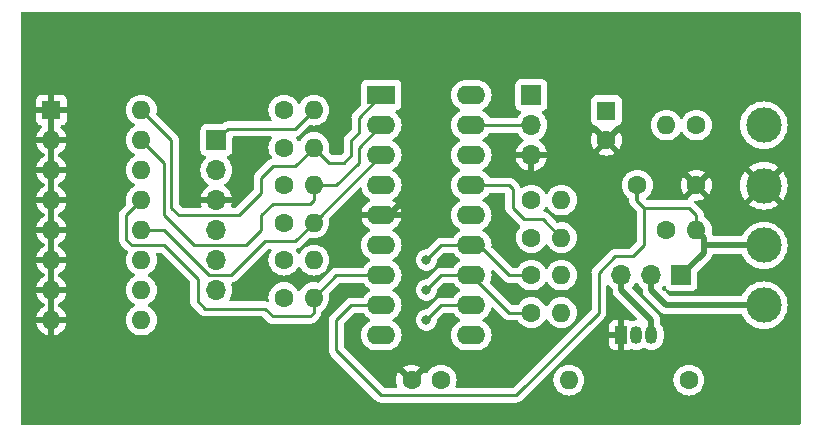
<source format=gbr>
%TF.GenerationSoftware,KiCad,Pcbnew,7.0.10*%
%TF.CreationDate,2025-08-08T15:07:21-06:00*%
%TF.ProjectId,Speedo,53706565-646f-42e6-9b69-6361645f7063,1.00*%
%TF.SameCoordinates,Original*%
%TF.FileFunction,Copper,L2,Bot*%
%TF.FilePolarity,Positive*%
%FSLAX46Y46*%
G04 Gerber Fmt 4.6, Leading zero omitted, Abs format (unit mm)*
G04 Created by KiCad (PCBNEW 7.0.10) date 2025-08-08 15:07:21*
%MOMM*%
%LPD*%
G01*
G04 APERTURE LIST*
%TA.AperFunction,ComponentPad*%
%ADD10C,1.600000*%
%TD*%
%TA.AperFunction,ComponentPad*%
%ADD11O,1.600000X1.600000*%
%TD*%
%TA.AperFunction,ComponentPad*%
%ADD12R,1.700000X1.700000*%
%TD*%
%TA.AperFunction,ComponentPad*%
%ADD13O,1.700000X1.700000*%
%TD*%
%TA.AperFunction,ComponentPad*%
%ADD14R,1.600000X1.600000*%
%TD*%
%TA.AperFunction,ComponentPad*%
%ADD15C,3.000000*%
%TD*%
%TA.AperFunction,ComponentPad*%
%ADD16R,2.400000X1.600000*%
%TD*%
%TA.AperFunction,ComponentPad*%
%ADD17O,2.400000X1.600000*%
%TD*%
%TA.AperFunction,ComponentPad*%
%ADD18R,1.050000X1.500000*%
%TD*%
%TA.AperFunction,ComponentPad*%
%ADD19O,1.050000X1.500000*%
%TD*%
%TA.AperFunction,ViaPad*%
%ADD20C,0.800000*%
%TD*%
%TA.AperFunction,Conductor*%
%ADD21C,0.250000*%
%TD*%
%TA.AperFunction,Conductor*%
%ADD22C,0.500000*%
%TD*%
%TA.AperFunction,Conductor*%
%ADD23C,1.000000*%
%TD*%
G04 APERTURE END LIST*
D10*
%TO.P,R5,1*%
%TO.N,+5V*%
X93345000Y-98425000D03*
D11*
%TO.P,R5,2*%
%TO.N,Net-(U1-RA3)*%
X95885000Y-98425000D03*
%TD*%
D12*
%TO.P,Hdr3,1,Pin_1*%
%TO.N,+5V*%
X114300000Y-81280000D03*
D13*
%TO.P,Hdr3,2,Pin_2*%
%TO.N,Net-(Hdr3-Pin_2)*%
X114300000Y-83820000D03*
%TO.P,Hdr3,3,Pin_3*%
%TO.N,GND*%
X114300000Y-86360000D03*
%TD*%
D14*
%TO.P,C3,1*%
%TO.N,+5V*%
X120650000Y-82590000D03*
D10*
%TO.P,C3,2*%
%TO.N,GND*%
X120650000Y-85090000D03*
%TD*%
D12*
%TO.P,Hdr1,1,Pin_1*%
%TO.N,Net-(Hdr1-Pin_1)*%
X87630000Y-85090000D03*
D13*
%TO.P,Hdr1,2,Pin_2*%
%TO.N,+5V*%
X87630000Y-87630000D03*
%TO.P,Hdr1,3,Pin_3*%
%TO.N,GND*%
X87630000Y-90170000D03*
%TO.P,Hdr1,4,Pin_4*%
%TO.N,Net-(Hdr1-Pin_4)*%
X87630000Y-92710000D03*
%TO.P,Hdr1,5,Pin_5*%
%TO.N,Net-(Hdr1-Pin_5)*%
X87630000Y-95250000D03*
%TO.P,Hdr1,6,Pin_6*%
%TO.N,unconnected-(Hdr1-Pin_6-Pad6)*%
X87630000Y-97790000D03*
%TD*%
D10*
%TO.P,C1,1*%
%TO.N,Net-(Hdr2-Pin_1)*%
X123270000Y-88900000D03*
%TO.P,C1,2*%
%TO.N,GND*%
X128270000Y-88900000D03*
%TD*%
%TO.P,R1,1*%
%TO.N,+5V*%
X114300000Y-93345000D03*
D11*
%TO.P,R1,2*%
%TO.N,Net-(U1-OSC2{slash}RA6)*%
X116840000Y-93345000D03*
%TD*%
D15*
%TO.P,TP2,1,1*%
%TO.N,GND*%
X133985000Y-88960000D03*
%TD*%
D10*
%TO.P,C2,1*%
%TO.N,+5V*%
X106660000Y-105410000D03*
%TO.P,C2,2*%
%TO.N,GND*%
X104160000Y-105410000D03*
%TD*%
%TO.P,R3,1*%
%TO.N,+5V*%
X93345000Y-82550000D03*
D11*
%TO.P,R3,2*%
%TO.N,Net-(Hdr1-Pin_1)*%
X95885000Y-82550000D03*
%TD*%
D14*
%TO.P,SW1,1*%
%TO.N,GND*%
X73660000Y-82550000D03*
D11*
%TO.P,SW1,2*%
X73660000Y-85090000D03*
%TO.P,SW1,3*%
X73660000Y-87630000D03*
%TO.P,SW1,4*%
X73660000Y-90170000D03*
%TO.P,SW1,5*%
X73660000Y-92710000D03*
%TO.P,SW1,6*%
X73660000Y-95250000D03*
%TO.P,SW1,7*%
X73660000Y-97790000D03*
%TO.P,SW1,8*%
X73660000Y-100330000D03*
%TO.P,SW1,9*%
%TO.N,Net-(R9-Pad2)*%
X81280000Y-100330000D03*
%TO.P,SW1,10*%
%TO.N,Net-(R10-Pad2)*%
X81280000Y-97790000D03*
%TO.P,SW1,11*%
%TO.N,Net-(U1-RB5)*%
X81280000Y-95250000D03*
%TO.P,SW1,12*%
%TO.N,Net-(U1-RA4)*%
X81280000Y-92710000D03*
%TO.P,SW1,13*%
%TO.N,Net-(U1-RA3)*%
X81280000Y-90170000D03*
%TO.P,SW1,14*%
%TO.N,Net-(U1-RA2)*%
X81280000Y-87630000D03*
%TO.P,SW1,15*%
%TO.N,Net-(U1-RA1)*%
X81280000Y-85090000D03*
%TO.P,SW1,16*%
%TO.N,Net-(U1-RA0)*%
X81280000Y-82550000D03*
%TD*%
D10*
%TO.P,R9,1*%
%TO.N,Net-(Hdr1-Pin_4)*%
X114300000Y-96520000D03*
D11*
%TO.P,R9,2*%
%TO.N,Net-(R9-Pad2)*%
X116840000Y-96520000D03*
%TD*%
D10*
%TO.P,R13,1*%
%TO.N,+5V*%
X125730000Y-92710000D03*
D11*
%TO.P,R13,2*%
%TO.N,Net-(Hdr2-Pin_1)*%
X128270000Y-92710000D03*
%TD*%
D10*
%TO.P,R4,1*%
%TO.N,+5V*%
X93345000Y-92075000D03*
D11*
%TO.P,R4,2*%
%TO.N,Net-(U1-RA4)*%
X95885000Y-92075000D03*
%TD*%
D10*
%TO.P,R6,1*%
%TO.N,+5V*%
X93345000Y-95250000D03*
D11*
%TO.P,R6,2*%
%TO.N,Net-(U1-RA2)*%
X95885000Y-95250000D03*
%TD*%
D10*
%TO.P,R7,1*%
%TO.N,+5V*%
X93345000Y-88900000D03*
D11*
%TO.P,R7,2*%
%TO.N,Net-(U1-RA1)*%
X95885000Y-88900000D03*
%TD*%
D10*
%TO.P,R10,1*%
%TO.N,Net-(Hdr1-Pin_5)*%
X114300000Y-99695000D03*
D11*
%TO.P,R10,2*%
%TO.N,Net-(R10-Pad2)*%
X116840000Y-99695000D03*
%TD*%
D10*
%TO.P,R11,1*%
%TO.N,Net-(R11-Pad1)*%
X128270000Y-83820000D03*
D11*
%TO.P,R11,2*%
%TO.N,+5V*%
X125730000Y-83820000D03*
%TD*%
D15*
%TO.P,TP4,1,1*%
%TO.N,Net-(Hdr2-Pin_2)*%
X133985000Y-99060000D03*
%TD*%
D10*
%TO.P,R2,1*%
%TO.N,+5V*%
X114300000Y-90170000D03*
D11*
%TO.P,R2,2*%
%TO.N,Net-(U1-OSC1{slash}RA7)*%
X116840000Y-90170000D03*
%TD*%
D15*
%TO.P,TP3,1,1*%
%TO.N,Net-(Hdr2-Pin_1)*%
X133985000Y-94010000D03*
%TD*%
D16*
%TO.P,U1,1,RA0*%
%TO.N,Net-(U1-RA0)*%
X101600000Y-81280000D03*
D17*
%TO.P,U1,2,RA1*%
%TO.N,Net-(U1-RA1)*%
X101600000Y-83820000D03*
%TO.P,U1,3,RA4*%
%TO.N,Net-(U1-RA4)*%
X101600000Y-86360000D03*
%TO.P,U1,4,-MCLR/Vpp/RA5*%
%TO.N,Net-(Hdr1-Pin_1)*%
X101600000Y-88900000D03*
%TO.P,U1,5,Vss*%
%TO.N,GND*%
X101600000Y-91440000D03*
%TO.P,U1,6,RA2*%
%TO.N,Net-(U1-RA2)*%
X101600000Y-93980000D03*
%TO.P,U1,7,RA3*%
%TO.N,Net-(U1-RA3)*%
X101600000Y-96520000D03*
%TO.P,U1,8,RB0/INT0*%
%TO.N,Net-(Hdr2-Pin_1)*%
X101600000Y-99060000D03*
%TO.P,U1,9,RB1*%
%TO.N,Net-(U1-RB1)*%
X101600000Y-101600000D03*
%TO.P,U1,10,RB4*%
%TO.N,unconnected-(U1-RB4-Pad10)*%
X109220000Y-101600000D03*
%TO.P,U1,11,RB5*%
%TO.N,Net-(U1-RB5)*%
X109220000Y-99060000D03*
%TO.P,U1,12,RB6/PGC*%
%TO.N,Net-(Hdr1-Pin_5)*%
X109220000Y-96520000D03*
%TO.P,U1,13,RB7/PGD*%
%TO.N,Net-(Hdr1-Pin_4)*%
X109220000Y-93980000D03*
%TO.P,U1,14,Vdd*%
%TO.N,+5V*%
X109220000Y-91440000D03*
%TO.P,U1,15,OSC2/RA6*%
%TO.N,Net-(U1-OSC2{slash}RA6)*%
X109220000Y-88900000D03*
%TO.P,U1,16,OSC1/RA7*%
%TO.N,Net-(U1-OSC1{slash}RA7)*%
X109220000Y-86360000D03*
%TO.P,U1,17,RB2*%
%TO.N,Net-(Hdr3-Pin_2)*%
X109220000Y-83820000D03*
%TO.P,U1,18,RB3*%
%TO.N,unconnected-(U1-RB3-Pad18)*%
X109220000Y-81280000D03*
%TD*%
D10*
%TO.P,R8,1*%
%TO.N,+5V*%
X93345000Y-85725000D03*
D11*
%TO.P,R8,2*%
%TO.N,Net-(U1-RA0)*%
X95885000Y-85725000D03*
%TD*%
D15*
%TO.P,TP1,1,1*%
%TO.N,Net-(R11-Pad1)*%
X133985000Y-83820000D03*
%TD*%
D10*
%TO.P,R12,1*%
%TO.N,Net-(Q1-B)*%
X127635000Y-105410000D03*
D11*
%TO.P,R12,2*%
%TO.N,Net-(U1-RB1)*%
X117475000Y-105410000D03*
%TD*%
D18*
%TO.P,Q1,1,E*%
%TO.N,GND*%
X121920000Y-101600000D03*
D19*
%TO.P,Q1,2,B*%
%TO.N,Net-(Q1-B)*%
X123190000Y-101600000D03*
%TO.P,Q1,3,C*%
%TO.N,Net-(Hdr2-Pin_3)*%
X124460000Y-101600000D03*
%TD*%
D12*
%TO.P,Hdr2,1,Pin_1*%
%TO.N,Net-(Hdr2-Pin_1)*%
X127000000Y-96520000D03*
D13*
%TO.P,Hdr2,2,Pin_2*%
%TO.N,Net-(Hdr2-Pin_2)*%
X124460000Y-96520000D03*
%TO.P,Hdr2,3,Pin_3*%
%TO.N,Net-(Hdr2-Pin_3)*%
X121920000Y-96520000D03*
%TD*%
D20*
%TO.N,Net-(Hdr1-Pin_4)*%
X105410000Y-95250000D03*
%TO.N,Net-(Hdr1-Pin_5)*%
X105410000Y-97790000D03*
%TO.N,Net-(U1-RB5)*%
X105410000Y-100330000D03*
%TD*%
D21*
%TO.N,Net-(Hdr2-Pin_1)*%
X123825000Y-93980000D02*
X122872500Y-94932500D01*
X97790000Y-102870000D02*
X97790000Y-100330000D01*
X123825000Y-90805000D02*
X123270000Y-90250000D01*
X122872500Y-94932500D02*
X121406650Y-94932500D01*
D22*
X128905000Y-93980000D02*
X133955000Y-93980000D01*
X133955000Y-93980000D02*
X133985000Y-94010000D01*
X128905000Y-93345000D02*
X128270000Y-92710000D01*
D21*
X97790000Y-100330000D02*
X99060000Y-99060000D01*
X101600000Y-106680000D02*
X97790000Y-102870000D01*
X121406650Y-94932500D02*
X120015000Y-96324150D01*
X123270000Y-88900000D02*
X123190000Y-88980000D01*
X123825000Y-90805000D02*
X123825000Y-93980000D01*
X128270000Y-91440000D02*
X127635000Y-90805000D01*
X128270000Y-92710000D02*
X128270000Y-91440000D01*
D22*
X128905000Y-93980000D02*
X128905000Y-93345000D01*
X127000000Y-96520000D02*
X128905000Y-94615000D01*
D21*
X127635000Y-90805000D02*
X123825000Y-90805000D01*
X123190000Y-90170000D02*
X123825000Y-90805000D01*
X123190000Y-88980000D02*
X123190000Y-90170000D01*
X120015000Y-96324150D02*
X120015000Y-99695000D01*
X120015000Y-99695000D02*
X113030000Y-106680000D01*
X123270000Y-90250000D02*
X123270000Y-88900000D01*
D22*
X128905000Y-94615000D02*
X128905000Y-93980000D01*
D21*
X113030000Y-106680000D02*
X101600000Y-106680000D01*
X99060000Y-99060000D02*
X101600000Y-99060000D01*
%TO.N,GND*%
X133985000Y-88960000D02*
X136525000Y-91500000D01*
X73660000Y-78740000D02*
X73660000Y-100330000D01*
X135890000Y-103505000D02*
X136525000Y-102870000D01*
X104140000Y-77470000D02*
X104140000Y-89535000D01*
X119380000Y-86360000D02*
X120650000Y-85090000D01*
X85090000Y-77470000D02*
X74930000Y-77470000D01*
X114300000Y-86360000D02*
X119380000Y-86360000D01*
X104140000Y-91440000D02*
X101600000Y-91440000D01*
X128330000Y-88960000D02*
X128270000Y-88900000D01*
X104140000Y-102870000D02*
X104160000Y-102870000D01*
X104160000Y-91460000D02*
X104160000Y-102870000D01*
X131385000Y-86360000D02*
X130810000Y-86360000D01*
X85090000Y-77470000D02*
X104140000Y-77470000D01*
D22*
X102235000Y-91440000D02*
X104140000Y-89535000D01*
D21*
X120650000Y-85090000D02*
X121920000Y-86360000D01*
X121920000Y-86360000D02*
X130810000Y-86360000D01*
X136525000Y-91500000D02*
X136525000Y-102870000D01*
X74930000Y-77470000D02*
X73660000Y-78740000D01*
X133985000Y-88960000D02*
X131385000Y-86360000D01*
X122555000Y-103505000D02*
X121920000Y-102870000D01*
X130810000Y-80010000D02*
X128270000Y-77470000D01*
D23*
X133925000Y-88900000D02*
X133985000Y-88960000D01*
D21*
X104140000Y-89535000D02*
X104140000Y-91440000D01*
X104160000Y-105410000D02*
X102890000Y-104140000D01*
X130810000Y-86360000D02*
X130810000Y-80010000D01*
X85090000Y-90170000D02*
X85090000Y-77470000D01*
X102870000Y-104140000D02*
X104140000Y-102870000D01*
X128270000Y-88900000D02*
X130175000Y-86995000D01*
X128270000Y-77470000D02*
X104140000Y-77470000D01*
X101600000Y-91440000D02*
X102235000Y-91440000D01*
X130175000Y-86995000D02*
X130175000Y-86360000D01*
X135890000Y-103505000D02*
X122555000Y-103505000D01*
X102890000Y-104140000D02*
X102870000Y-104140000D01*
X121920000Y-102870000D02*
X121920000Y-101600000D01*
X87630000Y-90170000D02*
X85090000Y-90170000D01*
D23*
X104140000Y-91440000D02*
X104160000Y-91460000D01*
D21*
%TO.N,Net-(Hdr1-Pin_1)*%
X94297500Y-84137500D02*
X95885000Y-82550000D01*
X88582500Y-84137500D02*
X94297500Y-84137500D01*
X87630000Y-85090000D02*
X88582500Y-84137500D01*
%TO.N,Net-(Hdr1-Pin_4)*%
X106680000Y-93980000D02*
X105410000Y-95250000D01*
X109220000Y-93980000D02*
X106680000Y-93980000D01*
X109220000Y-93980000D02*
X109855000Y-93980000D01*
X112395000Y-96520000D02*
X114300000Y-96520000D01*
X109855000Y-93980000D02*
X112395000Y-96520000D01*
%TO.N,Net-(Hdr1-Pin_5)*%
X106680000Y-96520000D02*
X105410000Y-97790000D01*
X112395000Y-99695000D02*
X114300000Y-99695000D01*
X109220000Y-96520000D02*
X106680000Y-96520000D01*
X109220000Y-96520000D02*
X112395000Y-99695000D01*
D22*
%TO.N,Net-(Hdr2-Pin_2)*%
X133985000Y-99060000D02*
X125730000Y-99060000D01*
X125730000Y-99060000D02*
X124460000Y-97790000D01*
X124460000Y-97790000D02*
X124460000Y-96520000D01*
%TO.N,Net-(Hdr2-Pin_3)*%
X124460000Y-101600000D02*
X124460000Y-100330000D01*
X124460000Y-100330000D02*
X121920000Y-97790000D01*
X121920000Y-97790000D02*
X121920000Y-96520000D01*
D21*
%TO.N,Net-(Hdr3-Pin_2)*%
X109220000Y-83820000D02*
X114300000Y-83820000D01*
%TO.N,Net-(U1-OSC2{slash}RA6)*%
X112395000Y-88900000D02*
X109220000Y-88900000D01*
X112712500Y-90805000D02*
X112712500Y-89217500D01*
X113665000Y-91757500D02*
X112712500Y-90805000D01*
X115252500Y-91757500D02*
X113665000Y-91757500D01*
X116840000Y-93345000D02*
X115252500Y-91757500D01*
X112712500Y-89217500D02*
X112395000Y-88900000D01*
%TO.N,Net-(U1-RA4)*%
X91757500Y-93662500D02*
X94297500Y-93662500D01*
X88900000Y-96520000D02*
X91757500Y-93662500D01*
X86995000Y-96520000D02*
X88900000Y-96520000D01*
X83185000Y-92710000D02*
X86995000Y-96520000D01*
X81280000Y-92710000D02*
X83185000Y-92710000D01*
X95885000Y-92075000D02*
X101600000Y-86360000D01*
X94297500Y-93662500D02*
X95885000Y-92075000D01*
%TO.N,Net-(U1-RA3)*%
X86042500Y-96837500D02*
X83185000Y-93980000D01*
X83185000Y-93980000D02*
X80484504Y-93980000D01*
X80010000Y-93505496D02*
X80010000Y-91440000D01*
X80010000Y-91440000D02*
X81280000Y-90170000D01*
X95885000Y-98425000D02*
X95885000Y-99695000D01*
X80484504Y-93980000D02*
X80010000Y-93505496D01*
X91757500Y-99377500D02*
X86677500Y-99377500D01*
X95885000Y-99695000D02*
X95567500Y-100012500D01*
X86042500Y-98742500D02*
X86042500Y-96837500D01*
X97790000Y-96520000D02*
X101600000Y-96520000D01*
X95567500Y-100012500D02*
X92392500Y-100012500D01*
X86677500Y-99377500D02*
X86042500Y-98742500D01*
X92392500Y-100012500D02*
X91757500Y-99377500D01*
X95885000Y-98425000D02*
X97790000Y-96520000D01*
%TO.N,Net-(U1-RA1)*%
X101600000Y-83820000D02*
X99695000Y-85725000D01*
X92392500Y-90487500D02*
X91440000Y-91440000D01*
X83185000Y-91440000D02*
X83185000Y-86995000D01*
X83185000Y-86995000D02*
X81280000Y-85090000D01*
X95885000Y-90170000D02*
X95567500Y-90487500D01*
X95885000Y-88900000D02*
X95885000Y-90170000D01*
X99695000Y-86995000D02*
X97790000Y-88900000D01*
X99695000Y-85725000D02*
X99695000Y-86995000D01*
X90170000Y-93980000D02*
X85725000Y-93980000D01*
X85725000Y-93980000D02*
X83185000Y-91440000D01*
X91440000Y-91440000D02*
X91440000Y-92710000D01*
X97790000Y-88900000D02*
X95885000Y-88900000D01*
X95567500Y-90487500D02*
X92392500Y-90487500D01*
X91440000Y-92710000D02*
X90170000Y-93980000D01*
%TO.N,Net-(U1-RA0)*%
X84455000Y-91440000D02*
X83820000Y-90805000D01*
X99695000Y-83185000D02*
X101600000Y-81280000D01*
X99695000Y-84455000D02*
X99695000Y-83185000D01*
X83820000Y-90805000D02*
X83820000Y-85090000D01*
X89535000Y-91440000D02*
X84455000Y-91440000D01*
X94297500Y-87312500D02*
X92392500Y-87312500D01*
X95885000Y-85725000D02*
X94297500Y-87312500D01*
X98425000Y-86995000D02*
X99060000Y-86360000D01*
X99060000Y-86360000D02*
X99060000Y-85090000D01*
X83820000Y-85090000D02*
X81280000Y-82550000D01*
X99060000Y-85090000D02*
X99695000Y-84455000D01*
X92392500Y-87312500D02*
X91440000Y-88265000D01*
X95885000Y-85725000D02*
X97155000Y-86995000D01*
X91440000Y-88265000D02*
X91440000Y-89535000D01*
X91440000Y-89535000D02*
X89535000Y-91440000D01*
X97155000Y-86995000D02*
X98425000Y-86995000D01*
%TO.N,Net-(U1-RB5)*%
X109220000Y-99060000D02*
X106680000Y-99060000D01*
X106680000Y-99060000D02*
X105410000Y-100330000D01*
%TD*%
%TA.AperFunction,Conductor*%
%TO.N,GND*%
G36*
X99851993Y-89095109D02*
G01*
X99907926Y-89136981D01*
X99928434Y-89179198D01*
X99973258Y-89346488D01*
X99973261Y-89346497D01*
X100069431Y-89552732D01*
X100069432Y-89552734D01*
X100199954Y-89739141D01*
X100360858Y-89900045D01*
X100360861Y-89900047D01*
X100547266Y-90030568D01*
X100605865Y-90057893D01*
X100658305Y-90104065D01*
X100677457Y-90171258D01*
X100657242Y-90238139D01*
X100605867Y-90282657D01*
X100547515Y-90309867D01*
X100361179Y-90440342D01*
X100200342Y-90601179D01*
X100069865Y-90787517D01*
X99973734Y-90993673D01*
X99973730Y-90993682D01*
X99921127Y-91189999D01*
X99921128Y-91190000D01*
X101284314Y-91190000D01*
X101272359Y-91201955D01*
X101214835Y-91314852D01*
X101195014Y-91440000D01*
X101214835Y-91565148D01*
X101272359Y-91678045D01*
X101284314Y-91690000D01*
X99921128Y-91690000D01*
X99973730Y-91886317D01*
X99973734Y-91886326D01*
X100069865Y-92092482D01*
X100200342Y-92278820D01*
X100361179Y-92439657D01*
X100547518Y-92570134D01*
X100547520Y-92570135D01*
X100605865Y-92597342D01*
X100658305Y-92643514D01*
X100677457Y-92710707D01*
X100657242Y-92777589D01*
X100605867Y-92822105D01*
X100547268Y-92849431D01*
X100547264Y-92849433D01*
X100360858Y-92979954D01*
X100199954Y-93140858D01*
X100069432Y-93327265D01*
X100069431Y-93327267D01*
X99973261Y-93533502D01*
X99973258Y-93533511D01*
X99914366Y-93753302D01*
X99914364Y-93753313D01*
X99894532Y-93979998D01*
X99894532Y-93980001D01*
X99914364Y-94206686D01*
X99914366Y-94206697D01*
X99973258Y-94426488D01*
X99973261Y-94426497D01*
X100069431Y-94632732D01*
X100069432Y-94632734D01*
X100199954Y-94819141D01*
X100360858Y-94980045D01*
X100360861Y-94980047D01*
X100547266Y-95110568D01*
X100605275Y-95137618D01*
X100657714Y-95183791D01*
X100676866Y-95250984D01*
X100656650Y-95317865D01*
X100605275Y-95362382D01*
X100547267Y-95389431D01*
X100547265Y-95389432D01*
X100360858Y-95519954D01*
X100199954Y-95680858D01*
X100087387Y-95841623D01*
X100032811Y-95885248D01*
X99985812Y-95894500D01*
X97872743Y-95894500D01*
X97857122Y-95892775D01*
X97857096Y-95893061D01*
X97849334Y-95892327D01*
X97849333Y-95892327D01*
X97825945Y-95893062D01*
X97782127Y-95894439D01*
X97778232Y-95894500D01*
X97750647Y-95894500D01*
X97746661Y-95895003D01*
X97735033Y-95895918D01*
X97691373Y-95897290D01*
X97672129Y-95902881D01*
X97653079Y-95906825D01*
X97633211Y-95909334D01*
X97633210Y-95909334D01*
X97592599Y-95925413D01*
X97581554Y-95929194D01*
X97539614Y-95941379D01*
X97539610Y-95941381D01*
X97522366Y-95951579D01*
X97504905Y-95960133D01*
X97486274Y-95967510D01*
X97486262Y-95967517D01*
X97450933Y-95993185D01*
X97441173Y-95999596D01*
X97403580Y-96021829D01*
X97389414Y-96035995D01*
X97374624Y-96048627D01*
X97358414Y-96060404D01*
X97358411Y-96060407D01*
X97330573Y-96094058D01*
X97322711Y-96102697D01*
X96299821Y-97125586D01*
X96238498Y-97159071D01*
X96180048Y-97157680D01*
X96111697Y-97139366D01*
X96111693Y-97139365D01*
X96111692Y-97139365D01*
X95998346Y-97129448D01*
X95885001Y-97119532D01*
X95884998Y-97119532D01*
X95658313Y-97139364D01*
X95658302Y-97139366D01*
X95438511Y-97198258D01*
X95438502Y-97198261D01*
X95232267Y-97294431D01*
X95232265Y-97294432D01*
X95045858Y-97424954D01*
X94884954Y-97585858D01*
X94754432Y-97772265D01*
X94754431Y-97772267D01*
X94738873Y-97805633D01*
X94733401Y-97817368D01*
X94727382Y-97830275D01*
X94681209Y-97882714D01*
X94614016Y-97901866D01*
X94547135Y-97881650D01*
X94502618Y-97830275D01*
X94501639Y-97828176D01*
X94475568Y-97772266D01*
X94356168Y-97601744D01*
X94345045Y-97585858D01*
X94184141Y-97424954D01*
X93997734Y-97294432D01*
X93997732Y-97294431D01*
X93791497Y-97198261D01*
X93791488Y-97198258D01*
X93571697Y-97139366D01*
X93571693Y-97139365D01*
X93571692Y-97139365D01*
X93571691Y-97139364D01*
X93571686Y-97139364D01*
X93345002Y-97119532D01*
X93344998Y-97119532D01*
X93118313Y-97139364D01*
X93118302Y-97139366D01*
X92898511Y-97198258D01*
X92898502Y-97198261D01*
X92692267Y-97294431D01*
X92692265Y-97294432D01*
X92505858Y-97424954D01*
X92344954Y-97585858D01*
X92214432Y-97772265D01*
X92214431Y-97772267D01*
X92118261Y-97978502D01*
X92118258Y-97978511D01*
X92059366Y-98198302D01*
X92059364Y-98198313D01*
X92039532Y-98424998D01*
X92039532Y-98425002D01*
X92057981Y-98635876D01*
X92044214Y-98704376D01*
X91995599Y-98754559D01*
X91927570Y-98770492D01*
X91915056Y-98769156D01*
X91890261Y-98765229D01*
X91878822Y-98762861D01*
X91836520Y-98752000D01*
X91836519Y-98752000D01*
X91816484Y-98752000D01*
X91797086Y-98750473D01*
X91789662Y-98749297D01*
X91777305Y-98747340D01*
X91777304Y-98747340D01*
X91733825Y-98751450D01*
X91722156Y-98752000D01*
X88843259Y-98752000D01*
X88776220Y-98732315D01*
X88730465Y-98679511D01*
X88720521Y-98610353D01*
X88741684Y-98556877D01*
X88804032Y-98467834D01*
X88804031Y-98467834D01*
X88804035Y-98467830D01*
X88903903Y-98253663D01*
X88965063Y-98025408D01*
X88985659Y-97790000D01*
X88965063Y-97554592D01*
X88903903Y-97326337D01*
X88900222Y-97318443D01*
X88889731Y-97249365D01*
X88918252Y-97185582D01*
X88976729Y-97147343D01*
X88993210Y-97143566D01*
X88998617Y-97142709D01*
X88998627Y-97142709D01*
X89017869Y-97137117D01*
X89036912Y-97133174D01*
X89056792Y-97130664D01*
X89097401Y-97114585D01*
X89108444Y-97110803D01*
X89150390Y-97098618D01*
X89167629Y-97088422D01*
X89185103Y-97079862D01*
X89203727Y-97072488D01*
X89203727Y-97072487D01*
X89203732Y-97072486D01*
X89239083Y-97046800D01*
X89248814Y-97040408D01*
X89286420Y-97018170D01*
X89300589Y-97003999D01*
X89315379Y-96991368D01*
X89331587Y-96979594D01*
X89359438Y-96945926D01*
X89367279Y-96937309D01*
X91980272Y-94324319D01*
X92041595Y-94290834D01*
X92067953Y-94288000D01*
X92192780Y-94288000D01*
X92259819Y-94307685D01*
X92305574Y-94360489D01*
X92315518Y-94429647D01*
X92294355Y-94483123D01*
X92214432Y-94597265D01*
X92214431Y-94597267D01*
X92118261Y-94803502D01*
X92118258Y-94803511D01*
X92059366Y-95023302D01*
X92059364Y-95023313D01*
X92039532Y-95249998D01*
X92039532Y-95250001D01*
X92059364Y-95476686D01*
X92059366Y-95476697D01*
X92118258Y-95696488D01*
X92118261Y-95696497D01*
X92214431Y-95902732D01*
X92214432Y-95902734D01*
X92344954Y-96089141D01*
X92505858Y-96250045D01*
X92505861Y-96250047D01*
X92692266Y-96380568D01*
X92898504Y-96476739D01*
X93118308Y-96535635D01*
X93280230Y-96549801D01*
X93344998Y-96555468D01*
X93345000Y-96555468D01*
X93345002Y-96555468D01*
X93401673Y-96550509D01*
X93571692Y-96535635D01*
X93791496Y-96476739D01*
X93997734Y-96380568D01*
X94184139Y-96250047D01*
X94345047Y-96089139D01*
X94475568Y-95902734D01*
X94502618Y-95844724D01*
X94548790Y-95792285D01*
X94615983Y-95773133D01*
X94682865Y-95793348D01*
X94727381Y-95844724D01*
X94737892Y-95867265D01*
X94754429Y-95902728D01*
X94754432Y-95902734D01*
X94884954Y-96089141D01*
X95045858Y-96250045D01*
X95045861Y-96250047D01*
X95232266Y-96380568D01*
X95438504Y-96476739D01*
X95658308Y-96535635D01*
X95820230Y-96549801D01*
X95884998Y-96555468D01*
X95885000Y-96555468D01*
X95885002Y-96555468D01*
X95941673Y-96550509D01*
X96111692Y-96535635D01*
X96331496Y-96476739D01*
X96537734Y-96380568D01*
X96724139Y-96250047D01*
X96885047Y-96089139D01*
X97015568Y-95902734D01*
X97111739Y-95696496D01*
X97170635Y-95476692D01*
X97190468Y-95250000D01*
X97170635Y-95023308D01*
X97111739Y-94803504D01*
X97015568Y-94597266D01*
X96885047Y-94410861D01*
X96885045Y-94410858D01*
X96724141Y-94249954D01*
X96537734Y-94119432D01*
X96537732Y-94119431D01*
X96331497Y-94023261D01*
X96331488Y-94023258D01*
X96111697Y-93964366D01*
X96111693Y-93964365D01*
X96111692Y-93964365D01*
X96111691Y-93964364D01*
X96111686Y-93964364D01*
X95885002Y-93944532D01*
X95884998Y-93944532D01*
X95658313Y-93964364D01*
X95658302Y-93964366D01*
X95438511Y-94023258D01*
X95438502Y-94023261D01*
X95232267Y-94119431D01*
X95232265Y-94119432D01*
X95045858Y-94249954D01*
X94884954Y-94410858D01*
X94754432Y-94597265D01*
X94754431Y-94597267D01*
X94748119Y-94610804D01*
X94733657Y-94641819D01*
X94727382Y-94655275D01*
X94681209Y-94707714D01*
X94614016Y-94726866D01*
X94547135Y-94706650D01*
X94502618Y-94655275D01*
X94475568Y-94597266D01*
X94382685Y-94464614D01*
X94360358Y-94398408D01*
X94377369Y-94330640D01*
X94428317Y-94282828D01*
X94453428Y-94273385D01*
X94454277Y-94273165D01*
X94454292Y-94273164D01*
X94494901Y-94257085D01*
X94505944Y-94253303D01*
X94547890Y-94241118D01*
X94565129Y-94230922D01*
X94582603Y-94222362D01*
X94601227Y-94214988D01*
X94601227Y-94214987D01*
X94601232Y-94214986D01*
X94636583Y-94189300D01*
X94646314Y-94182908D01*
X94683920Y-94160670D01*
X94698089Y-94146499D01*
X94712879Y-94133868D01*
X94729087Y-94122094D01*
X94756938Y-94088426D01*
X94764779Y-94079809D01*
X95470179Y-93374410D01*
X95531500Y-93340927D01*
X95589947Y-93342317D01*
X95658308Y-93360635D01*
X95815780Y-93374412D01*
X95884998Y-93380468D01*
X95885000Y-93380468D01*
X95885002Y-93380468D01*
X95954220Y-93374412D01*
X96111692Y-93360635D01*
X96331496Y-93301739D01*
X96537734Y-93205568D01*
X96724139Y-93075047D01*
X96885047Y-92914139D01*
X97015568Y-92727734D01*
X97111739Y-92521496D01*
X97170635Y-92301692D01*
X97188612Y-92096209D01*
X97190468Y-92075001D01*
X97190468Y-92074998D01*
X97178497Y-91938170D01*
X97170635Y-91848308D01*
X97152318Y-91779947D01*
X97153981Y-91710101D01*
X97184410Y-91660178D01*
X99720980Y-89123608D01*
X99782301Y-89090125D01*
X99851993Y-89095109D01*
G37*
%TD.AperFunction*%
%TA.AperFunction,Conductor*%
G36*
X92259819Y-84782685D02*
G01*
X92305574Y-84835489D01*
X92315518Y-84904647D01*
X92294355Y-84958123D01*
X92214432Y-85072265D01*
X92214431Y-85072267D01*
X92118261Y-85278502D01*
X92118258Y-85278511D01*
X92059366Y-85498302D01*
X92059364Y-85498313D01*
X92039532Y-85724998D01*
X92039532Y-85725001D01*
X92059364Y-85951686D01*
X92059366Y-85951697D01*
X92118258Y-86171488D01*
X92118261Y-86171497D01*
X92214431Y-86377732D01*
X92214432Y-86377734D01*
X92307314Y-86510385D01*
X92329641Y-86576592D01*
X92312630Y-86644359D01*
X92261682Y-86692171D01*
X92236581Y-86701611D01*
X92235710Y-86701834D01*
X92195093Y-86717915D01*
X92184048Y-86721697D01*
X92142108Y-86733883D01*
X92142104Y-86733885D01*
X92124865Y-86744080D01*
X92107398Y-86752637D01*
X92088769Y-86760012D01*
X92088767Y-86760014D01*
X92053426Y-86785689D01*
X92043668Y-86792099D01*
X92006080Y-86814328D01*
X91991908Y-86828500D01*
X91977123Y-86841128D01*
X91960912Y-86852907D01*
X91933071Y-86886559D01*
X91925211Y-86895196D01*
X91056208Y-87764199D01*
X91043951Y-87774020D01*
X91044134Y-87774241D01*
X91038122Y-87779214D01*
X90992098Y-87828223D01*
X90989391Y-87831016D01*
X90969889Y-87850517D01*
X90969875Y-87850534D01*
X90967407Y-87853715D01*
X90959843Y-87862570D01*
X90929937Y-87894418D01*
X90929936Y-87894420D01*
X90920284Y-87911976D01*
X90909610Y-87928226D01*
X90897329Y-87944061D01*
X90897324Y-87944068D01*
X90879975Y-87984158D01*
X90874838Y-87994644D01*
X90853803Y-88032906D01*
X90848822Y-88052307D01*
X90842521Y-88070710D01*
X90834562Y-88089102D01*
X90834561Y-88089105D01*
X90827728Y-88132243D01*
X90825360Y-88143674D01*
X90814501Y-88185971D01*
X90814500Y-88185982D01*
X90814500Y-88206016D01*
X90812973Y-88225415D01*
X90809840Y-88245194D01*
X90809840Y-88245195D01*
X90813950Y-88288674D01*
X90814500Y-88300343D01*
X90814500Y-89224547D01*
X90794815Y-89291586D01*
X90778181Y-89312228D01*
X89312228Y-90778181D01*
X89250905Y-90811666D01*
X89224547Y-90814500D01*
X89013666Y-90814500D01*
X88946627Y-90794815D01*
X88900872Y-90742011D01*
X88890928Y-90672853D01*
X88901284Y-90638096D01*
X88903428Y-90633497D01*
X88903432Y-90633486D01*
X88960636Y-90420000D01*
X88063686Y-90420000D01*
X88089493Y-90379844D01*
X88130000Y-90241889D01*
X88130000Y-90098111D01*
X88089493Y-89960156D01*
X88063686Y-89920000D01*
X88960636Y-89920000D01*
X88960635Y-89919999D01*
X88903432Y-89706513D01*
X88903429Y-89706507D01*
X88803600Y-89492422D01*
X88803599Y-89492420D01*
X88668113Y-89298926D01*
X88668108Y-89298920D01*
X88501078Y-89131890D01*
X88315405Y-89001879D01*
X88271780Y-88947302D01*
X88264588Y-88877804D01*
X88296110Y-88815449D01*
X88315406Y-88798730D01*
X88333711Y-88785913D01*
X88501401Y-88668495D01*
X88668495Y-88501401D01*
X88804035Y-88307830D01*
X88903903Y-88093663D01*
X88965063Y-87865408D01*
X88985659Y-87630000D01*
X88985235Y-87625159D01*
X88971448Y-87467572D01*
X88965063Y-87394592D01*
X88903903Y-87166337D01*
X88804035Y-86952171D01*
X88758093Y-86886559D01*
X88668496Y-86758600D01*
X88607998Y-86698102D01*
X88546567Y-86636671D01*
X88513084Y-86575351D01*
X88518068Y-86505659D01*
X88559939Y-86449725D01*
X88590915Y-86432810D01*
X88722331Y-86383796D01*
X88837546Y-86297546D01*
X88923796Y-86182331D01*
X88974091Y-86047483D01*
X88980500Y-85987873D01*
X88980499Y-84886999D01*
X89000184Y-84819961D01*
X89052987Y-84774206D01*
X89104499Y-84763000D01*
X92192780Y-84763000D01*
X92259819Y-84782685D01*
G37*
%TD.AperFunction*%
%TA.AperFunction,Conductor*%
G36*
X73910000Y-100014314D02*
G01*
X73898045Y-100002359D01*
X73785148Y-99944835D01*
X73691481Y-99930000D01*
X73628519Y-99930000D01*
X73534852Y-99944835D01*
X73421955Y-100002359D01*
X73410000Y-100014314D01*
X73410000Y-98105686D01*
X73421955Y-98117641D01*
X73534852Y-98175165D01*
X73628519Y-98190000D01*
X73691481Y-98190000D01*
X73785148Y-98175165D01*
X73898045Y-98117641D01*
X73910000Y-98105686D01*
X73910000Y-100014314D01*
G37*
%TD.AperFunction*%
%TA.AperFunction,Conductor*%
G36*
X73910000Y-97474314D02*
G01*
X73898045Y-97462359D01*
X73785148Y-97404835D01*
X73691481Y-97390000D01*
X73628519Y-97390000D01*
X73534852Y-97404835D01*
X73421955Y-97462359D01*
X73410000Y-97474314D01*
X73410000Y-95565686D01*
X73421955Y-95577641D01*
X73534852Y-95635165D01*
X73628519Y-95650000D01*
X73691481Y-95650000D01*
X73785148Y-95635165D01*
X73898045Y-95577641D01*
X73910000Y-95565686D01*
X73910000Y-97474314D01*
G37*
%TD.AperFunction*%
%TA.AperFunction,Conductor*%
G36*
X73910000Y-94934314D02*
G01*
X73898045Y-94922359D01*
X73785148Y-94864835D01*
X73691481Y-94850000D01*
X73628519Y-94850000D01*
X73534852Y-94864835D01*
X73421955Y-94922359D01*
X73410000Y-94934314D01*
X73410000Y-93025686D01*
X73421955Y-93037641D01*
X73534852Y-93095165D01*
X73628519Y-93110000D01*
X73691481Y-93110000D01*
X73785148Y-93095165D01*
X73898045Y-93037641D01*
X73910000Y-93025686D01*
X73910000Y-94934314D01*
G37*
%TD.AperFunction*%
%TA.AperFunction,Conductor*%
G36*
X73910000Y-92394314D02*
G01*
X73898045Y-92382359D01*
X73785148Y-92324835D01*
X73691481Y-92310000D01*
X73628519Y-92310000D01*
X73534852Y-92324835D01*
X73421955Y-92382359D01*
X73410000Y-92394314D01*
X73410000Y-90485686D01*
X73421955Y-90497641D01*
X73534852Y-90555165D01*
X73628519Y-90570000D01*
X73691481Y-90570000D01*
X73785148Y-90555165D01*
X73898045Y-90497641D01*
X73910000Y-90485686D01*
X73910000Y-92394314D01*
G37*
%TD.AperFunction*%
%TA.AperFunction,Conductor*%
G36*
X73910000Y-89854314D02*
G01*
X73898045Y-89842359D01*
X73785148Y-89784835D01*
X73691481Y-89770000D01*
X73628519Y-89770000D01*
X73534852Y-89784835D01*
X73421955Y-89842359D01*
X73410000Y-89854314D01*
X73410000Y-87945686D01*
X73421955Y-87957641D01*
X73534852Y-88015165D01*
X73628519Y-88030000D01*
X73691481Y-88030000D01*
X73785148Y-88015165D01*
X73898045Y-87957641D01*
X73910000Y-87945686D01*
X73910000Y-89854314D01*
G37*
%TD.AperFunction*%
%TA.AperFunction,Conductor*%
G36*
X73910000Y-87314314D02*
G01*
X73898045Y-87302359D01*
X73785148Y-87244835D01*
X73691481Y-87230000D01*
X73628519Y-87230000D01*
X73534852Y-87244835D01*
X73421955Y-87302359D01*
X73410000Y-87314314D01*
X73410000Y-85405686D01*
X73421955Y-85417641D01*
X73534852Y-85475165D01*
X73628519Y-85490000D01*
X73691481Y-85490000D01*
X73785148Y-85475165D01*
X73898045Y-85417641D01*
X73910000Y-85405686D01*
X73910000Y-87314314D01*
G37*
%TD.AperFunction*%
%TA.AperFunction,Conductor*%
G36*
X73910000Y-84774314D02*
G01*
X73898045Y-84762359D01*
X73785148Y-84704835D01*
X73691481Y-84690000D01*
X73628519Y-84690000D01*
X73534852Y-84704835D01*
X73421955Y-84762359D01*
X73410000Y-84774314D01*
X73410000Y-82865686D01*
X73421955Y-82877641D01*
X73534852Y-82935165D01*
X73628519Y-82950000D01*
X73691481Y-82950000D01*
X73785148Y-82935165D01*
X73898045Y-82877641D01*
X73910000Y-82865686D01*
X73910000Y-84774314D01*
G37*
%TD.AperFunction*%
%TA.AperFunction,Conductor*%
G36*
X137032539Y-74240185D02*
G01*
X137078294Y-74292989D01*
X137089500Y-74344500D01*
X137089500Y-109095500D01*
X137069815Y-109162539D01*
X137017011Y-109208294D01*
X136965500Y-109219500D01*
X71214500Y-109219500D01*
X71147461Y-109199815D01*
X71101706Y-109147011D01*
X71090500Y-109095500D01*
X71090500Y-83397844D01*
X72360000Y-83397844D01*
X72366401Y-83457372D01*
X72366403Y-83457379D01*
X72416645Y-83592086D01*
X72416649Y-83592093D01*
X72502809Y-83707187D01*
X72502812Y-83707190D01*
X72617906Y-83793350D01*
X72617913Y-83793354D01*
X72752620Y-83843596D01*
X72788975Y-83847505D01*
X72853526Y-83874243D01*
X72893375Y-83931635D01*
X72895869Y-84001460D01*
X72860218Y-84061549D01*
X72846847Y-84072368D01*
X72821182Y-84090339D01*
X72660342Y-84251179D01*
X72529865Y-84437517D01*
X72433734Y-84643673D01*
X72433730Y-84643682D01*
X72381127Y-84839999D01*
X72381128Y-84840000D01*
X73344314Y-84840000D01*
X73332359Y-84851955D01*
X73274835Y-84964852D01*
X73255014Y-85090000D01*
X73274835Y-85215148D01*
X73332359Y-85328045D01*
X73344314Y-85340000D01*
X72381128Y-85340000D01*
X72433730Y-85536317D01*
X72433734Y-85536326D01*
X72529865Y-85742482D01*
X72660342Y-85928820D01*
X72821179Y-86089657D01*
X73007517Y-86220134D01*
X73066457Y-86247618D01*
X73118896Y-86293790D01*
X73138048Y-86360984D01*
X73117832Y-86427865D01*
X73066457Y-86472382D01*
X73007517Y-86499865D01*
X72821179Y-86630342D01*
X72660342Y-86791179D01*
X72529865Y-86977517D01*
X72433734Y-87183673D01*
X72433730Y-87183682D01*
X72381127Y-87379999D01*
X72381128Y-87380000D01*
X73344314Y-87380000D01*
X73332359Y-87391955D01*
X73274835Y-87504852D01*
X73255014Y-87630000D01*
X73274835Y-87755148D01*
X73332359Y-87868045D01*
X73344314Y-87880000D01*
X72381128Y-87880000D01*
X72433730Y-88076317D01*
X72433734Y-88076326D01*
X72529865Y-88282482D01*
X72660342Y-88468820D01*
X72821179Y-88629657D01*
X73007517Y-88760134D01*
X73066457Y-88787618D01*
X73118896Y-88833790D01*
X73138048Y-88900984D01*
X73117832Y-88967865D01*
X73066457Y-89012382D01*
X73007517Y-89039865D01*
X72821179Y-89170342D01*
X72660342Y-89331179D01*
X72529865Y-89517517D01*
X72433734Y-89723673D01*
X72433730Y-89723682D01*
X72381127Y-89919999D01*
X72381128Y-89920000D01*
X73344314Y-89920000D01*
X73332359Y-89931955D01*
X73274835Y-90044852D01*
X73255014Y-90170000D01*
X73274835Y-90295148D01*
X73332359Y-90408045D01*
X73344314Y-90420000D01*
X72381128Y-90420000D01*
X72433730Y-90616317D01*
X72433734Y-90616326D01*
X72529865Y-90822482D01*
X72660342Y-91008820D01*
X72821179Y-91169657D01*
X73007517Y-91300134D01*
X73066457Y-91327618D01*
X73118896Y-91373790D01*
X73138048Y-91440984D01*
X73117832Y-91507865D01*
X73066457Y-91552382D01*
X73007517Y-91579865D01*
X72821179Y-91710342D01*
X72660342Y-91871179D01*
X72529865Y-92057517D01*
X72433734Y-92263673D01*
X72433730Y-92263682D01*
X72381127Y-92459999D01*
X72381128Y-92460000D01*
X73344314Y-92460000D01*
X73332359Y-92471955D01*
X73274835Y-92584852D01*
X73255014Y-92710000D01*
X73274835Y-92835148D01*
X73332359Y-92948045D01*
X73344314Y-92960000D01*
X72381128Y-92960000D01*
X72433730Y-93156317D01*
X72433734Y-93156326D01*
X72529865Y-93362482D01*
X72660342Y-93548820D01*
X72821179Y-93709657D01*
X73007517Y-93840134D01*
X73066457Y-93867618D01*
X73118896Y-93913790D01*
X73138048Y-93980984D01*
X73117832Y-94047865D01*
X73066457Y-94092382D01*
X73007517Y-94119865D01*
X72821179Y-94250342D01*
X72660342Y-94411179D01*
X72529865Y-94597517D01*
X72433734Y-94803673D01*
X72433730Y-94803682D01*
X72381127Y-94999999D01*
X72381128Y-95000000D01*
X73344314Y-95000000D01*
X73332359Y-95011955D01*
X73274835Y-95124852D01*
X73255014Y-95250000D01*
X73274835Y-95375148D01*
X73332359Y-95488045D01*
X73344314Y-95500000D01*
X72381128Y-95500000D01*
X72433730Y-95696317D01*
X72433734Y-95696326D01*
X72529865Y-95902482D01*
X72660342Y-96088820D01*
X72821179Y-96249657D01*
X73007517Y-96380134D01*
X73066457Y-96407618D01*
X73118896Y-96453790D01*
X73138048Y-96520984D01*
X73117832Y-96587865D01*
X73066457Y-96632382D01*
X73007517Y-96659865D01*
X72821179Y-96790342D01*
X72660342Y-96951179D01*
X72529865Y-97137517D01*
X72433734Y-97343673D01*
X72433730Y-97343682D01*
X72381127Y-97539999D01*
X72381128Y-97540000D01*
X73344314Y-97540000D01*
X73332359Y-97551955D01*
X73274835Y-97664852D01*
X73255014Y-97790000D01*
X73274835Y-97915148D01*
X73332359Y-98028045D01*
X73344314Y-98040000D01*
X72381128Y-98040000D01*
X72433730Y-98236317D01*
X72433734Y-98236326D01*
X72529865Y-98442482D01*
X72660342Y-98628820D01*
X72821179Y-98789657D01*
X73007517Y-98920134D01*
X73066457Y-98947618D01*
X73118896Y-98993790D01*
X73138048Y-99060984D01*
X73117832Y-99127865D01*
X73066457Y-99172382D01*
X73007517Y-99199865D01*
X72821179Y-99330342D01*
X72660342Y-99491179D01*
X72529865Y-99677517D01*
X72433734Y-99883673D01*
X72433730Y-99883682D01*
X72381127Y-100079999D01*
X72381128Y-100080000D01*
X73344314Y-100080000D01*
X73332359Y-100091955D01*
X73274835Y-100204852D01*
X73255014Y-100330000D01*
X73274835Y-100455148D01*
X73332359Y-100568045D01*
X73344314Y-100580000D01*
X72381128Y-100580000D01*
X72433730Y-100776317D01*
X72433734Y-100776326D01*
X72529865Y-100982482D01*
X72660342Y-101168820D01*
X72821179Y-101329657D01*
X73007517Y-101460134D01*
X73213673Y-101556265D01*
X73213682Y-101556269D01*
X73409999Y-101608872D01*
X73410000Y-101608871D01*
X73410000Y-100645686D01*
X73421955Y-100657641D01*
X73534852Y-100715165D01*
X73628519Y-100730000D01*
X73691481Y-100730000D01*
X73785148Y-100715165D01*
X73898045Y-100657641D01*
X73910000Y-100645686D01*
X73910000Y-101608872D01*
X74106317Y-101556269D01*
X74106326Y-101556265D01*
X74312482Y-101460134D01*
X74498820Y-101329657D01*
X74659657Y-101168820D01*
X74790134Y-100982482D01*
X74886265Y-100776326D01*
X74886269Y-100776317D01*
X74938872Y-100580000D01*
X73975686Y-100580000D01*
X73987641Y-100568045D01*
X74045165Y-100455148D01*
X74064986Y-100330000D01*
X74045165Y-100204852D01*
X73987641Y-100091955D01*
X73975686Y-100080000D01*
X74938872Y-100080000D01*
X74938872Y-100079999D01*
X74886269Y-99883682D01*
X74886265Y-99883673D01*
X74790134Y-99677517D01*
X74659657Y-99491179D01*
X74498820Y-99330342D01*
X74312481Y-99199865D01*
X74312479Y-99199864D01*
X74253543Y-99172382D01*
X74201103Y-99126210D01*
X74181951Y-99059017D01*
X74202166Y-98992136D01*
X74253543Y-98947618D01*
X74312479Y-98920135D01*
X74312481Y-98920134D01*
X74498820Y-98789657D01*
X74659657Y-98628820D01*
X74790134Y-98442482D01*
X74886265Y-98236326D01*
X74886269Y-98236317D01*
X74938872Y-98040000D01*
X73975686Y-98040000D01*
X73987641Y-98028045D01*
X74045165Y-97915148D01*
X74064986Y-97790000D01*
X74045165Y-97664852D01*
X73987641Y-97551955D01*
X73975686Y-97540000D01*
X74938872Y-97540000D01*
X74938872Y-97539999D01*
X74886269Y-97343682D01*
X74886265Y-97343673D01*
X74790134Y-97137517D01*
X74659657Y-96951179D01*
X74498820Y-96790342D01*
X74312481Y-96659865D01*
X74312479Y-96659864D01*
X74253543Y-96632382D01*
X74201103Y-96586210D01*
X74181951Y-96519017D01*
X74202166Y-96452136D01*
X74253543Y-96407618D01*
X74312479Y-96380135D01*
X74312481Y-96380134D01*
X74498820Y-96249657D01*
X74659657Y-96088820D01*
X74790134Y-95902482D01*
X74886265Y-95696326D01*
X74886269Y-95696317D01*
X74938872Y-95500000D01*
X73975686Y-95500000D01*
X73987641Y-95488045D01*
X74045165Y-95375148D01*
X74064986Y-95250000D01*
X74045165Y-95124852D01*
X73987641Y-95011955D01*
X73975686Y-95000000D01*
X74938872Y-95000000D01*
X74938872Y-94999999D01*
X74886269Y-94803682D01*
X74886265Y-94803673D01*
X74790134Y-94597517D01*
X74659657Y-94411179D01*
X74498820Y-94250342D01*
X74312481Y-94119865D01*
X74312479Y-94119864D01*
X74253543Y-94092382D01*
X74201103Y-94046210D01*
X74181951Y-93979017D01*
X74202166Y-93912136D01*
X74253543Y-93867618D01*
X74312479Y-93840135D01*
X74312481Y-93840134D01*
X74498820Y-93709657D01*
X74659657Y-93548820D01*
X74790134Y-93362482D01*
X74886265Y-93156326D01*
X74886269Y-93156317D01*
X74938872Y-92960000D01*
X73975686Y-92960000D01*
X73987641Y-92948045D01*
X74045165Y-92835148D01*
X74064986Y-92710000D01*
X74045165Y-92584852D01*
X73987641Y-92471955D01*
X73975686Y-92460000D01*
X74938872Y-92460000D01*
X74938872Y-92459999D01*
X74886269Y-92263682D01*
X74886265Y-92263673D01*
X74790134Y-92057517D01*
X74659657Y-91871179D01*
X74498820Y-91710342D01*
X74312481Y-91579865D01*
X74312479Y-91579864D01*
X74253543Y-91552382D01*
X74201103Y-91506210D01*
X74181951Y-91439017D01*
X74187640Y-91420195D01*
X79379840Y-91420195D01*
X79383950Y-91463674D01*
X79384500Y-91475343D01*
X79384500Y-93422751D01*
X79382775Y-93438368D01*
X79383061Y-93438395D01*
X79382326Y-93446161D01*
X79384439Y-93513368D01*
X79384500Y-93517263D01*
X79384500Y-93544853D01*
X79385003Y-93548831D01*
X79385918Y-93560463D01*
X79387290Y-93604120D01*
X79387291Y-93604123D01*
X79392880Y-93623363D01*
X79396824Y-93642407D01*
X79399336Y-93662288D01*
X79415414Y-93702899D01*
X79419197Y-93713948D01*
X79431381Y-93755884D01*
X79441580Y-93773130D01*
X79450136Y-93790596D01*
X79457514Y-93809228D01*
X79483181Y-93844556D01*
X79489593Y-93854317D01*
X79511828Y-93891913D01*
X79511833Y-93891920D01*
X79525990Y-93906076D01*
X79538628Y-93920872D01*
X79550157Y-93936741D01*
X79550406Y-93937083D01*
X79583383Y-93964364D01*
X79584057Y-93964921D01*
X79592698Y-93972784D01*
X79983698Y-94363784D01*
X79993521Y-94376045D01*
X79993743Y-94375863D01*
X79998715Y-94381873D01*
X79998718Y-94381877D01*
X80046223Y-94426488D01*
X80047727Y-94427900D01*
X80050525Y-94430612D01*
X80070026Y-94450114D01*
X80070030Y-94450117D01*
X80070033Y-94450120D01*
X80073206Y-94452581D01*
X80082078Y-94460159D01*
X80088071Y-94465786D01*
X80107951Y-94484455D01*
X80143346Y-94544697D01*
X80140552Y-94614511D01*
X80135449Y-94627252D01*
X80053262Y-94803502D01*
X80053258Y-94803511D01*
X79994366Y-95023302D01*
X79994364Y-95023313D01*
X79974532Y-95249998D01*
X79974532Y-95250001D01*
X79994364Y-95476686D01*
X79994366Y-95476697D01*
X80053258Y-95696488D01*
X80053261Y-95696497D01*
X80149431Y-95902732D01*
X80149432Y-95902734D01*
X80279954Y-96089141D01*
X80440858Y-96250045D01*
X80440861Y-96250047D01*
X80627266Y-96380568D01*
X80685275Y-96407618D01*
X80737714Y-96453791D01*
X80756866Y-96520984D01*
X80736650Y-96587865D01*
X80685275Y-96632382D01*
X80627267Y-96659431D01*
X80627265Y-96659432D01*
X80440858Y-96789954D01*
X80279954Y-96950858D01*
X80149432Y-97137265D01*
X80149431Y-97137267D01*
X80053261Y-97343502D01*
X80053258Y-97343511D01*
X79994366Y-97563302D01*
X79994364Y-97563313D01*
X79974532Y-97789998D01*
X79974532Y-97790001D01*
X79994364Y-98016686D01*
X79994366Y-98016697D01*
X80053258Y-98236488D01*
X80053261Y-98236497D01*
X80149431Y-98442732D01*
X80149432Y-98442734D01*
X80279954Y-98629141D01*
X80440858Y-98790045D01*
X80440861Y-98790047D01*
X80627266Y-98920568D01*
X80668730Y-98939903D01*
X80685275Y-98947618D01*
X80737714Y-98993791D01*
X80756866Y-99060984D01*
X80736650Y-99127865D01*
X80685275Y-99172381D01*
X80668272Y-99180310D01*
X80627267Y-99199431D01*
X80627265Y-99199432D01*
X80440858Y-99329954D01*
X80279954Y-99490858D01*
X80149432Y-99677265D01*
X80149431Y-99677267D01*
X80053261Y-99883502D01*
X80053258Y-99883511D01*
X79994366Y-100103302D01*
X79994364Y-100103313D01*
X79974532Y-100329998D01*
X79974532Y-100330001D01*
X79994364Y-100556686D01*
X79994366Y-100556697D01*
X80053258Y-100776488D01*
X80053261Y-100776497D01*
X80149431Y-100982732D01*
X80149432Y-100982734D01*
X80279954Y-101169141D01*
X80440858Y-101330045D01*
X80440861Y-101330047D01*
X80627266Y-101460568D01*
X80833504Y-101556739D01*
X81053308Y-101615635D01*
X81215230Y-101629801D01*
X81279998Y-101635468D01*
X81280000Y-101635468D01*
X81280002Y-101635468D01*
X81336673Y-101630509D01*
X81506692Y-101615635D01*
X81726496Y-101556739D01*
X81932734Y-101460568D01*
X82119139Y-101330047D01*
X82280047Y-101169139D01*
X82410568Y-100982734D01*
X82506739Y-100776496D01*
X82565635Y-100556692D01*
X82583718Y-100350000D01*
X82585468Y-100330001D01*
X82585468Y-100329998D01*
X82575636Y-100217618D01*
X82565635Y-100103308D01*
X82510928Y-99899139D01*
X82506741Y-99883511D01*
X82506738Y-99883502D01*
X82500858Y-99870893D01*
X82410568Y-99677266D01*
X82280047Y-99490861D01*
X82280045Y-99490858D01*
X82119141Y-99329954D01*
X81932734Y-99199432D01*
X81932728Y-99199429D01*
X81905038Y-99186517D01*
X81874724Y-99172381D01*
X81822285Y-99126210D01*
X81803133Y-99059017D01*
X81823348Y-98992135D01*
X81874725Y-98947618D01*
X81932734Y-98920568D01*
X82119139Y-98790047D01*
X82280047Y-98629139D01*
X82410568Y-98442734D01*
X82506739Y-98236496D01*
X82565635Y-98016692D01*
X82585468Y-97790000D01*
X82583916Y-97772266D01*
X82569924Y-97612331D01*
X82565635Y-97563308D01*
X82510928Y-97359139D01*
X82506741Y-97343511D01*
X82506738Y-97343502D01*
X82462841Y-97249365D01*
X82410568Y-97137266D01*
X82290989Y-96966488D01*
X82280045Y-96950858D01*
X82119141Y-96789954D01*
X81932734Y-96659432D01*
X81932728Y-96659429D01*
X81874725Y-96632382D01*
X81822285Y-96586210D01*
X81803133Y-96519017D01*
X81823348Y-96452135D01*
X81874725Y-96407618D01*
X81932734Y-96380568D01*
X82119139Y-96250047D01*
X82280047Y-96089139D01*
X82410568Y-95902734D01*
X82506739Y-95696496D01*
X82565635Y-95476692D01*
X82585468Y-95250000D01*
X82565635Y-95023308D01*
X82506739Y-94803504D01*
X82496666Y-94781904D01*
X82486175Y-94712827D01*
X82514695Y-94649043D01*
X82573171Y-94610804D01*
X82609049Y-94605500D01*
X82874548Y-94605500D01*
X82941587Y-94625185D01*
X82962229Y-94641819D01*
X85380681Y-97060271D01*
X85414166Y-97121594D01*
X85417000Y-97147952D01*
X85417000Y-98659755D01*
X85415275Y-98675372D01*
X85415561Y-98675399D01*
X85414826Y-98683165D01*
X85416939Y-98750372D01*
X85417000Y-98754267D01*
X85417000Y-98781857D01*
X85417503Y-98785835D01*
X85418418Y-98797467D01*
X85419790Y-98841124D01*
X85419791Y-98841127D01*
X85425380Y-98860367D01*
X85429324Y-98879411D01*
X85431836Y-98899292D01*
X85447914Y-98939903D01*
X85451697Y-98950952D01*
X85463881Y-98992888D01*
X85474080Y-99010134D01*
X85482636Y-99027600D01*
X85488443Y-99042265D01*
X85490014Y-99046232D01*
X85515681Y-99081560D01*
X85522093Y-99091321D01*
X85544328Y-99128917D01*
X85544333Y-99128924D01*
X85558490Y-99143080D01*
X85571127Y-99157875D01*
X85582906Y-99174087D01*
X85614065Y-99199864D01*
X85616557Y-99201925D01*
X85625198Y-99209788D01*
X86176694Y-99761284D01*
X86186519Y-99773548D01*
X86186740Y-99773366D01*
X86191710Y-99779374D01*
X86240739Y-99825415D01*
X86243536Y-99828126D01*
X86263030Y-99847620D01*
X86266195Y-99850075D01*
X86275071Y-99857656D01*
X86306918Y-99887562D01*
X86317215Y-99893223D01*
X86324473Y-99897213D01*
X86340731Y-99907892D01*
X86356564Y-99920174D01*
X86379272Y-99930000D01*
X86396655Y-99937522D01*
X86407135Y-99942655D01*
X86445408Y-99963697D01*
X86464812Y-99968679D01*
X86483210Y-99974978D01*
X86501605Y-99982938D01*
X86544754Y-99989771D01*
X86556180Y-99992138D01*
X86598481Y-100003000D01*
X86618516Y-100003000D01*
X86637913Y-100004526D01*
X86657696Y-100007660D01*
X86701175Y-100003550D01*
X86712844Y-100003000D01*
X91447048Y-100003000D01*
X91514087Y-100022685D01*
X91534729Y-100039319D01*
X91891694Y-100396284D01*
X91901519Y-100408548D01*
X91901740Y-100408366D01*
X91906710Y-100414374D01*
X91955739Y-100460415D01*
X91958536Y-100463126D01*
X91978030Y-100482620D01*
X91981195Y-100485075D01*
X91990071Y-100492656D01*
X92021918Y-100522562D01*
X92021922Y-100522564D01*
X92039473Y-100532213D01*
X92055731Y-100542892D01*
X92071564Y-100555174D01*
X92101309Y-100568045D01*
X92111655Y-100572522D01*
X92122135Y-100577655D01*
X92160408Y-100598697D01*
X92179812Y-100603679D01*
X92198210Y-100609978D01*
X92216605Y-100617938D01*
X92259754Y-100624771D01*
X92271180Y-100627138D01*
X92313481Y-100638000D01*
X92333516Y-100638000D01*
X92352913Y-100639526D01*
X92372696Y-100642660D01*
X92416175Y-100638550D01*
X92427844Y-100638000D01*
X95484757Y-100638000D01*
X95500377Y-100639724D01*
X95500404Y-100639439D01*
X95508160Y-100640171D01*
X95508167Y-100640173D01*
X95575373Y-100638061D01*
X95579268Y-100638000D01*
X95606846Y-100638000D01*
X95606850Y-100638000D01*
X95610824Y-100637497D01*
X95622463Y-100636580D01*
X95666127Y-100635209D01*
X95685369Y-100629617D01*
X95704412Y-100625674D01*
X95724292Y-100623164D01*
X95764901Y-100607085D01*
X95775944Y-100603303D01*
X95817890Y-100591118D01*
X95835129Y-100580922D01*
X95852603Y-100572362D01*
X95871227Y-100564988D01*
X95871227Y-100564987D01*
X95871232Y-100564986D01*
X95906583Y-100539300D01*
X95916314Y-100532908D01*
X95953920Y-100510670D01*
X95968086Y-100496503D01*
X95982881Y-100483868D01*
X95999084Y-100472096D01*
X95999083Y-100472096D01*
X95999087Y-100472094D01*
X96026937Y-100438428D01*
X96034779Y-100429810D01*
X96268785Y-100195803D01*
X96281046Y-100185983D01*
X96280862Y-100185761D01*
X96286871Y-100180789D01*
X96286877Y-100180786D01*
X96292158Y-100175163D01*
X96323543Y-100141740D01*
X96332904Y-100131771D01*
X96335583Y-100129006D01*
X96355120Y-100109471D01*
X96357576Y-100106303D01*
X96365156Y-100097427D01*
X96395062Y-100065582D01*
X96404715Y-100048020D01*
X96415389Y-100031770D01*
X96427673Y-100015936D01*
X96445019Y-99975850D01*
X96450157Y-99965362D01*
X96450162Y-99965354D01*
X96471197Y-99927092D01*
X96476178Y-99907689D01*
X96482478Y-99889288D01*
X96490438Y-99870896D01*
X96497272Y-99827741D01*
X96499635Y-99816331D01*
X96510500Y-99774019D01*
X96510500Y-99753983D01*
X96512027Y-99734582D01*
X96515160Y-99714804D01*
X96511050Y-99671324D01*
X96510500Y-99659655D01*
X96510500Y-99639188D01*
X96530185Y-99572149D01*
X96563377Y-99537613D01*
X96661571Y-99468857D01*
X96724139Y-99425047D01*
X96885047Y-99264139D01*
X97015568Y-99077734D01*
X97111739Y-98871496D01*
X97170635Y-98651692D01*
X97188904Y-98442881D01*
X97190468Y-98425001D01*
X97190468Y-98424998D01*
X97181907Y-98327150D01*
X97170635Y-98198308D01*
X97152318Y-98129948D01*
X97153981Y-98060103D01*
X97184410Y-98010179D01*
X98012772Y-97181819D01*
X98074095Y-97148334D01*
X98100453Y-97145500D01*
X99985812Y-97145500D01*
X100052851Y-97165185D01*
X100087387Y-97198377D01*
X100199954Y-97359141D01*
X100360858Y-97520045D01*
X100360861Y-97520047D01*
X100547266Y-97650568D01*
X100605275Y-97677618D01*
X100657714Y-97723791D01*
X100676866Y-97790984D01*
X100656650Y-97857865D01*
X100605275Y-97902382D01*
X100547267Y-97929431D01*
X100547265Y-97929432D01*
X100360858Y-98059954D01*
X100199954Y-98220858D01*
X100087387Y-98381623D01*
X100032811Y-98425248D01*
X99985812Y-98434500D01*
X99142737Y-98434500D01*
X99127120Y-98432776D01*
X99127093Y-98433062D01*
X99119331Y-98432327D01*
X99052144Y-98434439D01*
X99048250Y-98434500D01*
X99020650Y-98434500D01*
X99016962Y-98434965D01*
X99016649Y-98435005D01*
X99005031Y-98435918D01*
X98961373Y-98437290D01*
X98961372Y-98437290D01*
X98942129Y-98442881D01*
X98923079Y-98446825D01*
X98903211Y-98449334D01*
X98903210Y-98449335D01*
X98862600Y-98465413D01*
X98851553Y-98469195D01*
X98809610Y-98481381D01*
X98809609Y-98481382D01*
X98792367Y-98491579D01*
X98774899Y-98500137D01*
X98756269Y-98507513D01*
X98756266Y-98507515D01*
X98720939Y-98533181D01*
X98711180Y-98539592D01*
X98673579Y-98561830D01*
X98659408Y-98576000D01*
X98644623Y-98588628D01*
X98628412Y-98600407D01*
X98600571Y-98634059D01*
X98592711Y-98642696D01*
X97406208Y-99829199D01*
X97393951Y-99839020D01*
X97394134Y-99839241D01*
X97388122Y-99844214D01*
X97342098Y-99893223D01*
X97339391Y-99896016D01*
X97319889Y-99915517D01*
X97319875Y-99915534D01*
X97317407Y-99918715D01*
X97309843Y-99927570D01*
X97279937Y-99959418D01*
X97279936Y-99959420D01*
X97270284Y-99976976D01*
X97259610Y-99993226D01*
X97247329Y-100009061D01*
X97247324Y-100009068D01*
X97229975Y-100049158D01*
X97224838Y-100059642D01*
X97224616Y-100060047D01*
X97203803Y-100097906D01*
X97198822Y-100117307D01*
X97192521Y-100135710D01*
X97184562Y-100154102D01*
X97184561Y-100154105D01*
X97177728Y-100197243D01*
X97175360Y-100208674D01*
X97164501Y-100250971D01*
X97164500Y-100250982D01*
X97164500Y-100271016D01*
X97162973Y-100290415D01*
X97160159Y-100308185D01*
X97159840Y-100310196D01*
X97161619Y-100329017D01*
X97163950Y-100353674D01*
X97164500Y-100365343D01*
X97164500Y-102787255D01*
X97162775Y-102802872D01*
X97163061Y-102802899D01*
X97162326Y-102810665D01*
X97164439Y-102877872D01*
X97164500Y-102881767D01*
X97164500Y-102909357D01*
X97165003Y-102913335D01*
X97165918Y-102924967D01*
X97167290Y-102968624D01*
X97167291Y-102968627D01*
X97172880Y-102987867D01*
X97176824Y-103006911D01*
X97179336Y-103026792D01*
X97195414Y-103067403D01*
X97199197Y-103078452D01*
X97211381Y-103120388D01*
X97221580Y-103137634D01*
X97230138Y-103155103D01*
X97237514Y-103173732D01*
X97263181Y-103209060D01*
X97269593Y-103218821D01*
X97291828Y-103256417D01*
X97291833Y-103256424D01*
X97305990Y-103270580D01*
X97318628Y-103285376D01*
X97330405Y-103301586D01*
X97330406Y-103301587D01*
X97364057Y-103329425D01*
X97372698Y-103337288D01*
X101099194Y-107063784D01*
X101109019Y-107076048D01*
X101109240Y-107075866D01*
X101114210Y-107081874D01*
X101163239Y-107127915D01*
X101166036Y-107130626D01*
X101185530Y-107150120D01*
X101188695Y-107152575D01*
X101197571Y-107160156D01*
X101229418Y-107190062D01*
X101229422Y-107190064D01*
X101246973Y-107199713D01*
X101263231Y-107210392D01*
X101279064Y-107222674D01*
X101314410Y-107237968D01*
X101319155Y-107240022D01*
X101329635Y-107245155D01*
X101367908Y-107266197D01*
X101387312Y-107271179D01*
X101405710Y-107277478D01*
X101424105Y-107285438D01*
X101467254Y-107292271D01*
X101478680Y-107294638D01*
X101520981Y-107305500D01*
X101541016Y-107305500D01*
X101560413Y-107307026D01*
X101580196Y-107310160D01*
X101623675Y-107306050D01*
X101635344Y-107305500D01*
X112947257Y-107305500D01*
X112962877Y-107307224D01*
X112962904Y-107306939D01*
X112970660Y-107307671D01*
X112970667Y-107307673D01*
X113037873Y-107305561D01*
X113041768Y-107305500D01*
X113069346Y-107305500D01*
X113069350Y-107305500D01*
X113073324Y-107304997D01*
X113084963Y-107304080D01*
X113128627Y-107302709D01*
X113147869Y-107297117D01*
X113166912Y-107293174D01*
X113186792Y-107290664D01*
X113227401Y-107274585D01*
X113238444Y-107270803D01*
X113280390Y-107258618D01*
X113297629Y-107248422D01*
X113315103Y-107239862D01*
X113333727Y-107232488D01*
X113333727Y-107232487D01*
X113333732Y-107232486D01*
X113369083Y-107206800D01*
X113378814Y-107200408D01*
X113416420Y-107178170D01*
X113430589Y-107163999D01*
X113445379Y-107151368D01*
X113461587Y-107139594D01*
X113489438Y-107105926D01*
X113497279Y-107097309D01*
X115184587Y-105410001D01*
X116169532Y-105410001D01*
X116189364Y-105636686D01*
X116189366Y-105636697D01*
X116248258Y-105856488D01*
X116248261Y-105856497D01*
X116344431Y-106062732D01*
X116344432Y-106062734D01*
X116474954Y-106249141D01*
X116635858Y-106410045D01*
X116635861Y-106410047D01*
X116822266Y-106540568D01*
X117028504Y-106636739D01*
X117248308Y-106695635D01*
X117410230Y-106709801D01*
X117474998Y-106715468D01*
X117475000Y-106715468D01*
X117475002Y-106715468D01*
X117531673Y-106710509D01*
X117701692Y-106695635D01*
X117921496Y-106636739D01*
X118127734Y-106540568D01*
X118314139Y-106410047D01*
X118475047Y-106249139D01*
X118605568Y-106062734D01*
X118701739Y-105856496D01*
X118760635Y-105636692D01*
X118780468Y-105410001D01*
X126329532Y-105410001D01*
X126349364Y-105636686D01*
X126349366Y-105636697D01*
X126408258Y-105856488D01*
X126408261Y-105856497D01*
X126504431Y-106062732D01*
X126504432Y-106062734D01*
X126634954Y-106249141D01*
X126795858Y-106410045D01*
X126795861Y-106410047D01*
X126982266Y-106540568D01*
X127188504Y-106636739D01*
X127408308Y-106695635D01*
X127570230Y-106709801D01*
X127634998Y-106715468D01*
X127635000Y-106715468D01*
X127635002Y-106715468D01*
X127691673Y-106710509D01*
X127861692Y-106695635D01*
X128081496Y-106636739D01*
X128287734Y-106540568D01*
X128474139Y-106410047D01*
X128635047Y-106249139D01*
X128765568Y-106062734D01*
X128861739Y-105856496D01*
X128920635Y-105636692D01*
X128940468Y-105410000D01*
X128920635Y-105183308D01*
X128861739Y-104963504D01*
X128765568Y-104757266D01*
X128635047Y-104570861D01*
X128635045Y-104570858D01*
X128474141Y-104409954D01*
X128287734Y-104279432D01*
X128287732Y-104279431D01*
X128081497Y-104183261D01*
X128081488Y-104183258D01*
X127861697Y-104124366D01*
X127861693Y-104124365D01*
X127861692Y-104124365D01*
X127861691Y-104124364D01*
X127861686Y-104124364D01*
X127635002Y-104104532D01*
X127634998Y-104104532D01*
X127408313Y-104124364D01*
X127408302Y-104124366D01*
X127188511Y-104183258D01*
X127188502Y-104183261D01*
X126982267Y-104279431D01*
X126982265Y-104279432D01*
X126795858Y-104409954D01*
X126634954Y-104570858D01*
X126504432Y-104757265D01*
X126504431Y-104757267D01*
X126408261Y-104963502D01*
X126408258Y-104963511D01*
X126349366Y-105183302D01*
X126349364Y-105183313D01*
X126329532Y-105409998D01*
X126329532Y-105410001D01*
X118780468Y-105410001D01*
X118780468Y-105410000D01*
X118760635Y-105183308D01*
X118701739Y-104963504D01*
X118605568Y-104757266D01*
X118475047Y-104570861D01*
X118475045Y-104570858D01*
X118314141Y-104409954D01*
X118127734Y-104279432D01*
X118127732Y-104279431D01*
X117921497Y-104183261D01*
X117921488Y-104183258D01*
X117701697Y-104124366D01*
X117701693Y-104124365D01*
X117701692Y-104124365D01*
X117701691Y-104124364D01*
X117701686Y-104124364D01*
X117475002Y-104104532D01*
X117474998Y-104104532D01*
X117248313Y-104124364D01*
X117248302Y-104124366D01*
X117028511Y-104183258D01*
X117028502Y-104183261D01*
X116822267Y-104279431D01*
X116822265Y-104279432D01*
X116635858Y-104409954D01*
X116474954Y-104570858D01*
X116344432Y-104757265D01*
X116344431Y-104757267D01*
X116248261Y-104963502D01*
X116248258Y-104963511D01*
X116189366Y-105183302D01*
X116189364Y-105183313D01*
X116169532Y-105409998D01*
X116169532Y-105410001D01*
X115184587Y-105410001D01*
X120398786Y-100195802D01*
X120411048Y-100185980D01*
X120410865Y-100185759D01*
X120416868Y-100180791D01*
X120416877Y-100180786D01*
X120462934Y-100131739D01*
X120465582Y-100129006D01*
X120485120Y-100109470D01*
X120487570Y-100106310D01*
X120495154Y-100097429D01*
X120525062Y-100065582D01*
X120534714Y-100048023D01*
X120545389Y-100031772D01*
X120557674Y-100015936D01*
X120575030Y-99975825D01*
X120580161Y-99965354D01*
X120583424Y-99959420D01*
X120599598Y-99930000D01*
X120601194Y-99927098D01*
X120601194Y-99927097D01*
X120601197Y-99927092D01*
X120606180Y-99907680D01*
X120612477Y-99889291D01*
X120620438Y-99870895D01*
X120627270Y-99827748D01*
X120629639Y-99816316D01*
X120640499Y-99774022D01*
X120640500Y-99774017D01*
X120640500Y-99753983D01*
X120642027Y-99734582D01*
X120645160Y-99714804D01*
X120641050Y-99671324D01*
X120640500Y-99659655D01*
X120640500Y-97440488D01*
X120660185Y-97373449D01*
X120712989Y-97327694D01*
X120782147Y-97317750D01*
X120845703Y-97346775D01*
X120866075Y-97369365D01*
X120881501Y-97391396D01*
X120881506Y-97391402D01*
X121048595Y-97558492D01*
X121048598Y-97558494D01*
X121048599Y-97558495D01*
X121116623Y-97606125D01*
X121160248Y-97660701D01*
X121169500Y-97707700D01*
X121169500Y-97726294D01*
X121168191Y-97744263D01*
X121164710Y-97768025D01*
X121169028Y-97817368D01*
X121169500Y-97828176D01*
X121169500Y-97833711D01*
X121173098Y-97864495D01*
X121173464Y-97868083D01*
X121180000Y-97942791D01*
X121181461Y-97949867D01*
X121181403Y-97949878D01*
X121183034Y-97957237D01*
X121183092Y-97957224D01*
X121184757Y-97964249D01*
X121210400Y-98034705D01*
X121211582Y-98038107D01*
X121235182Y-98109326D01*
X121238236Y-98115874D01*
X121238182Y-98115898D01*
X121241470Y-98122688D01*
X121241521Y-98122663D01*
X121244761Y-98129114D01*
X121285979Y-98191784D01*
X121287889Y-98194782D01*
X121313620Y-98236497D01*
X121327289Y-98258658D01*
X121331766Y-98264319D01*
X121331719Y-98264356D01*
X121336482Y-98270202D01*
X121336528Y-98270164D01*
X121341173Y-98275699D01*
X121395708Y-98327150D01*
X121398296Y-98329664D01*
X123207774Y-100139142D01*
X123241259Y-100200465D01*
X123236275Y-100270157D01*
X123194403Y-100326090D01*
X123132247Y-100350226D01*
X122988968Y-100364337D01*
X122851737Y-100405966D01*
X122795659Y-100422977D01*
X122795657Y-100422977D01*
X122793982Y-100423486D01*
X122724115Y-100424109D01*
X122695414Y-100409902D01*
X122694872Y-100410897D01*
X122687086Y-100406645D01*
X122552379Y-100356403D01*
X122552372Y-100356401D01*
X122492844Y-100350000D01*
X122170000Y-100350000D01*
X122170000Y-101262684D01*
X122169403Y-101274837D01*
X122165370Y-101315779D01*
X122100948Y-101265637D01*
X121982576Y-101225000D01*
X121888927Y-101225000D01*
X121796554Y-101240414D01*
X121686486Y-101299981D01*
X121670000Y-101317889D01*
X121670000Y-100350000D01*
X121347155Y-100350000D01*
X121287627Y-100356401D01*
X121287620Y-100356403D01*
X121152913Y-100406645D01*
X121152906Y-100406649D01*
X121037812Y-100492809D01*
X121037809Y-100492812D01*
X120951649Y-100607906D01*
X120951645Y-100607913D01*
X120901403Y-100742620D01*
X120901401Y-100742627D01*
X120895000Y-100802155D01*
X120895000Y-101350000D01*
X121640440Y-101350000D01*
X121601722Y-101392059D01*
X121551449Y-101506670D01*
X121541114Y-101631395D01*
X121571837Y-101752719D01*
X121635394Y-101850000D01*
X120895000Y-101850000D01*
X120895000Y-102397844D01*
X120901401Y-102457372D01*
X120901403Y-102457379D01*
X120951645Y-102592086D01*
X120951649Y-102592093D01*
X121037809Y-102707187D01*
X121037812Y-102707190D01*
X121152906Y-102793350D01*
X121152913Y-102793354D01*
X121287620Y-102843596D01*
X121287627Y-102843598D01*
X121347155Y-102849999D01*
X121347172Y-102850000D01*
X121670000Y-102850000D01*
X121670000Y-101880617D01*
X121739052Y-101934363D01*
X121857424Y-101975000D01*
X121951073Y-101975000D01*
X122043446Y-101959586D01*
X122153514Y-101900019D01*
X122165630Y-101886856D01*
X122169403Y-101925160D01*
X122170000Y-101937314D01*
X122170000Y-102850000D01*
X122492828Y-102850000D01*
X122492844Y-102849999D01*
X122552372Y-102843598D01*
X122552376Y-102843597D01*
X122687093Y-102793350D01*
X122694876Y-102789101D01*
X122696071Y-102791289D01*
X122749109Y-102771492D01*
X122793982Y-102776513D01*
X122795653Y-102777020D01*
X122795659Y-102777023D01*
X122988967Y-102835662D01*
X123190000Y-102855462D01*
X123391033Y-102835662D01*
X123584341Y-102777023D01*
X123762494Y-102681798D01*
X123762498Y-102681794D01*
X123766546Y-102679631D01*
X123834949Y-102665389D01*
X123883454Y-102679631D01*
X123887502Y-102681794D01*
X123887506Y-102681798D01*
X124065659Y-102777023D01*
X124258967Y-102835662D01*
X124460000Y-102855462D01*
X124661033Y-102835662D01*
X124854341Y-102777023D01*
X125032494Y-102681798D01*
X125188647Y-102553647D01*
X125316798Y-102397494D01*
X125412023Y-102219341D01*
X125470662Y-102026033D01*
X125485500Y-101875380D01*
X125485500Y-101324620D01*
X125470662Y-101173967D01*
X125412023Y-100980659D01*
X125412021Y-100980656D01*
X125412021Y-100980654D01*
X125316801Y-100802511D01*
X125316799Y-100802509D01*
X125316798Y-100802506D01*
X125257294Y-100730000D01*
X125238647Y-100707278D01*
X125211334Y-100642968D01*
X125210500Y-100628613D01*
X125210500Y-100393705D01*
X125211809Y-100375735D01*
X125213478Y-100364338D01*
X125215289Y-100351977D01*
X125214257Y-100340185D01*
X125211634Y-100310196D01*
X125210971Y-100302632D01*
X125210500Y-100291826D01*
X125210500Y-100286296D01*
X125210500Y-100286291D01*
X125206898Y-100255478D01*
X125206534Y-100251915D01*
X125199998Y-100177202D01*
X125199995Y-100177195D01*
X125198538Y-100170133D01*
X125198597Y-100170120D01*
X125196967Y-100162764D01*
X125196908Y-100162779D01*
X125195241Y-100155747D01*
X125195241Y-100155745D01*
X125169563Y-100085196D01*
X125168424Y-100081918D01*
X125144814Y-100010665D01*
X125144813Y-100010663D01*
X125141763Y-100004121D01*
X125141817Y-100004095D01*
X125138533Y-99997312D01*
X125138480Y-99997340D01*
X125135238Y-99990885D01*
X125135106Y-99990684D01*
X125093994Y-99928176D01*
X125092118Y-99925232D01*
X125052711Y-99861344D01*
X125052708Y-99861341D01*
X125048233Y-99855681D01*
X125048280Y-99855643D01*
X125043519Y-99849799D01*
X125043474Y-99849838D01*
X125038831Y-99844305D01*
X125033463Y-99839241D01*
X124984272Y-99792831D01*
X124981685Y-99790318D01*
X123881867Y-98690500D01*
X122858310Y-97666942D01*
X122824827Y-97605622D01*
X122829811Y-97535930D01*
X122858308Y-97491587D01*
X122958495Y-97391401D01*
X123088425Y-97205842D01*
X123143002Y-97162217D01*
X123212500Y-97155023D01*
X123274855Y-97186546D01*
X123291575Y-97205842D01*
X123421501Y-97391396D01*
X123421506Y-97391402D01*
X123588595Y-97558492D01*
X123588598Y-97558494D01*
X123588599Y-97558495D01*
X123656623Y-97606125D01*
X123700248Y-97660701D01*
X123709500Y-97707700D01*
X123709500Y-97726294D01*
X123708191Y-97744263D01*
X123704710Y-97768025D01*
X123709028Y-97817368D01*
X123709500Y-97828176D01*
X123709500Y-97833711D01*
X123713098Y-97864495D01*
X123713464Y-97868083D01*
X123720000Y-97942791D01*
X123721461Y-97949867D01*
X123721403Y-97949878D01*
X123723034Y-97957237D01*
X123723092Y-97957224D01*
X123724757Y-97964249D01*
X123750400Y-98034705D01*
X123751582Y-98038107D01*
X123775182Y-98109326D01*
X123778236Y-98115874D01*
X123778182Y-98115898D01*
X123781470Y-98122688D01*
X123781521Y-98122663D01*
X123784761Y-98129114D01*
X123825979Y-98191784D01*
X123827889Y-98194782D01*
X123853620Y-98236497D01*
X123867289Y-98258658D01*
X123871766Y-98264319D01*
X123871719Y-98264356D01*
X123876482Y-98270202D01*
X123876528Y-98270164D01*
X123881173Y-98275699D01*
X123935708Y-98327150D01*
X123938296Y-98329664D01*
X124548535Y-98939903D01*
X125154267Y-99545634D01*
X125166048Y-99559266D01*
X125180390Y-99578530D01*
X125218343Y-99610376D01*
X125226319Y-99617686D01*
X125230219Y-99621587D01*
X125254544Y-99640821D01*
X125257340Y-99643099D01*
X125277071Y-99659655D01*
X125314786Y-99691302D01*
X125314794Y-99691306D01*
X125320824Y-99695273D01*
X125320790Y-99695323D01*
X125327137Y-99699366D01*
X125327169Y-99699316D01*
X125333321Y-99703110D01*
X125333322Y-99703110D01*
X125333323Y-99703111D01*
X125400813Y-99734582D01*
X125401294Y-99734806D01*
X125404510Y-99736362D01*
X125471567Y-99770040D01*
X125471576Y-99770042D01*
X125478355Y-99772510D01*
X125478334Y-99772567D01*
X125485451Y-99775040D01*
X125485470Y-99774984D01*
X125492324Y-99777255D01*
X125492325Y-99777255D01*
X125492327Y-99777256D01*
X125565848Y-99792436D01*
X125569209Y-99793181D01*
X125642279Y-99810500D01*
X125642285Y-99810500D01*
X125649452Y-99811338D01*
X125649445Y-99811397D01*
X125656946Y-99812163D01*
X125656952Y-99812104D01*
X125664141Y-99812733D01*
X125664143Y-99812732D01*
X125664144Y-99812733D01*
X125739111Y-99810552D01*
X125742717Y-99810500D01*
X132043707Y-99810500D01*
X132110746Y-99830185D01*
X132156501Y-99882989D01*
X132159886Y-99891160D01*
X132160630Y-99893154D01*
X132160635Y-99893166D01*
X132297770Y-100144309D01*
X132297775Y-100144317D01*
X132469254Y-100373387D01*
X132469270Y-100373405D01*
X132671594Y-100575729D01*
X132671612Y-100575745D01*
X132900682Y-100747224D01*
X132900690Y-100747229D01*
X133151833Y-100884364D01*
X133151832Y-100884364D01*
X133151836Y-100884365D01*
X133151839Y-100884367D01*
X133419954Y-100984369D01*
X133419960Y-100984370D01*
X133419962Y-100984371D01*
X133699566Y-101045195D01*
X133699568Y-101045195D01*
X133699572Y-101045196D01*
X133953220Y-101063337D01*
X133984999Y-101065610D01*
X133985000Y-101065610D01*
X133985001Y-101065610D01*
X134013595Y-101063564D01*
X134270428Y-101045196D01*
X134464916Y-101002888D01*
X134550037Y-100984371D01*
X134550037Y-100984370D01*
X134550046Y-100984369D01*
X134818161Y-100884367D01*
X135069315Y-100747226D01*
X135298395Y-100575739D01*
X135500739Y-100373395D01*
X135672226Y-100144315D01*
X135809367Y-99893161D01*
X135909369Y-99625046D01*
X135920876Y-99572149D01*
X135970195Y-99345433D01*
X135970195Y-99345432D01*
X135970196Y-99345428D01*
X135990610Y-99060000D01*
X135970196Y-98774572D01*
X135969308Y-98770492D01*
X135909371Y-98494962D01*
X135909370Y-98494960D01*
X135909369Y-98494954D01*
X135809367Y-98226839D01*
X135793788Y-98198309D01*
X135672229Y-97975690D01*
X135672224Y-97975682D01*
X135500745Y-97746612D01*
X135500729Y-97746594D01*
X135298405Y-97544270D01*
X135298387Y-97544254D01*
X135069317Y-97372775D01*
X135069309Y-97372770D01*
X134818166Y-97235635D01*
X134818167Y-97235635D01*
X134673880Y-97181819D01*
X134550046Y-97135631D01*
X134550043Y-97135630D01*
X134550037Y-97135628D01*
X134270433Y-97074804D01*
X133985001Y-97054390D01*
X133984999Y-97054390D01*
X133699566Y-97074804D01*
X133419962Y-97135628D01*
X133151833Y-97235635D01*
X132900690Y-97372770D01*
X132900682Y-97372775D01*
X132671612Y-97544254D01*
X132671594Y-97544270D01*
X132469270Y-97746594D01*
X132469254Y-97746612D01*
X132297775Y-97975682D01*
X132297770Y-97975690D01*
X132160635Y-98226833D01*
X132160630Y-98226845D01*
X132159886Y-98228840D01*
X132159458Y-98229410D01*
X132158796Y-98230862D01*
X132158480Y-98230717D01*
X132118012Y-98284771D01*
X132052546Y-98309185D01*
X132043707Y-98309500D01*
X126092230Y-98309500D01*
X126025191Y-98289815D01*
X126004549Y-98273181D01*
X125691717Y-97960349D01*
X125658232Y-97899026D01*
X125661067Y-97859372D01*
X125638486Y-97864285D01*
X125573021Y-97839869D01*
X125559650Y-97828282D01*
X125398313Y-97666945D01*
X125364828Y-97605622D01*
X125369812Y-97535930D01*
X125398312Y-97491584D01*
X125412414Y-97477482D01*
X125453327Y-97436568D01*
X125514648Y-97403084D01*
X125584340Y-97408068D01*
X125640273Y-97449939D01*
X125657189Y-97480917D01*
X125706202Y-97612328D01*
X125706206Y-97612335D01*
X125746597Y-97666290D01*
X125771015Y-97731754D01*
X125766977Y-97750317D01*
X125770552Y-97748984D01*
X125838825Y-97763836D01*
X125853707Y-97773400D01*
X125907665Y-97813793D01*
X125907668Y-97813795D01*
X125907671Y-97813797D01*
X126042517Y-97864091D01*
X126042516Y-97864091D01*
X126049444Y-97864835D01*
X126102127Y-97870500D01*
X127897872Y-97870499D01*
X127957483Y-97864091D01*
X128092331Y-97813796D01*
X128207546Y-97727546D01*
X128293796Y-97612331D01*
X128344091Y-97477483D01*
X128350500Y-97417873D01*
X128350499Y-96282228D01*
X128370184Y-96215190D01*
X128386813Y-96194553D01*
X129390642Y-95190724D01*
X129404271Y-95178947D01*
X129408352Y-95175909D01*
X129423530Y-95164610D01*
X129434462Y-95151580D01*
X129455360Y-95126676D01*
X129462677Y-95118691D01*
X129466587Y-95114781D01*
X129466587Y-95114780D01*
X129466591Y-95114777D01*
X129485833Y-95090438D01*
X129488069Y-95087693D01*
X129536302Y-95030214D01*
X129536307Y-95030203D01*
X129540274Y-95024175D01*
X129540325Y-95024208D01*
X129544372Y-95017856D01*
X129544320Y-95017824D01*
X129548108Y-95011680D01*
X129548111Y-95011677D01*
X129579821Y-94943673D01*
X129581362Y-94940488D01*
X129615040Y-94873433D01*
X129615043Y-94873417D01*
X129617509Y-94866646D01*
X129617567Y-94866667D01*
X129620043Y-94859546D01*
X129619986Y-94859528D01*
X129622258Y-94852672D01*
X129627058Y-94829426D01*
X129659892Y-94767752D01*
X129720857Y-94733620D01*
X129748496Y-94730500D01*
X132032518Y-94730500D01*
X132099557Y-94750185D01*
X132145312Y-94802989D01*
X132148695Y-94811156D01*
X132151674Y-94819141D01*
X132160635Y-94843166D01*
X132297770Y-95094309D01*
X132297775Y-95094317D01*
X132469254Y-95323387D01*
X132469270Y-95323405D01*
X132671594Y-95525729D01*
X132671612Y-95525745D01*
X132900682Y-95697224D01*
X132900690Y-95697229D01*
X133151833Y-95834364D01*
X133151832Y-95834364D01*
X133151836Y-95834365D01*
X133151839Y-95834367D01*
X133419954Y-95934369D01*
X133419960Y-95934370D01*
X133419962Y-95934371D01*
X133699566Y-95995195D01*
X133699568Y-95995195D01*
X133699572Y-95995196D01*
X133953220Y-96013337D01*
X133984999Y-96015610D01*
X133985000Y-96015610D01*
X133985001Y-96015610D01*
X134013595Y-96013564D01*
X134270428Y-95995196D01*
X134279673Y-95993185D01*
X134550037Y-95934371D01*
X134550037Y-95934370D01*
X134550046Y-95934369D01*
X134818161Y-95834367D01*
X135069315Y-95697226D01*
X135298395Y-95525739D01*
X135500739Y-95323395D01*
X135672226Y-95094315D01*
X135809367Y-94843161D01*
X135909369Y-94575046D01*
X135951391Y-94381875D01*
X135970195Y-94295433D01*
X135970195Y-94295432D01*
X135970196Y-94295428D01*
X135990610Y-94010000D01*
X135989582Y-93995633D01*
X135985370Y-93936738D01*
X135970196Y-93724572D01*
X135967036Y-93710047D01*
X135909371Y-93444962D01*
X135909370Y-93444960D01*
X135909369Y-93444954D01*
X135809367Y-93176839D01*
X135807628Y-93173655D01*
X135672229Y-92925690D01*
X135672224Y-92925682D01*
X135500745Y-92696612D01*
X135500729Y-92696594D01*
X135298405Y-92494270D01*
X135298387Y-92494254D01*
X135069317Y-92322775D01*
X135069309Y-92322770D01*
X134818166Y-92185635D01*
X134818167Y-92185635D01*
X134612821Y-92109045D01*
X134550046Y-92085631D01*
X134550043Y-92085630D01*
X134550037Y-92085628D01*
X134270433Y-92024804D01*
X133985001Y-92004390D01*
X133984999Y-92004390D01*
X133699566Y-92024804D01*
X133419962Y-92085628D01*
X133151833Y-92185635D01*
X132900690Y-92322770D01*
X132900682Y-92322775D01*
X132671612Y-92494254D01*
X132671594Y-92494270D01*
X132469270Y-92696594D01*
X132469254Y-92696612D01*
X132297775Y-92925682D01*
X132297770Y-92925690D01*
X132216217Y-93075045D01*
X132167136Y-93164928D01*
X132117733Y-93214332D01*
X132058306Y-93229500D01*
X129748452Y-93229500D01*
X129681413Y-93209815D01*
X129635658Y-93157011D01*
X129631931Y-93147912D01*
X129621156Y-93118308D01*
X129614583Y-93100251D01*
X129613421Y-93096909D01*
X129589814Y-93025666D01*
X129589810Y-93025659D01*
X129586760Y-93019118D01*
X129586815Y-93019092D01*
X129583531Y-93012309D01*
X129583478Y-93012337D01*
X129580239Y-93005890D01*
X129580237Y-93005883D01*
X129576865Y-93000756D01*
X129556471Y-92933933D01*
X129556935Y-92921832D01*
X129575468Y-92710000D01*
X129573916Y-92692266D01*
X129565612Y-92597342D01*
X129555635Y-92483308D01*
X129500404Y-92277181D01*
X129496741Y-92263511D01*
X129496738Y-92263502D01*
X129488734Y-92246337D01*
X129400568Y-92057266D01*
X129274124Y-91876684D01*
X129270045Y-91870858D01*
X129109141Y-91709954D01*
X128950548Y-91598907D01*
X128906923Y-91544330D01*
X128897732Y-91501225D01*
X128897535Y-91494967D01*
X128895561Y-91432111D01*
X128895500Y-91428218D01*
X128895500Y-91400656D01*
X128895500Y-91400650D01*
X128894996Y-91396668D01*
X128894081Y-91385029D01*
X128893728Y-91373790D01*
X128892710Y-91341373D01*
X128887119Y-91322130D01*
X128883173Y-91303078D01*
X128880664Y-91283208D01*
X128864579Y-91242583D01*
X128860806Y-91231562D01*
X128848618Y-91189610D01*
X128848617Y-91189609D01*
X128848617Y-91189607D01*
X128848616Y-91189606D01*
X128838423Y-91172371D01*
X128829861Y-91154894D01*
X128822487Y-91136269D01*
X128809989Y-91119068D01*
X128796811Y-91100930D01*
X128790405Y-91091177D01*
X128772733Y-91061295D01*
X128768172Y-91053583D01*
X128768165Y-91053574D01*
X128754006Y-91039415D01*
X128741368Y-91024619D01*
X128733255Y-91013452D01*
X128729594Y-91008413D01*
X128725027Y-91004635D01*
X128695940Y-90980572D01*
X128687299Y-90972709D01*
X128135803Y-90421212D01*
X128125977Y-90408946D01*
X128125756Y-90409130D01*
X128121372Y-90403830D01*
X128120787Y-90402467D01*
X128118780Y-90399962D01*
X128116600Y-90396526D01*
X128117886Y-90395709D01*
X128093810Y-90339626D01*
X128105335Y-90270713D01*
X128152288Y-90218971D01*
X128219760Y-90200828D01*
X128227729Y-90201267D01*
X128270001Y-90204966D01*
X128270002Y-90204966D01*
X128496599Y-90185141D01*
X128496610Y-90185139D01*
X128716317Y-90126269D01*
X128716331Y-90126264D01*
X128922478Y-90030136D01*
X128995471Y-89979024D01*
X128314400Y-89297953D01*
X128395148Y-89285165D01*
X128508045Y-89227641D01*
X128597641Y-89138045D01*
X128655165Y-89025148D01*
X128667953Y-88944400D01*
X129349024Y-89625471D01*
X129400136Y-89552478D01*
X129496264Y-89346331D01*
X129496269Y-89346317D01*
X129555139Y-89126610D01*
X129555141Y-89126599D01*
X129569717Y-88960001D01*
X131979891Y-88960001D01*
X132000300Y-89245362D01*
X132061109Y-89524895D01*
X132161091Y-89792958D01*
X132298191Y-90044038D01*
X132298196Y-90044046D01*
X132404882Y-90186561D01*
X132404883Y-90186562D01*
X133307803Y-89283641D01*
X133331059Y-89337553D01*
X133435756Y-89478185D01*
X133570062Y-89590882D01*
X133661665Y-89636886D01*
X132758436Y-90540115D01*
X132900960Y-90646807D01*
X132900961Y-90646808D01*
X133152042Y-90783908D01*
X133152041Y-90783908D01*
X133420104Y-90883890D01*
X133699637Y-90944699D01*
X133984999Y-90965109D01*
X133985001Y-90965109D01*
X134270362Y-90944699D01*
X134549895Y-90883890D01*
X134817958Y-90783908D01*
X135069047Y-90646803D01*
X135211561Y-90540116D01*
X135211562Y-90540115D01*
X134310946Y-89639498D01*
X134323891Y-89634787D01*
X134470373Y-89538445D01*
X134590688Y-89410918D01*
X134663447Y-89284894D01*
X135565115Y-90186562D01*
X135565116Y-90186561D01*
X135671803Y-90044047D01*
X135808908Y-89792958D01*
X135908890Y-89524895D01*
X135969699Y-89245362D01*
X135990109Y-88960001D01*
X135990109Y-88959998D01*
X135969699Y-88674637D01*
X135908890Y-88395104D01*
X135808908Y-88127041D01*
X135671808Y-87875961D01*
X135671807Y-87875960D01*
X135565115Y-87733436D01*
X134662195Y-88636356D01*
X134638941Y-88582447D01*
X134534244Y-88441815D01*
X134399938Y-88329118D01*
X134308333Y-88283112D01*
X135211562Y-87379883D01*
X135211561Y-87379882D01*
X135069046Y-87273196D01*
X135069038Y-87273191D01*
X134817957Y-87136091D01*
X134817958Y-87136091D01*
X134549895Y-87036109D01*
X134270362Y-86975300D01*
X133985001Y-86954891D01*
X133984999Y-86954891D01*
X133699637Y-86975300D01*
X133420104Y-87036109D01*
X133152041Y-87136091D01*
X132900961Y-87273191D01*
X132900953Y-87273196D01*
X132758437Y-87379882D01*
X132758436Y-87379883D01*
X133659054Y-88280501D01*
X133646109Y-88285213D01*
X133499627Y-88381555D01*
X133379312Y-88509082D01*
X133306552Y-88635105D01*
X132404883Y-87733436D01*
X132404882Y-87733437D01*
X132298196Y-87875953D01*
X132298191Y-87875961D01*
X132161091Y-88127041D01*
X132061109Y-88395104D01*
X132000300Y-88674637D01*
X131979891Y-88959998D01*
X131979891Y-88960001D01*
X129569717Y-88960001D01*
X129574966Y-88900002D01*
X129574966Y-88899997D01*
X129555141Y-88673400D01*
X129555139Y-88673389D01*
X129496269Y-88453682D01*
X129496264Y-88453668D01*
X129400136Y-88247521D01*
X129400132Y-88247513D01*
X129349025Y-88174526D01*
X128667953Y-88855598D01*
X128655165Y-88774852D01*
X128597641Y-88661955D01*
X128508045Y-88572359D01*
X128395148Y-88514835D01*
X128314401Y-88502046D01*
X128995472Y-87820974D01*
X128922478Y-87769863D01*
X128716331Y-87673735D01*
X128716317Y-87673730D01*
X128496610Y-87614860D01*
X128496599Y-87614858D01*
X128270002Y-87595034D01*
X128269998Y-87595034D01*
X128043400Y-87614858D01*
X128043389Y-87614860D01*
X127823682Y-87673730D01*
X127823673Y-87673734D01*
X127617516Y-87769866D01*
X127617512Y-87769868D01*
X127544526Y-87820973D01*
X127544526Y-87820974D01*
X128225599Y-88502046D01*
X128144852Y-88514835D01*
X128031955Y-88572359D01*
X127942359Y-88661955D01*
X127884835Y-88774852D01*
X127872046Y-88855598D01*
X127190974Y-88174526D01*
X127190973Y-88174526D01*
X127139868Y-88247512D01*
X127139866Y-88247516D01*
X127043734Y-88453673D01*
X127043730Y-88453682D01*
X126984860Y-88673389D01*
X126984858Y-88673400D01*
X126965034Y-88899997D01*
X126965034Y-88900002D01*
X126984858Y-89126599D01*
X126984860Y-89126610D01*
X127043730Y-89346317D01*
X127043735Y-89346331D01*
X127139863Y-89552478D01*
X127190974Y-89625472D01*
X127872046Y-88944400D01*
X127884835Y-89025148D01*
X127942359Y-89138045D01*
X128031955Y-89227641D01*
X128144852Y-89285165D01*
X128225599Y-89297953D01*
X127544526Y-89979025D01*
X127546466Y-90001198D01*
X127552306Y-90008504D01*
X127559498Y-90078003D01*
X127527975Y-90140357D01*
X127467744Y-90175769D01*
X127437557Y-90179500D01*
X124135452Y-90179500D01*
X124068413Y-90159815D01*
X124047771Y-90143181D01*
X124034536Y-90129946D01*
X124001051Y-90068623D01*
X124006035Y-89998931D01*
X124047907Y-89942998D01*
X124051095Y-89940689D01*
X124059200Y-89935014D01*
X124109139Y-89900047D01*
X124270047Y-89739139D01*
X124400568Y-89552734D01*
X124496739Y-89346496D01*
X124555635Y-89126692D01*
X124574263Y-88913769D01*
X124575468Y-88900001D01*
X124575468Y-88899998D01*
X124555635Y-88673313D01*
X124555635Y-88673308D01*
X124496739Y-88453504D01*
X124400568Y-88247266D01*
X124293009Y-88093655D01*
X124270045Y-88060858D01*
X124109141Y-87899954D01*
X123922734Y-87769432D01*
X123922732Y-87769431D01*
X123716497Y-87673261D01*
X123716488Y-87673258D01*
X123496697Y-87614366D01*
X123496693Y-87614365D01*
X123496692Y-87614365D01*
X123496691Y-87614364D01*
X123496686Y-87614364D01*
X123270002Y-87594532D01*
X123269998Y-87594532D01*
X123043313Y-87614364D01*
X123043302Y-87614366D01*
X122823511Y-87673258D01*
X122823502Y-87673261D01*
X122617267Y-87769431D01*
X122617265Y-87769432D01*
X122430858Y-87899954D01*
X122269954Y-88060858D01*
X122139432Y-88247265D01*
X122139431Y-88247267D01*
X122043261Y-88453502D01*
X122043258Y-88453511D01*
X121984366Y-88673302D01*
X121984364Y-88673313D01*
X121964532Y-88899998D01*
X121964532Y-88900001D01*
X121984364Y-89126686D01*
X121984366Y-89126697D01*
X122043258Y-89346488D01*
X122043261Y-89346497D01*
X122139431Y-89552732D01*
X122139432Y-89552734D01*
X122269954Y-89739141D01*
X122430857Y-89900044D01*
X122430860Y-89900046D01*
X122430861Y-89900047D01*
X122511623Y-89956596D01*
X122555248Y-90011172D01*
X122564500Y-90058171D01*
X122564500Y-90087255D01*
X122562775Y-90102872D01*
X122563061Y-90102899D01*
X122562326Y-90110665D01*
X122564439Y-90177872D01*
X122564500Y-90181767D01*
X122564500Y-90209357D01*
X122565003Y-90213335D01*
X122565918Y-90224967D01*
X122567290Y-90268624D01*
X122567291Y-90268627D01*
X122572880Y-90287867D01*
X122576824Y-90306911D01*
X122577198Y-90309865D01*
X122579336Y-90326792D01*
X122595414Y-90367403D01*
X122599197Y-90378452D01*
X122611381Y-90420388D01*
X122621580Y-90437634D01*
X122630138Y-90455103D01*
X122637514Y-90473732D01*
X122663181Y-90509060D01*
X122669593Y-90518821D01*
X122691828Y-90556417D01*
X122691833Y-90556424D01*
X122705990Y-90570580D01*
X122718628Y-90585376D01*
X122730109Y-90601179D01*
X122730406Y-90601587D01*
X122748418Y-90616488D01*
X122764057Y-90629425D01*
X122772698Y-90637288D01*
X122785991Y-90650581D01*
X122798626Y-90665374D01*
X122810404Y-90681584D01*
X122810406Y-90681587D01*
X122844057Y-90709425D01*
X122852698Y-90717288D01*
X123163181Y-91027771D01*
X123196666Y-91089094D01*
X123199500Y-91115452D01*
X123199500Y-93669547D01*
X123179815Y-93736586D01*
X123163181Y-93757228D01*
X122649728Y-94270681D01*
X122588405Y-94304166D01*
X122562047Y-94307000D01*
X121489387Y-94307000D01*
X121473770Y-94305276D01*
X121473743Y-94305562D01*
X121465981Y-94304827D01*
X121398794Y-94306939D01*
X121394900Y-94307000D01*
X121367300Y-94307000D01*
X121363612Y-94307465D01*
X121363299Y-94307505D01*
X121351681Y-94308418D01*
X121308027Y-94309790D01*
X121308017Y-94309792D01*
X121288784Y-94315379D01*
X121269744Y-94319322D01*
X121249867Y-94321834D01*
X121249860Y-94321835D01*
X121249858Y-94321836D01*
X121249856Y-94321836D01*
X121249855Y-94321837D01*
X121209234Y-94337919D01*
X121198187Y-94341701D01*
X121156261Y-94353882D01*
X121156258Y-94353883D01*
X121139013Y-94364081D01*
X121121551Y-94372635D01*
X121102922Y-94380011D01*
X121102917Y-94380014D01*
X121067576Y-94405689D01*
X121057818Y-94412099D01*
X121020230Y-94434328D01*
X121006058Y-94448500D01*
X120991273Y-94461128D01*
X120975062Y-94472907D01*
X120947221Y-94506559D01*
X120939361Y-94515196D01*
X119631208Y-95823349D01*
X119618951Y-95833170D01*
X119619134Y-95833391D01*
X119613122Y-95838364D01*
X119567098Y-95887373D01*
X119564391Y-95890166D01*
X119544889Y-95909667D01*
X119544875Y-95909684D01*
X119542407Y-95912865D01*
X119534843Y-95921720D01*
X119504937Y-95953568D01*
X119504936Y-95953570D01*
X119495284Y-95971126D01*
X119484610Y-95987376D01*
X119472329Y-96003211D01*
X119472324Y-96003218D01*
X119454975Y-96043308D01*
X119449838Y-96053794D01*
X119428803Y-96092056D01*
X119423822Y-96111457D01*
X119417521Y-96129860D01*
X119409562Y-96148252D01*
X119409561Y-96148255D01*
X119402728Y-96191393D01*
X119400360Y-96202824D01*
X119389501Y-96245121D01*
X119389500Y-96245132D01*
X119389500Y-96265166D01*
X119387973Y-96284565D01*
X119384840Y-96304344D01*
X119384840Y-96304345D01*
X119388950Y-96347824D01*
X119389500Y-96359493D01*
X119389500Y-99384547D01*
X119369815Y-99451586D01*
X119353181Y-99472228D01*
X112807228Y-106018181D01*
X112745905Y-106051666D01*
X112719547Y-106054500D01*
X107989049Y-106054500D01*
X107922010Y-106034815D01*
X107876255Y-105982011D01*
X107866311Y-105912853D01*
X107876667Y-105878095D01*
X107886739Y-105856496D01*
X107945635Y-105636692D01*
X107965468Y-105410000D01*
X107945635Y-105183308D01*
X107886739Y-104963504D01*
X107790568Y-104757266D01*
X107660047Y-104570861D01*
X107660045Y-104570858D01*
X107499141Y-104409954D01*
X107312734Y-104279432D01*
X107312732Y-104279431D01*
X107106497Y-104183261D01*
X107106488Y-104183258D01*
X106886697Y-104124366D01*
X106886693Y-104124365D01*
X106886692Y-104124365D01*
X106886691Y-104124364D01*
X106886686Y-104124364D01*
X106660002Y-104104532D01*
X106659998Y-104104532D01*
X106433313Y-104124364D01*
X106433302Y-104124366D01*
X106213511Y-104183258D01*
X106213502Y-104183261D01*
X106007267Y-104279431D01*
X106007265Y-104279432D01*
X105820858Y-104409954D01*
X105659954Y-104570858D01*
X105529432Y-104757265D01*
X105529429Y-104757270D01*
X105522104Y-104772979D01*
X105475929Y-104825417D01*
X105408735Y-104844566D01*
X105341855Y-104824347D01*
X105297341Y-104772973D01*
X105290133Y-104757515D01*
X105290132Y-104757513D01*
X105239025Y-104684526D01*
X104557953Y-105365597D01*
X104545165Y-105284852D01*
X104487641Y-105171955D01*
X104398045Y-105082359D01*
X104285148Y-105024835D01*
X104204401Y-105012046D01*
X104885472Y-104330974D01*
X104812478Y-104279863D01*
X104606331Y-104183735D01*
X104606317Y-104183730D01*
X104386610Y-104124860D01*
X104386599Y-104124858D01*
X104160002Y-104105034D01*
X104159998Y-104105034D01*
X103933400Y-104124858D01*
X103933389Y-104124860D01*
X103713682Y-104183730D01*
X103713673Y-104183734D01*
X103507516Y-104279866D01*
X103507512Y-104279868D01*
X103434526Y-104330973D01*
X103434526Y-104330974D01*
X104115599Y-105012046D01*
X104034852Y-105024835D01*
X103921955Y-105082359D01*
X103832359Y-105171955D01*
X103774835Y-105284852D01*
X103762046Y-105365598D01*
X103080974Y-104684526D01*
X103080973Y-104684526D01*
X103029868Y-104757512D01*
X103029866Y-104757516D01*
X102933734Y-104963673D01*
X102933730Y-104963682D01*
X102874860Y-105183389D01*
X102874858Y-105183400D01*
X102855034Y-105409997D01*
X102855034Y-105410002D01*
X102874858Y-105636599D01*
X102874860Y-105636610D01*
X102933730Y-105856317D01*
X102933732Y-105856321D01*
X102943885Y-105878094D01*
X102954377Y-105947172D01*
X102925858Y-106010956D01*
X102867382Y-106049196D01*
X102831503Y-106054500D01*
X101910452Y-106054500D01*
X101843413Y-106034815D01*
X101822771Y-106018181D01*
X98451819Y-102647228D01*
X98418334Y-102585905D01*
X98415500Y-102559547D01*
X98415500Y-100640452D01*
X98435185Y-100573413D01*
X98451819Y-100552771D01*
X99282772Y-99721819D01*
X99344095Y-99688334D01*
X99370453Y-99685500D01*
X99985812Y-99685500D01*
X100052851Y-99705185D01*
X100087387Y-99738377D01*
X100199954Y-99899141D01*
X100360858Y-100060045D01*
X100401452Y-100088469D01*
X100547266Y-100190568D01*
X100605275Y-100217618D01*
X100657714Y-100263791D01*
X100676866Y-100330984D01*
X100656650Y-100397865D01*
X100605275Y-100442382D01*
X100547267Y-100469431D01*
X100547265Y-100469432D01*
X100360858Y-100599954D01*
X100199954Y-100760858D01*
X100069432Y-100947265D01*
X100069431Y-100947267D01*
X99973261Y-101153502D01*
X99973258Y-101153511D01*
X99914366Y-101373302D01*
X99914364Y-101373313D01*
X99894532Y-101599998D01*
X99894532Y-101600001D01*
X99914364Y-101826686D01*
X99914366Y-101826697D01*
X99973258Y-102046488D01*
X99973261Y-102046497D01*
X100069431Y-102252732D01*
X100069432Y-102252734D01*
X100199954Y-102439141D01*
X100360858Y-102600045D01*
X100360861Y-102600047D01*
X100547266Y-102730568D01*
X100753504Y-102826739D01*
X100973308Y-102885635D01*
X101143214Y-102900499D01*
X101143215Y-102900500D01*
X101143216Y-102900500D01*
X102056785Y-102900500D01*
X102056785Y-102900499D01*
X102226692Y-102885635D01*
X102446496Y-102826739D01*
X102652734Y-102730568D01*
X102839139Y-102600047D01*
X103000047Y-102439139D01*
X103130568Y-102252734D01*
X103226739Y-102046496D01*
X103285635Y-101826692D01*
X103305468Y-101600000D01*
X103285635Y-101373308D01*
X103226739Y-101153504D01*
X103130568Y-100947266D01*
X103000047Y-100760861D01*
X103000045Y-100760858D01*
X102839141Y-100599954D01*
X102652734Y-100469432D01*
X102652728Y-100469429D01*
X102594725Y-100442382D01*
X102542285Y-100396210D01*
X102523413Y-100330000D01*
X104504540Y-100330000D01*
X104524326Y-100518256D01*
X104524327Y-100518259D01*
X104582818Y-100698277D01*
X104582821Y-100698284D01*
X104677467Y-100862216D01*
X104785982Y-100982734D01*
X104804129Y-101002888D01*
X104957265Y-101114148D01*
X104957270Y-101114151D01*
X105130192Y-101191142D01*
X105130197Y-101191144D01*
X105315354Y-101230500D01*
X105315355Y-101230500D01*
X105504644Y-101230500D01*
X105504646Y-101230500D01*
X105689803Y-101191144D01*
X105862730Y-101114151D01*
X106015871Y-101002888D01*
X106142533Y-100862216D01*
X106237179Y-100698284D01*
X106295674Y-100518256D01*
X106313321Y-100350344D01*
X106339904Y-100285734D01*
X106348950Y-100275639D01*
X106902772Y-99721819D01*
X106964095Y-99688334D01*
X106990453Y-99685500D01*
X107605812Y-99685500D01*
X107672851Y-99705185D01*
X107707387Y-99738377D01*
X107819954Y-99899141D01*
X107980858Y-100060045D01*
X108021452Y-100088469D01*
X108167266Y-100190568D01*
X108225275Y-100217618D01*
X108277714Y-100263791D01*
X108296866Y-100330984D01*
X108276650Y-100397865D01*
X108225275Y-100442382D01*
X108167267Y-100469431D01*
X108167265Y-100469432D01*
X107980858Y-100599954D01*
X107819954Y-100760858D01*
X107689432Y-100947265D01*
X107689431Y-100947267D01*
X107593261Y-101153502D01*
X107593258Y-101153511D01*
X107534366Y-101373302D01*
X107534364Y-101373313D01*
X107514532Y-101599998D01*
X107514532Y-101600001D01*
X107534364Y-101826686D01*
X107534366Y-101826697D01*
X107593258Y-102046488D01*
X107593261Y-102046497D01*
X107689431Y-102252732D01*
X107689432Y-102252734D01*
X107819954Y-102439141D01*
X107980858Y-102600045D01*
X107980861Y-102600047D01*
X108167266Y-102730568D01*
X108373504Y-102826739D01*
X108593308Y-102885635D01*
X108763214Y-102900499D01*
X108763215Y-102900500D01*
X108763216Y-102900500D01*
X109676785Y-102900500D01*
X109676785Y-102900499D01*
X109846692Y-102885635D01*
X110066496Y-102826739D01*
X110272734Y-102730568D01*
X110459139Y-102600047D01*
X110620047Y-102439139D01*
X110750568Y-102252734D01*
X110846739Y-102046496D01*
X110905635Y-101826692D01*
X110925468Y-101600000D01*
X110905635Y-101373308D01*
X110846739Y-101153504D01*
X110750568Y-100947266D01*
X110620047Y-100760861D01*
X110620045Y-100760858D01*
X110459141Y-100599954D01*
X110272734Y-100469432D01*
X110272728Y-100469429D01*
X110214725Y-100442382D01*
X110162285Y-100396210D01*
X110143133Y-100329017D01*
X110163348Y-100262135D01*
X110214725Y-100217618D01*
X110272734Y-100190568D01*
X110459139Y-100060047D01*
X110620047Y-99899139D01*
X110750568Y-99712734D01*
X110846739Y-99506496D01*
X110891566Y-99339198D01*
X110927930Y-99279540D01*
X110990776Y-99249010D01*
X111060152Y-99257304D01*
X111099021Y-99283612D01*
X111894197Y-100078788D01*
X111904022Y-100091051D01*
X111904243Y-100090869D01*
X111909211Y-100096874D01*
X111909213Y-100096876D01*
X111909214Y-100096877D01*
X111954221Y-100139142D01*
X111958222Y-100142899D01*
X111961021Y-100145612D01*
X111980522Y-100165114D01*
X111980526Y-100165117D01*
X111980529Y-100165120D01*
X111983702Y-100167581D01*
X111992574Y-100175159D01*
X112024418Y-100205062D01*
X112041976Y-100214714D01*
X112058233Y-100225393D01*
X112074064Y-100237673D01*
X112103803Y-100250542D01*
X112114152Y-100255021D01*
X112124641Y-100260160D01*
X112142826Y-100270157D01*
X112162908Y-100281197D01*
X112175523Y-100284435D01*
X112182305Y-100286177D01*
X112200719Y-100292481D01*
X112219104Y-100300438D01*
X112262261Y-100307273D01*
X112273656Y-100309632D01*
X112315981Y-100320500D01*
X112336016Y-100320500D01*
X112355413Y-100322026D01*
X112375196Y-100325160D01*
X112418675Y-100321050D01*
X112430344Y-100320500D01*
X113085812Y-100320500D01*
X113152851Y-100340185D01*
X113187387Y-100373377D01*
X113299954Y-100534141D01*
X113460858Y-100695045D01*
X113460861Y-100695047D01*
X113647266Y-100825568D01*
X113853504Y-100921739D01*
X114073308Y-100980635D01*
X114235230Y-100994801D01*
X114299998Y-101000468D01*
X114300000Y-101000468D01*
X114300002Y-101000468D01*
X114356673Y-100995509D01*
X114526692Y-100980635D01*
X114746496Y-100921739D01*
X114952734Y-100825568D01*
X115139139Y-100695047D01*
X115300047Y-100534139D01*
X115430568Y-100347734D01*
X115457618Y-100289724D01*
X115503790Y-100237285D01*
X115570983Y-100218133D01*
X115637865Y-100238348D01*
X115682381Y-100289724D01*
X115691927Y-100310194D01*
X115709429Y-100347728D01*
X115709432Y-100347734D01*
X115839954Y-100534141D01*
X116000858Y-100695045D01*
X116000861Y-100695047D01*
X116187266Y-100825568D01*
X116393504Y-100921739D01*
X116613308Y-100980635D01*
X116775230Y-100994801D01*
X116839998Y-101000468D01*
X116840000Y-101000468D01*
X116840002Y-101000468D01*
X116896673Y-100995509D01*
X117066692Y-100980635D01*
X117286496Y-100921739D01*
X117492734Y-100825568D01*
X117679139Y-100695047D01*
X117840047Y-100534139D01*
X117970568Y-100347734D01*
X118066739Y-100141496D01*
X118125635Y-99921692D01*
X118143735Y-99714804D01*
X118145468Y-99695001D01*
X118145468Y-99694998D01*
X118127608Y-99490861D01*
X118125635Y-99468308D01*
X118066739Y-99248504D01*
X117970568Y-99042266D01*
X117840047Y-98855861D01*
X117840045Y-98855858D01*
X117679141Y-98694954D01*
X117492734Y-98564432D01*
X117492732Y-98564431D01*
X117286497Y-98468261D01*
X117286488Y-98468258D01*
X117066697Y-98409366D01*
X117066693Y-98409365D01*
X117066692Y-98409365D01*
X117066691Y-98409364D01*
X117066686Y-98409364D01*
X116840002Y-98389532D01*
X116839998Y-98389532D01*
X116613313Y-98409364D01*
X116613302Y-98409366D01*
X116393511Y-98468258D01*
X116393502Y-98468261D01*
X116187267Y-98564431D01*
X116187265Y-98564432D01*
X116000858Y-98694954D01*
X115839954Y-98855858D01*
X115709432Y-99042265D01*
X115709431Y-99042267D01*
X115682382Y-99100275D01*
X115636209Y-99152714D01*
X115569016Y-99171866D01*
X115502135Y-99151650D01*
X115457618Y-99100275D01*
X115453443Y-99091321D01*
X115430568Y-99042266D01*
X115300047Y-98855861D01*
X115300045Y-98855858D01*
X115139141Y-98694954D01*
X114952734Y-98564432D01*
X114952732Y-98564431D01*
X114746497Y-98468261D01*
X114746488Y-98468258D01*
X114526697Y-98409366D01*
X114526693Y-98409365D01*
X114526692Y-98409365D01*
X114526691Y-98409364D01*
X114526686Y-98409364D01*
X114300002Y-98389532D01*
X114299998Y-98389532D01*
X114073313Y-98409364D01*
X114073302Y-98409366D01*
X113853511Y-98468258D01*
X113853502Y-98468261D01*
X113647267Y-98564431D01*
X113647265Y-98564432D01*
X113460858Y-98694954D01*
X113299954Y-98855858D01*
X113187387Y-99016623D01*
X113132811Y-99060248D01*
X113085812Y-99069500D01*
X112705452Y-99069500D01*
X112638413Y-99049815D01*
X112617771Y-99033181D01*
X110814111Y-97229521D01*
X110780626Y-97168198D01*
X110785610Y-97098506D01*
X110789399Y-97089459D01*
X110846739Y-96966496D01*
X110905635Y-96746692D01*
X110925468Y-96520000D01*
X110905635Y-96293308D01*
X110887021Y-96223839D01*
X110888684Y-96153993D01*
X110927846Y-96096131D01*
X110992074Y-96068626D01*
X111060976Y-96080212D01*
X111094477Y-96104068D01*
X111894197Y-96903788D01*
X111904022Y-96916051D01*
X111904243Y-96915869D01*
X111909211Y-96921874D01*
X111909213Y-96921876D01*
X111909214Y-96921877D01*
X111956719Y-96966488D01*
X111958222Y-96967899D01*
X111961021Y-96970612D01*
X111980522Y-96990114D01*
X111980526Y-96990117D01*
X111980529Y-96990120D01*
X111983702Y-96992581D01*
X111992574Y-97000159D01*
X112024418Y-97030062D01*
X112041976Y-97039714D01*
X112058235Y-97050395D01*
X112074064Y-97062673D01*
X112114155Y-97080021D01*
X112124626Y-97085151D01*
X112132417Y-97089434D01*
X112162902Y-97106194D01*
X112162904Y-97106195D01*
X112162908Y-97106197D01*
X112182316Y-97111180D01*
X112200719Y-97117481D01*
X112219101Y-97125436D01*
X112219102Y-97125436D01*
X112219104Y-97125437D01*
X112262250Y-97132270D01*
X112273672Y-97134636D01*
X112315981Y-97145500D01*
X112336016Y-97145500D01*
X112355414Y-97147026D01*
X112375194Y-97150159D01*
X112375195Y-97150160D01*
X112375195Y-97150159D01*
X112375196Y-97150160D01*
X112418675Y-97146050D01*
X112430344Y-97145500D01*
X113085812Y-97145500D01*
X113152851Y-97165185D01*
X113187387Y-97198377D01*
X113299954Y-97359141D01*
X113460858Y-97520045D01*
X113460861Y-97520047D01*
X113647266Y-97650568D01*
X113853504Y-97746739D01*
X114073308Y-97805635D01*
X114235230Y-97819801D01*
X114299998Y-97825468D01*
X114300000Y-97825468D01*
X114300002Y-97825468D01*
X114356673Y-97820509D01*
X114526692Y-97805635D01*
X114746496Y-97746739D01*
X114952734Y-97650568D01*
X115139139Y-97520047D01*
X115300047Y-97359139D01*
X115430568Y-97172734D01*
X115457618Y-97114724D01*
X115503790Y-97062285D01*
X115570983Y-97043133D01*
X115637865Y-97063348D01*
X115682381Y-97114724D01*
X115692826Y-97137122D01*
X115709429Y-97172728D01*
X115709432Y-97172734D01*
X115839954Y-97359141D01*
X116000858Y-97520045D01*
X116000861Y-97520047D01*
X116187266Y-97650568D01*
X116393504Y-97746739D01*
X116613308Y-97805635D01*
X116775230Y-97819801D01*
X116839998Y-97825468D01*
X116840000Y-97825468D01*
X116840002Y-97825468D01*
X116896673Y-97820509D01*
X117066692Y-97805635D01*
X117286496Y-97746739D01*
X117492734Y-97650568D01*
X117679139Y-97520047D01*
X117840047Y-97359139D01*
X117970568Y-97172734D01*
X118066739Y-96966496D01*
X118125635Y-96746692D01*
X118145468Y-96520000D01*
X118125635Y-96293308D01*
X118070843Y-96088820D01*
X118066741Y-96073511D01*
X118066738Y-96073502D01*
X118055139Y-96048628D01*
X117970568Y-95867266D01*
X117840047Y-95680861D01*
X117840045Y-95680858D01*
X117679141Y-95519954D01*
X117492734Y-95389432D01*
X117492732Y-95389431D01*
X117286497Y-95293261D01*
X117286488Y-95293258D01*
X117066697Y-95234366D01*
X117066693Y-95234365D01*
X117066692Y-95234365D01*
X117066691Y-95234364D01*
X117066686Y-95234364D01*
X116840002Y-95214532D01*
X116839998Y-95214532D01*
X116613313Y-95234364D01*
X116613302Y-95234366D01*
X116393511Y-95293258D01*
X116393502Y-95293261D01*
X116187267Y-95389431D01*
X116187265Y-95389432D01*
X116000858Y-95519954D01*
X115839954Y-95680858D01*
X115709432Y-95867265D01*
X115709431Y-95867267D01*
X115682382Y-95925275D01*
X115636209Y-95977714D01*
X115569016Y-95996866D01*
X115502135Y-95976650D01*
X115457618Y-95925275D01*
X115450348Y-95909684D01*
X115430568Y-95867266D01*
X115300047Y-95680861D01*
X115300045Y-95680858D01*
X115139141Y-95519954D01*
X114952734Y-95389432D01*
X114952732Y-95389431D01*
X114746497Y-95293261D01*
X114746488Y-95293258D01*
X114526697Y-95234366D01*
X114526693Y-95234365D01*
X114526692Y-95234365D01*
X114526691Y-95234364D01*
X114526686Y-95234364D01*
X114300002Y-95214532D01*
X114299998Y-95214532D01*
X114073313Y-95234364D01*
X114073302Y-95234366D01*
X113853511Y-95293258D01*
X113853502Y-95293261D01*
X113647267Y-95389431D01*
X113647265Y-95389432D01*
X113460858Y-95519954D01*
X113299954Y-95680858D01*
X113187387Y-95841623D01*
X113132811Y-95885248D01*
X113085812Y-95894500D01*
X112705453Y-95894500D01*
X112638414Y-95874815D01*
X112617772Y-95858181D01*
X110951400Y-94191809D01*
X110917915Y-94130486D01*
X110915553Y-94093324D01*
X110925468Y-93980000D01*
X110905635Y-93753308D01*
X110846739Y-93533504D01*
X110750568Y-93327266D01*
X110620047Y-93140861D01*
X110620045Y-93140858D01*
X110459141Y-92979954D01*
X110272734Y-92849432D01*
X110272728Y-92849429D01*
X110214725Y-92822382D01*
X110162285Y-92776210D01*
X110143133Y-92709017D01*
X110163348Y-92642135D01*
X110214725Y-92597618D01*
X110215319Y-92597341D01*
X110272734Y-92570568D01*
X110459139Y-92440047D01*
X110620047Y-92279139D01*
X110750568Y-92092734D01*
X110846739Y-91886496D01*
X110905635Y-91666692D01*
X110925468Y-91440000D01*
X110923916Y-91422266D01*
X110914519Y-91314852D01*
X110905635Y-91213308D01*
X110850733Y-91008411D01*
X110846741Y-90993511D01*
X110846738Y-90993502D01*
X110826099Y-90949241D01*
X110750568Y-90787266D01*
X110620047Y-90600861D01*
X110620045Y-90600858D01*
X110459141Y-90439954D01*
X110272734Y-90309432D01*
X110272728Y-90309429D01*
X110241652Y-90294938D01*
X110214724Y-90282381D01*
X110162285Y-90236210D01*
X110143133Y-90169017D01*
X110163348Y-90102135D01*
X110214725Y-90057618D01*
X110272734Y-90030568D01*
X110459139Y-89900047D01*
X110620047Y-89739139D01*
X110707656Y-89614019D01*
X110732613Y-89578377D01*
X110787189Y-89534752D01*
X110834188Y-89525500D01*
X111963000Y-89525500D01*
X112030039Y-89545185D01*
X112075794Y-89597989D01*
X112087000Y-89649500D01*
X112087000Y-90722255D01*
X112085275Y-90737872D01*
X112085561Y-90737899D01*
X112084826Y-90745665D01*
X112086939Y-90812872D01*
X112087000Y-90816767D01*
X112087000Y-90844357D01*
X112087503Y-90848335D01*
X112088418Y-90859967D01*
X112089790Y-90903624D01*
X112089791Y-90903627D01*
X112095380Y-90922867D01*
X112099324Y-90941911D01*
X112099677Y-90944699D01*
X112101836Y-90961792D01*
X112117914Y-91002403D01*
X112121697Y-91013452D01*
X112133881Y-91055388D01*
X112144080Y-91072634D01*
X112152638Y-91090103D01*
X112160014Y-91108732D01*
X112185681Y-91144060D01*
X112192093Y-91153821D01*
X112214328Y-91191417D01*
X112214333Y-91191424D01*
X112228490Y-91205580D01*
X112241128Y-91220376D01*
X112252378Y-91235861D01*
X112252906Y-91236587D01*
X112286166Y-91264102D01*
X112286557Y-91264425D01*
X112295198Y-91272288D01*
X113164197Y-92141288D01*
X113174022Y-92153551D01*
X113174243Y-92153369D01*
X113179211Y-92159374D01*
X113179213Y-92159376D01*
X113179214Y-92159377D01*
X113228222Y-92205399D01*
X113231021Y-92208112D01*
X113250522Y-92227614D01*
X113250526Y-92227617D01*
X113250529Y-92227620D01*
X113253702Y-92230081D01*
X113262574Y-92237659D01*
X113294418Y-92267562D01*
X113307030Y-92274495D01*
X113356293Y-92324038D01*
X113370952Y-92392353D01*
X113346349Y-92457748D01*
X113334975Y-92470837D01*
X113299954Y-92505858D01*
X113169432Y-92692265D01*
X113169431Y-92692267D01*
X113073261Y-92898502D01*
X113073258Y-92898511D01*
X113014366Y-93118302D01*
X113014364Y-93118313D01*
X112994532Y-93344998D01*
X112994532Y-93345001D01*
X113014364Y-93571686D01*
X113014366Y-93571697D01*
X113073258Y-93791488D01*
X113073261Y-93791497D01*
X113169431Y-93997732D01*
X113169432Y-93997734D01*
X113299954Y-94184141D01*
X113460858Y-94345045D01*
X113468766Y-94350582D01*
X113647266Y-94475568D01*
X113853504Y-94571739D01*
X113853509Y-94571740D01*
X113853511Y-94571741D01*
X113873556Y-94577112D01*
X114073308Y-94630635D01*
X114235230Y-94644801D01*
X114299998Y-94650468D01*
X114300000Y-94650468D01*
X114300002Y-94650468D01*
X114356673Y-94645509D01*
X114526692Y-94630635D01*
X114746496Y-94571739D01*
X114952734Y-94475568D01*
X115139139Y-94345047D01*
X115300047Y-94184139D01*
X115430568Y-93997734D01*
X115457618Y-93939724D01*
X115503790Y-93887285D01*
X115570983Y-93868133D01*
X115637865Y-93888348D01*
X115682381Y-93939724D01*
X115684681Y-93944655D01*
X115709429Y-93997728D01*
X115709432Y-93997734D01*
X115839954Y-94184141D01*
X116000858Y-94345045D01*
X116008766Y-94350582D01*
X116187266Y-94475568D01*
X116393504Y-94571739D01*
X116393509Y-94571740D01*
X116393511Y-94571741D01*
X116413556Y-94577112D01*
X116613308Y-94630635D01*
X116775230Y-94644801D01*
X116839998Y-94650468D01*
X116840000Y-94650468D01*
X116840002Y-94650468D01*
X116896673Y-94645509D01*
X117066692Y-94630635D01*
X117286496Y-94571739D01*
X117492734Y-94475568D01*
X117679139Y-94345047D01*
X117840047Y-94184139D01*
X117970568Y-93997734D01*
X118066739Y-93791496D01*
X118125635Y-93571692D01*
X118143904Y-93362881D01*
X118145468Y-93345001D01*
X118145468Y-93344998D01*
X118134036Y-93214332D01*
X118125635Y-93118308D01*
X118066739Y-92898504D01*
X117970568Y-92692266D01*
X117840047Y-92505861D01*
X117840045Y-92505858D01*
X117679141Y-92344954D01*
X117492734Y-92214432D01*
X117492732Y-92214431D01*
X117286497Y-92118261D01*
X117286488Y-92118258D01*
X117066697Y-92059366D01*
X117066693Y-92059365D01*
X117066692Y-92059365D01*
X117066691Y-92059364D01*
X117066686Y-92059364D01*
X116840002Y-92039532D01*
X116839999Y-92039532D01*
X116613313Y-92059364D01*
X116613296Y-92059367D01*
X116544949Y-92077680D01*
X116475099Y-92076016D01*
X116425177Y-92045586D01*
X115753303Y-91373712D01*
X115743480Y-91361450D01*
X115743259Y-91361634D01*
X115738286Y-91355622D01*
X115689276Y-91309599D01*
X115686477Y-91306886D01*
X115666977Y-91287385D01*
X115666971Y-91287380D01*
X115663786Y-91284909D01*
X115654934Y-91277348D01*
X115623082Y-91247438D01*
X115623080Y-91247436D01*
X115623077Y-91247435D01*
X115605529Y-91237788D01*
X115589263Y-91227104D01*
X115580589Y-91220376D01*
X115573436Y-91214827D01*
X115573435Y-91214826D01*
X115573432Y-91214824D01*
X115533349Y-91197478D01*
X115522863Y-91192341D01*
X115484594Y-91171303D01*
X115484592Y-91171302D01*
X115465193Y-91166322D01*
X115446781Y-91160018D01*
X115428398Y-91152062D01*
X115428393Y-91152060D01*
X115418772Y-91150537D01*
X115355637Y-91120607D01*
X115318707Y-91061295D01*
X115319705Y-90991432D01*
X115336596Y-90956941D01*
X115430568Y-90822734D01*
X115457618Y-90764724D01*
X115503790Y-90712285D01*
X115570983Y-90693133D01*
X115637865Y-90713348D01*
X115682381Y-90764724D01*
X115691327Y-90783908D01*
X115709429Y-90822728D01*
X115709432Y-90822734D01*
X115839954Y-91009141D01*
X116000858Y-91170045D01*
X116000861Y-91170047D01*
X116187266Y-91300568D01*
X116393504Y-91396739D01*
X116393509Y-91396740D01*
X116393511Y-91396741D01*
X116446415Y-91410916D01*
X116613308Y-91455635D01*
X116771694Y-91469492D01*
X116839998Y-91475468D01*
X116840000Y-91475468D01*
X116840002Y-91475468D01*
X116908306Y-91469492D01*
X117066692Y-91455635D01*
X117286496Y-91396739D01*
X117492734Y-91300568D01*
X117679139Y-91170047D01*
X117840047Y-91009139D01*
X117970568Y-90822734D01*
X118066739Y-90616496D01*
X118125635Y-90396692D01*
X118145468Y-90170000D01*
X118125635Y-89943308D01*
X118070928Y-89739139D01*
X118066741Y-89723511D01*
X118066738Y-89723502D01*
X118048933Y-89685320D01*
X117970568Y-89517266D01*
X117840047Y-89330861D01*
X117840045Y-89330858D01*
X117679141Y-89169954D01*
X117492734Y-89039432D01*
X117492732Y-89039431D01*
X117286497Y-88943261D01*
X117286488Y-88943258D01*
X117066697Y-88884366D01*
X117066693Y-88884365D01*
X117066692Y-88884365D01*
X117066691Y-88884364D01*
X117066686Y-88884364D01*
X116840002Y-88864532D01*
X116839998Y-88864532D01*
X116613313Y-88884364D01*
X116613302Y-88884366D01*
X116393511Y-88943258D01*
X116393502Y-88943261D01*
X116187267Y-89039431D01*
X116187265Y-89039432D01*
X116000858Y-89169954D01*
X115839954Y-89330858D01*
X115709432Y-89517265D01*
X115709431Y-89517267D01*
X115682382Y-89575275D01*
X115636209Y-89627714D01*
X115569016Y-89646866D01*
X115502135Y-89626650D01*
X115457618Y-89575275D01*
X115447104Y-89552728D01*
X115430568Y-89517266D01*
X115300047Y-89330861D01*
X115300045Y-89330858D01*
X115139141Y-89169954D01*
X114952734Y-89039432D01*
X114952732Y-89039431D01*
X114746497Y-88943261D01*
X114746488Y-88943258D01*
X114526697Y-88884366D01*
X114526693Y-88884365D01*
X114526692Y-88884365D01*
X114526691Y-88884364D01*
X114526686Y-88884364D01*
X114300002Y-88864532D01*
X114299998Y-88864532D01*
X114073313Y-88884364D01*
X114073302Y-88884366D01*
X113853511Y-88943258D01*
X113853502Y-88943261D01*
X113647267Y-89039431D01*
X113514613Y-89132315D01*
X113448407Y-89154642D01*
X113380640Y-89137630D01*
X113332827Y-89086682D01*
X113323384Y-89061564D01*
X113323163Y-89060706D01*
X113307088Y-89020104D01*
X113303304Y-89009052D01*
X113291118Y-88967109D01*
X113291116Y-88967106D01*
X113280923Y-88949871D01*
X113272361Y-88932394D01*
X113264987Y-88913769D01*
X113243623Y-88884365D01*
X113239311Y-88878430D01*
X113232905Y-88868677D01*
X113210670Y-88831080D01*
X113210669Y-88831079D01*
X113210666Y-88831075D01*
X113196507Y-88816917D01*
X113183870Y-88802122D01*
X113172094Y-88785913D01*
X113138432Y-88758065D01*
X113129802Y-88750211D01*
X112895806Y-88516216D01*
X112885981Y-88503952D01*
X112885760Y-88504136D01*
X112880784Y-88498121D01*
X112831775Y-88452098D01*
X112828976Y-88449385D01*
X112809477Y-88429885D01*
X112809471Y-88429880D01*
X112806286Y-88427409D01*
X112797434Y-88419848D01*
X112765582Y-88389938D01*
X112765580Y-88389936D01*
X112765577Y-88389935D01*
X112748029Y-88380288D01*
X112731763Y-88369604D01*
X112715932Y-88357324D01*
X112675849Y-88339978D01*
X112665363Y-88334841D01*
X112627094Y-88313803D01*
X112627092Y-88313802D01*
X112607693Y-88308822D01*
X112589281Y-88302518D01*
X112570898Y-88294562D01*
X112570892Y-88294560D01*
X112527760Y-88287729D01*
X112516322Y-88285361D01*
X112474020Y-88274500D01*
X112474019Y-88274500D01*
X112453984Y-88274500D01*
X112434586Y-88272973D01*
X112426333Y-88271666D01*
X112414805Y-88269840D01*
X112414804Y-88269840D01*
X112371325Y-88273950D01*
X112359656Y-88274500D01*
X110834188Y-88274500D01*
X110767149Y-88254815D01*
X110732613Y-88221623D01*
X110620045Y-88060858D01*
X110459141Y-87899954D01*
X110272734Y-87769432D01*
X110272728Y-87769429D01*
X110214725Y-87742382D01*
X110162285Y-87696210D01*
X110143133Y-87629017D01*
X110163348Y-87562135D01*
X110214725Y-87517618D01*
X110272734Y-87490568D01*
X110459139Y-87360047D01*
X110620047Y-87199139D01*
X110750568Y-87012734D01*
X110846739Y-86806496D01*
X110905635Y-86586692D01*
X110923386Y-86383793D01*
X110925468Y-86360001D01*
X110925468Y-86359998D01*
X110909924Y-86182331D01*
X110905635Y-86133308D01*
X110846739Y-85913504D01*
X110750568Y-85707266D01*
X110620047Y-85520861D01*
X110620045Y-85520858D01*
X110459141Y-85359954D01*
X110272734Y-85229432D01*
X110272728Y-85229429D01*
X110214725Y-85202382D01*
X110162285Y-85156210D01*
X110143133Y-85089017D01*
X110163348Y-85022135D01*
X110214725Y-84977618D01*
X110215195Y-84977399D01*
X110272734Y-84950568D01*
X110459139Y-84820047D01*
X110620047Y-84659139D01*
X110732613Y-84498377D01*
X110787189Y-84454752D01*
X110834188Y-84445500D01*
X113024773Y-84445500D01*
X113091812Y-84465185D01*
X113126348Y-84498377D01*
X113261501Y-84691396D01*
X113261506Y-84691402D01*
X113428597Y-84858493D01*
X113428603Y-84858498D01*
X113494511Y-84904647D01*
X113598411Y-84977399D01*
X113614594Y-84988730D01*
X113658219Y-85043307D01*
X113665413Y-85112805D01*
X113633890Y-85175160D01*
X113614595Y-85191880D01*
X113428922Y-85321890D01*
X113428920Y-85321891D01*
X113261891Y-85488920D01*
X113261886Y-85488926D01*
X113126400Y-85682420D01*
X113126399Y-85682422D01*
X113026570Y-85896507D01*
X113026567Y-85896513D01*
X112969364Y-86109999D01*
X112969364Y-86110000D01*
X113866314Y-86110000D01*
X113840507Y-86150156D01*
X113800000Y-86288111D01*
X113800000Y-86431889D01*
X113840507Y-86569844D01*
X113866314Y-86610000D01*
X112969364Y-86610000D01*
X113026567Y-86823486D01*
X113026570Y-86823492D01*
X113126399Y-87037578D01*
X113261894Y-87231082D01*
X113428917Y-87398105D01*
X113622421Y-87533600D01*
X113836507Y-87633429D01*
X113836516Y-87633433D01*
X114050000Y-87690634D01*
X114050000Y-86795501D01*
X114157685Y-86844680D01*
X114264237Y-86860000D01*
X114335763Y-86860000D01*
X114442315Y-86844680D01*
X114550000Y-86795501D01*
X114550000Y-87690633D01*
X114763483Y-87633433D01*
X114763492Y-87633429D01*
X114977578Y-87533600D01*
X115171082Y-87398105D01*
X115338105Y-87231082D01*
X115473600Y-87037578D01*
X115573429Y-86823492D01*
X115573432Y-86823486D01*
X115630636Y-86610000D01*
X114733686Y-86610000D01*
X114759493Y-86569844D01*
X114800000Y-86431889D01*
X114800000Y-86288111D01*
X114759493Y-86150156D01*
X114733686Y-86110000D01*
X115630636Y-86110000D01*
X115630635Y-86109999D01*
X115573432Y-85896513D01*
X115573429Y-85896507D01*
X115473600Y-85682422D01*
X115473599Y-85682420D01*
X115338113Y-85488926D01*
X115338108Y-85488920D01*
X115171078Y-85321890D01*
X114985405Y-85191879D01*
X114941780Y-85137302D01*
X114936885Y-85090002D01*
X119345034Y-85090002D01*
X119364858Y-85316599D01*
X119364860Y-85316610D01*
X119423730Y-85536317D01*
X119423735Y-85536331D01*
X119519863Y-85742478D01*
X119570974Y-85815472D01*
X120252046Y-85134400D01*
X120264835Y-85215148D01*
X120322359Y-85328045D01*
X120411955Y-85417641D01*
X120524852Y-85475165D01*
X120605599Y-85487953D01*
X119924526Y-86169025D01*
X119997513Y-86220132D01*
X119997521Y-86220136D01*
X120203668Y-86316264D01*
X120203682Y-86316269D01*
X120423389Y-86375139D01*
X120423400Y-86375141D01*
X120649998Y-86394966D01*
X120650002Y-86394966D01*
X120876599Y-86375141D01*
X120876610Y-86375139D01*
X121096317Y-86316269D01*
X121096331Y-86316264D01*
X121302478Y-86220136D01*
X121375471Y-86169024D01*
X120694400Y-85487953D01*
X120775148Y-85475165D01*
X120888045Y-85417641D01*
X120977641Y-85328045D01*
X121035165Y-85215148D01*
X121047953Y-85134400D01*
X121729024Y-85815471D01*
X121780136Y-85742478D01*
X121876264Y-85536331D01*
X121876269Y-85536317D01*
X121935139Y-85316610D01*
X121935141Y-85316599D01*
X121954966Y-85090002D01*
X121954966Y-85089997D01*
X121935141Y-84863400D01*
X121935139Y-84863389D01*
X121876269Y-84643682D01*
X121876264Y-84643668D01*
X121780136Y-84437521D01*
X121780132Y-84437513D01*
X121729025Y-84364526D01*
X121047953Y-85045598D01*
X121035165Y-84964852D01*
X120977641Y-84851955D01*
X120888045Y-84762359D01*
X120775148Y-84704835D01*
X120694401Y-84692046D01*
X121380645Y-84005801D01*
X121390492Y-83956807D01*
X121439107Y-83906624D01*
X121494633Y-83891981D01*
X121494576Y-83890900D01*
X121494571Y-83890854D01*
X121494573Y-83890853D01*
X121494564Y-83890676D01*
X121497857Y-83890499D01*
X121497872Y-83890499D01*
X121557483Y-83884091D01*
X121692331Y-83833796D01*
X121710759Y-83820001D01*
X124424532Y-83820001D01*
X124444364Y-84046686D01*
X124444366Y-84046697D01*
X124503258Y-84266488D01*
X124503261Y-84266497D01*
X124599431Y-84472732D01*
X124599432Y-84472734D01*
X124729954Y-84659141D01*
X124890858Y-84820045D01*
X124890861Y-84820047D01*
X125077266Y-84950568D01*
X125283504Y-85046739D01*
X125503308Y-85105635D01*
X125661694Y-85119492D01*
X125729998Y-85125468D01*
X125730000Y-85125468D01*
X125730002Y-85125468D01*
X125798306Y-85119492D01*
X125956692Y-85105635D01*
X126176496Y-85046739D01*
X126382734Y-84950568D01*
X126569139Y-84820047D01*
X126730047Y-84659139D01*
X126860568Y-84472734D01*
X126887618Y-84414724D01*
X126933790Y-84362285D01*
X127000983Y-84343133D01*
X127067865Y-84363348D01*
X127112381Y-84414724D01*
X127123010Y-84437517D01*
X127139429Y-84472728D01*
X127139432Y-84472734D01*
X127269954Y-84659141D01*
X127430858Y-84820045D01*
X127430861Y-84820047D01*
X127617266Y-84950568D01*
X127823504Y-85046739D01*
X128043308Y-85105635D01*
X128201694Y-85119492D01*
X128269998Y-85125468D01*
X128270000Y-85125468D01*
X128270002Y-85125468D01*
X128338306Y-85119492D01*
X128496692Y-85105635D01*
X128716496Y-85046739D01*
X128922734Y-84950568D01*
X129109139Y-84820047D01*
X129270047Y-84659139D01*
X129400568Y-84472734D01*
X129496739Y-84266496D01*
X129555635Y-84046692D01*
X129575468Y-83820001D01*
X131979390Y-83820001D01*
X131999804Y-84105433D01*
X132060628Y-84385037D01*
X132060630Y-84385043D01*
X132060631Y-84385046D01*
X132157031Y-84643504D01*
X132160635Y-84653166D01*
X132297770Y-84904309D01*
X132297775Y-84904317D01*
X132469254Y-85133387D01*
X132469270Y-85133405D01*
X132671594Y-85335729D01*
X132671612Y-85335745D01*
X132900682Y-85507224D01*
X132900690Y-85507229D01*
X133151833Y-85644364D01*
X133151832Y-85644364D01*
X133151836Y-85644365D01*
X133151839Y-85644367D01*
X133419954Y-85744369D01*
X133419960Y-85744370D01*
X133419962Y-85744371D01*
X133699566Y-85805195D01*
X133699568Y-85805195D01*
X133699572Y-85805196D01*
X133953220Y-85823337D01*
X133984999Y-85825610D01*
X133985000Y-85825610D01*
X133985001Y-85825610D01*
X134013595Y-85823564D01*
X134270428Y-85805196D01*
X134550046Y-85744369D01*
X134818161Y-85644367D01*
X135069315Y-85507226D01*
X135298395Y-85335739D01*
X135500739Y-85133395D01*
X135672226Y-84904315D01*
X135809367Y-84653161D01*
X135909369Y-84385046D01*
X135931423Y-84283664D01*
X135970195Y-84105433D01*
X135970195Y-84105432D01*
X135970196Y-84105428D01*
X135990610Y-83820000D01*
X135970196Y-83534572D01*
X135968513Y-83526837D01*
X135909371Y-83254962D01*
X135909370Y-83254960D01*
X135909369Y-83254954D01*
X135809367Y-82986839D01*
X135801343Y-82972145D01*
X135672229Y-82735690D01*
X135672224Y-82735682D01*
X135500745Y-82506612D01*
X135500729Y-82506594D01*
X135298405Y-82304270D01*
X135298387Y-82304254D01*
X135069317Y-82132775D01*
X135069309Y-82132770D01*
X134818166Y-81995635D01*
X134818167Y-81995635D01*
X134709957Y-81955275D01*
X134550046Y-81895631D01*
X134550043Y-81895630D01*
X134550037Y-81895628D01*
X134270433Y-81834804D01*
X133985001Y-81814390D01*
X133984999Y-81814390D01*
X133699566Y-81834804D01*
X133419962Y-81895628D01*
X133151833Y-81995635D01*
X132900690Y-82132770D01*
X132900682Y-82132775D01*
X132671612Y-82304254D01*
X132671594Y-82304270D01*
X132469270Y-82506594D01*
X132469254Y-82506612D01*
X132297775Y-82735682D01*
X132297770Y-82735690D01*
X132160635Y-82986833D01*
X132060628Y-83254962D01*
X131999804Y-83534566D01*
X131979390Y-83819998D01*
X131979390Y-83820001D01*
X129575468Y-83820001D01*
X129575468Y-83820000D01*
X129575233Y-83817318D01*
X129562006Y-83666128D01*
X129555635Y-83593308D01*
X129496739Y-83373504D01*
X129400568Y-83167266D01*
X129302839Y-83027693D01*
X129270045Y-82980858D01*
X129109141Y-82819954D01*
X128922734Y-82689432D01*
X128922732Y-82689431D01*
X128716497Y-82593261D01*
X128716488Y-82593258D01*
X128496697Y-82534366D01*
X128496693Y-82534365D01*
X128496692Y-82534365D01*
X128496691Y-82534364D01*
X128496686Y-82534364D01*
X128270002Y-82514532D01*
X128269998Y-82514532D01*
X128043313Y-82534364D01*
X128043302Y-82534366D01*
X127823511Y-82593258D01*
X127823502Y-82593261D01*
X127617267Y-82689431D01*
X127617265Y-82689432D01*
X127430858Y-82819954D01*
X127269954Y-82980858D01*
X127139432Y-83167265D01*
X127139431Y-83167267D01*
X127112382Y-83225275D01*
X127066209Y-83277714D01*
X126999016Y-83296866D01*
X126932135Y-83276650D01*
X126887618Y-83225275D01*
X126877106Y-83202732D01*
X126860568Y-83167266D01*
X126762839Y-83027693D01*
X126730045Y-82980858D01*
X126569141Y-82819954D01*
X126382734Y-82689432D01*
X126382732Y-82689431D01*
X126176497Y-82593261D01*
X126176488Y-82593258D01*
X125956697Y-82534366D01*
X125956693Y-82534365D01*
X125956692Y-82534365D01*
X125956691Y-82534364D01*
X125956686Y-82534364D01*
X125730002Y-82514532D01*
X125729998Y-82514532D01*
X125503313Y-82534364D01*
X125503302Y-82534366D01*
X125283511Y-82593258D01*
X125283502Y-82593261D01*
X125077267Y-82689431D01*
X125077265Y-82689432D01*
X124890858Y-82819954D01*
X124729954Y-82980858D01*
X124599432Y-83167265D01*
X124599431Y-83167267D01*
X124503261Y-83373502D01*
X124503258Y-83373511D01*
X124444366Y-83593302D01*
X124444364Y-83593313D01*
X124424532Y-83819998D01*
X124424532Y-83820001D01*
X121710759Y-83820001D01*
X121807546Y-83747546D01*
X121893796Y-83632331D01*
X121944091Y-83497483D01*
X121950500Y-83437873D01*
X121950499Y-81742128D01*
X121944091Y-81682517D01*
X121929210Y-81642620D01*
X121893797Y-81547671D01*
X121893793Y-81547664D01*
X121807547Y-81432455D01*
X121807544Y-81432452D01*
X121692335Y-81346206D01*
X121692328Y-81346202D01*
X121557482Y-81295908D01*
X121557483Y-81295908D01*
X121497883Y-81289501D01*
X121497881Y-81289500D01*
X121497873Y-81289500D01*
X121497864Y-81289500D01*
X119802129Y-81289500D01*
X119802123Y-81289501D01*
X119742516Y-81295908D01*
X119607671Y-81346202D01*
X119607664Y-81346206D01*
X119492455Y-81432452D01*
X119492452Y-81432455D01*
X119406206Y-81547664D01*
X119406202Y-81547671D01*
X119355908Y-81682517D01*
X119351180Y-81726497D01*
X119349501Y-81742123D01*
X119349500Y-81742135D01*
X119349500Y-83437870D01*
X119349501Y-83437876D01*
X119355908Y-83497483D01*
X119406202Y-83632328D01*
X119406206Y-83632335D01*
X119492452Y-83747544D01*
X119492455Y-83747547D01*
X119607664Y-83833793D01*
X119607671Y-83833797D01*
X119633944Y-83843596D01*
X119742517Y-83884091D01*
X119802127Y-83890500D01*
X119802153Y-83890499D01*
X119805453Y-83890678D01*
X119805372Y-83892183D01*
X119866672Y-83910112D01*
X119912483Y-83962867D01*
X119920016Y-84006464D01*
X120605599Y-84692046D01*
X120524852Y-84704835D01*
X120411955Y-84762359D01*
X120322359Y-84851955D01*
X120264835Y-84964852D01*
X120252046Y-85045598D01*
X119570974Y-84364526D01*
X119570973Y-84364526D01*
X119519868Y-84437512D01*
X119519866Y-84437516D01*
X119423734Y-84643673D01*
X119423730Y-84643682D01*
X119364860Y-84863389D01*
X119364858Y-84863400D01*
X119345034Y-85089997D01*
X119345034Y-85090002D01*
X114936885Y-85090002D01*
X114934588Y-85067804D01*
X114966110Y-85005449D01*
X114985406Y-84988730D01*
X115001276Y-84977618D01*
X115171401Y-84858495D01*
X115338495Y-84691401D01*
X115474035Y-84497830D01*
X115573903Y-84283663D01*
X115635063Y-84055408D01*
X115655659Y-83820000D01*
X115635063Y-83584592D01*
X115582692Y-83389139D01*
X115573905Y-83356344D01*
X115573904Y-83356343D01*
X115573903Y-83356337D01*
X115474035Y-83142171D01*
X115473651Y-83141623D01*
X115338496Y-82948600D01*
X115293395Y-82903499D01*
X115216567Y-82826671D01*
X115183084Y-82765351D01*
X115188068Y-82695659D01*
X115229939Y-82639725D01*
X115260915Y-82622810D01*
X115392331Y-82573796D01*
X115507546Y-82487546D01*
X115593796Y-82372331D01*
X115644091Y-82237483D01*
X115650500Y-82177873D01*
X115650499Y-80382128D01*
X115644091Y-80322517D01*
X115593796Y-80187669D01*
X115593795Y-80187668D01*
X115593793Y-80187664D01*
X115507547Y-80072455D01*
X115507544Y-80072452D01*
X115392335Y-79986206D01*
X115392328Y-79986202D01*
X115257482Y-79935908D01*
X115257483Y-79935908D01*
X115197883Y-79929501D01*
X115197881Y-79929500D01*
X115197873Y-79929500D01*
X115197864Y-79929500D01*
X113402129Y-79929500D01*
X113402123Y-79929501D01*
X113342516Y-79935908D01*
X113207671Y-79986202D01*
X113207664Y-79986206D01*
X113092455Y-80072452D01*
X113092452Y-80072455D01*
X113006206Y-80187664D01*
X113006202Y-80187671D01*
X112955908Y-80322517D01*
X112950533Y-80372516D01*
X112949501Y-80382123D01*
X112949500Y-80382135D01*
X112949500Y-82177870D01*
X112949501Y-82177876D01*
X112955908Y-82237483D01*
X113006202Y-82372328D01*
X113006206Y-82372335D01*
X113092452Y-82487544D01*
X113092455Y-82487547D01*
X113207664Y-82573793D01*
X113207671Y-82573797D01*
X113339081Y-82622810D01*
X113395015Y-82664681D01*
X113419432Y-82730145D01*
X113404580Y-82798418D01*
X113383430Y-82826673D01*
X113261503Y-82948600D01*
X113126348Y-83141623D01*
X113071771Y-83185248D01*
X113024773Y-83194500D01*
X110834188Y-83194500D01*
X110767149Y-83174815D01*
X110732613Y-83141623D01*
X110620045Y-82980858D01*
X110459141Y-82819954D01*
X110272734Y-82689432D01*
X110272728Y-82689429D01*
X110242102Y-82675148D01*
X110214724Y-82662381D01*
X110162285Y-82616210D01*
X110143133Y-82549017D01*
X110163348Y-82482135D01*
X110214725Y-82437618D01*
X110272734Y-82410568D01*
X110459139Y-82280047D01*
X110620047Y-82119139D01*
X110750568Y-81932734D01*
X110846739Y-81726496D01*
X110905635Y-81506692D01*
X110925468Y-81280000D01*
X110905635Y-81053308D01*
X110846739Y-80833504D01*
X110750568Y-80627266D01*
X110620047Y-80440861D01*
X110620045Y-80440858D01*
X110459141Y-80279954D01*
X110272734Y-80149432D01*
X110272732Y-80149431D01*
X110066497Y-80053261D01*
X110066488Y-80053258D01*
X109846697Y-79994366D01*
X109846687Y-79994364D01*
X109676785Y-79979500D01*
X109676784Y-79979500D01*
X108763216Y-79979500D01*
X108763215Y-79979500D01*
X108593312Y-79994364D01*
X108593302Y-79994366D01*
X108373511Y-80053258D01*
X108373502Y-80053261D01*
X108167267Y-80149431D01*
X108167265Y-80149432D01*
X107980858Y-80279954D01*
X107819954Y-80440858D01*
X107689432Y-80627265D01*
X107689431Y-80627267D01*
X107593261Y-80833502D01*
X107593258Y-80833511D01*
X107534366Y-81053302D01*
X107534364Y-81053313D01*
X107514532Y-81279998D01*
X107514532Y-81280001D01*
X107534364Y-81506686D01*
X107534366Y-81506697D01*
X107593258Y-81726488D01*
X107593261Y-81726497D01*
X107689431Y-81932732D01*
X107689432Y-81932734D01*
X107819954Y-82119141D01*
X107980858Y-82280045D01*
X107980861Y-82280047D01*
X108167266Y-82410568D01*
X108225275Y-82437618D01*
X108277714Y-82483791D01*
X108296866Y-82550984D01*
X108276650Y-82617865D01*
X108225275Y-82662381D01*
X108208272Y-82670310D01*
X108167267Y-82689431D01*
X108167265Y-82689432D01*
X107980858Y-82819954D01*
X107819954Y-82980858D01*
X107689432Y-83167265D01*
X107689431Y-83167267D01*
X107593261Y-83373502D01*
X107593258Y-83373511D01*
X107534366Y-83593302D01*
X107534364Y-83593313D01*
X107514532Y-83819998D01*
X107514532Y-83820001D01*
X107534364Y-84046686D01*
X107534366Y-84046697D01*
X107593258Y-84266488D01*
X107593261Y-84266497D01*
X107689431Y-84472732D01*
X107689432Y-84472734D01*
X107819954Y-84659141D01*
X107980858Y-84820045D01*
X107980861Y-84820047D01*
X108167266Y-84950568D01*
X108213540Y-84972146D01*
X108225275Y-84977618D01*
X108277714Y-85023791D01*
X108296866Y-85090984D01*
X108276650Y-85157865D01*
X108225275Y-85202382D01*
X108167267Y-85229431D01*
X108167265Y-85229432D01*
X107980858Y-85359954D01*
X107819954Y-85520858D01*
X107689432Y-85707265D01*
X107689431Y-85707267D01*
X107593261Y-85913502D01*
X107593258Y-85913511D01*
X107534366Y-86133302D01*
X107534364Y-86133313D01*
X107514532Y-86359998D01*
X107514532Y-86360001D01*
X107534364Y-86586686D01*
X107534366Y-86586697D01*
X107593258Y-86806488D01*
X107593261Y-86806497D01*
X107689431Y-87012732D01*
X107689432Y-87012734D01*
X107819954Y-87199141D01*
X107980858Y-87360045D01*
X107980861Y-87360047D01*
X108167266Y-87490568D01*
X108225275Y-87517618D01*
X108277714Y-87563791D01*
X108296866Y-87630984D01*
X108276650Y-87697865D01*
X108225275Y-87742382D01*
X108167267Y-87769431D01*
X108167265Y-87769432D01*
X107980858Y-87899954D01*
X107819954Y-88060858D01*
X107689432Y-88247265D01*
X107689431Y-88247267D01*
X107593261Y-88453502D01*
X107593258Y-88453511D01*
X107534366Y-88673302D01*
X107534364Y-88673313D01*
X107514532Y-88899998D01*
X107514532Y-88900001D01*
X107534364Y-89126686D01*
X107534366Y-89126697D01*
X107593258Y-89346488D01*
X107593261Y-89346497D01*
X107689431Y-89552732D01*
X107689432Y-89552734D01*
X107819954Y-89739141D01*
X107980858Y-89900045D01*
X107980861Y-89900047D01*
X108167266Y-90030568D01*
X108225275Y-90057618D01*
X108277714Y-90103791D01*
X108296866Y-90170984D01*
X108276650Y-90237865D01*
X108225275Y-90282382D01*
X108167267Y-90309431D01*
X108167265Y-90309432D01*
X107980858Y-90439954D01*
X107819954Y-90600858D01*
X107689432Y-90787265D01*
X107689431Y-90787267D01*
X107593261Y-90993502D01*
X107593258Y-90993511D01*
X107534366Y-91213302D01*
X107534364Y-91213313D01*
X107514532Y-91439998D01*
X107514532Y-91440001D01*
X107534364Y-91666686D01*
X107534366Y-91666697D01*
X107593258Y-91886488D01*
X107593261Y-91886497D01*
X107689431Y-92092732D01*
X107689432Y-92092734D01*
X107819954Y-92279141D01*
X107980858Y-92440045D01*
X107980861Y-92440047D01*
X108167266Y-92570568D01*
X108224681Y-92597341D01*
X108225275Y-92597618D01*
X108277714Y-92643791D01*
X108296866Y-92710984D01*
X108276650Y-92777865D01*
X108225275Y-92822382D01*
X108167267Y-92849431D01*
X108167265Y-92849432D01*
X107980858Y-92979954D01*
X107819954Y-93140858D01*
X107707387Y-93301623D01*
X107652811Y-93345248D01*
X107605812Y-93354500D01*
X106762737Y-93354500D01*
X106747120Y-93352776D01*
X106747093Y-93353062D01*
X106739331Y-93352327D01*
X106672144Y-93354439D01*
X106668250Y-93354500D01*
X106640650Y-93354500D01*
X106636962Y-93354965D01*
X106636649Y-93355005D01*
X106625031Y-93355918D01*
X106581373Y-93357290D01*
X106581372Y-93357290D01*
X106562129Y-93362881D01*
X106543079Y-93366825D01*
X106523211Y-93369334D01*
X106523210Y-93369335D01*
X106482600Y-93385413D01*
X106471553Y-93389195D01*
X106429610Y-93401381D01*
X106429609Y-93401382D01*
X106412367Y-93411579D01*
X106394899Y-93420137D01*
X106376269Y-93427513D01*
X106376266Y-93427515D01*
X106340939Y-93453181D01*
X106331180Y-93459592D01*
X106293579Y-93481830D01*
X106279408Y-93496000D01*
X106264623Y-93508628D01*
X106248412Y-93520407D01*
X106220571Y-93554059D01*
X106212711Y-93562696D01*
X105462228Y-94313181D01*
X105400905Y-94346666D01*
X105374547Y-94349500D01*
X105315354Y-94349500D01*
X105282897Y-94356398D01*
X105130197Y-94388855D01*
X105130192Y-94388857D01*
X104957270Y-94465848D01*
X104957265Y-94465851D01*
X104804129Y-94577111D01*
X104677466Y-94717785D01*
X104582821Y-94881715D01*
X104582818Y-94881722D01*
X104524327Y-95061740D01*
X104524326Y-95061744D01*
X104504540Y-95250000D01*
X104524326Y-95438256D01*
X104524327Y-95438259D01*
X104582818Y-95618277D01*
X104582821Y-95618284D01*
X104677467Y-95782216D01*
X104785982Y-95902734D01*
X104804129Y-95922888D01*
X104957265Y-96034148D01*
X104957270Y-96034151D01*
X105130192Y-96111142D01*
X105130197Y-96111144D01*
X105315354Y-96150500D01*
X105315355Y-96150500D01*
X105504644Y-96150500D01*
X105504646Y-96150500D01*
X105689803Y-96111144D01*
X105862730Y-96034151D01*
X106015871Y-95922888D01*
X106142533Y-95782216D01*
X106237179Y-95618284D01*
X106295674Y-95438256D01*
X106313321Y-95270344D01*
X106339904Y-95205734D01*
X106348950Y-95195639D01*
X106902772Y-94641819D01*
X106964095Y-94608334D01*
X106990453Y-94605500D01*
X107605812Y-94605500D01*
X107672851Y-94625185D01*
X107707387Y-94658377D01*
X107819954Y-94819141D01*
X107980858Y-94980045D01*
X107980861Y-94980047D01*
X108167266Y-95110568D01*
X108225275Y-95137618D01*
X108277714Y-95183791D01*
X108296866Y-95250984D01*
X108276650Y-95317865D01*
X108225275Y-95362382D01*
X108167267Y-95389431D01*
X108167265Y-95389432D01*
X107980858Y-95519954D01*
X107819954Y-95680858D01*
X107707387Y-95841623D01*
X107652811Y-95885248D01*
X107605812Y-95894500D01*
X106762737Y-95894500D01*
X106747120Y-95892776D01*
X106747093Y-95893062D01*
X106739331Y-95892327D01*
X106672144Y-95894439D01*
X106668250Y-95894500D01*
X106640650Y-95894500D01*
X106636962Y-95894965D01*
X106636649Y-95895005D01*
X106625031Y-95895918D01*
X106581373Y-95897290D01*
X106581372Y-95897290D01*
X106562129Y-95902881D01*
X106543079Y-95906825D01*
X106523211Y-95909334D01*
X106523210Y-95909335D01*
X106482600Y-95925413D01*
X106471553Y-95929195D01*
X106429610Y-95941381D01*
X106429609Y-95941382D01*
X106412367Y-95951579D01*
X106394899Y-95960137D01*
X106376269Y-95967513D01*
X106376266Y-95967515D01*
X106340939Y-95993181D01*
X106331180Y-95999592D01*
X106293579Y-96021830D01*
X106279408Y-96036000D01*
X106264623Y-96048628D01*
X106248412Y-96060407D01*
X106220571Y-96094059D01*
X106212711Y-96102696D01*
X105462228Y-96853181D01*
X105400905Y-96886666D01*
X105374547Y-96889500D01*
X105315354Y-96889500D01*
X105282897Y-96896398D01*
X105130197Y-96928855D01*
X105130192Y-96928857D01*
X104957270Y-97005848D01*
X104957265Y-97005851D01*
X104804129Y-97117111D01*
X104677466Y-97257785D01*
X104582821Y-97421715D01*
X104582818Y-97421722D01*
X104524327Y-97601740D01*
X104524326Y-97601744D01*
X104504540Y-97790000D01*
X104524326Y-97978256D01*
X104524327Y-97978259D01*
X104582818Y-98158277D01*
X104582821Y-98158284D01*
X104677467Y-98322216D01*
X104785982Y-98442734D01*
X104804129Y-98462888D01*
X104957265Y-98574148D01*
X104957270Y-98574151D01*
X105130192Y-98651142D01*
X105130197Y-98651144D01*
X105315354Y-98690500D01*
X105315355Y-98690500D01*
X105504644Y-98690500D01*
X105504646Y-98690500D01*
X105689803Y-98651144D01*
X105862730Y-98574151D01*
X106015871Y-98462888D01*
X106142533Y-98322216D01*
X106237179Y-98158284D01*
X106295674Y-97978256D01*
X106313321Y-97810344D01*
X106339904Y-97745734D01*
X106348950Y-97735639D01*
X106902772Y-97181819D01*
X106964095Y-97148334D01*
X106990453Y-97145500D01*
X107605812Y-97145500D01*
X107672851Y-97165185D01*
X107707387Y-97198377D01*
X107819954Y-97359141D01*
X107980858Y-97520045D01*
X107980861Y-97520047D01*
X108167266Y-97650568D01*
X108225275Y-97677618D01*
X108277714Y-97723791D01*
X108296866Y-97790984D01*
X108276650Y-97857865D01*
X108225275Y-97902382D01*
X108167267Y-97929431D01*
X108167265Y-97929432D01*
X107980858Y-98059954D01*
X107819954Y-98220858D01*
X107707387Y-98381623D01*
X107652811Y-98425248D01*
X107605812Y-98434500D01*
X106762737Y-98434500D01*
X106747120Y-98432776D01*
X106747093Y-98433062D01*
X106739331Y-98432327D01*
X106672144Y-98434439D01*
X106668250Y-98434500D01*
X106640650Y-98434500D01*
X106636962Y-98434965D01*
X106636649Y-98435005D01*
X106625031Y-98435918D01*
X106581373Y-98437290D01*
X106581372Y-98437290D01*
X106562129Y-98442881D01*
X106543079Y-98446825D01*
X106523211Y-98449334D01*
X106523210Y-98449335D01*
X106482600Y-98465413D01*
X106471553Y-98469195D01*
X106429610Y-98481381D01*
X106429609Y-98481382D01*
X106412367Y-98491579D01*
X106394899Y-98500137D01*
X106376269Y-98507513D01*
X106376266Y-98507515D01*
X106340939Y-98533181D01*
X106331180Y-98539592D01*
X106293579Y-98561830D01*
X106279408Y-98576000D01*
X106264623Y-98588628D01*
X106248412Y-98600407D01*
X106220571Y-98634059D01*
X106212711Y-98642696D01*
X105462228Y-99393181D01*
X105400905Y-99426666D01*
X105374547Y-99429500D01*
X105315354Y-99429500D01*
X105285202Y-99435909D01*
X105130197Y-99468855D01*
X105130192Y-99468857D01*
X104957270Y-99545848D01*
X104957265Y-99545851D01*
X104804129Y-99657111D01*
X104677466Y-99797785D01*
X104582821Y-99961715D01*
X104582818Y-99961722D01*
X104524406Y-100141497D01*
X104524326Y-100141744D01*
X104504540Y-100330000D01*
X102523413Y-100330000D01*
X102523133Y-100329017D01*
X102543348Y-100262135D01*
X102594725Y-100217618D01*
X102652734Y-100190568D01*
X102839139Y-100060047D01*
X103000047Y-99899139D01*
X103130568Y-99712734D01*
X103226739Y-99506496D01*
X103285635Y-99286692D01*
X103303582Y-99081560D01*
X103305468Y-99060001D01*
X103305468Y-99059998D01*
X103297356Y-98967285D01*
X103285635Y-98833308D01*
X103226739Y-98613504D01*
X103130568Y-98407266D01*
X103000047Y-98220861D01*
X103000045Y-98220858D01*
X102839141Y-98059954D01*
X102652734Y-97929432D01*
X102652728Y-97929429D01*
X102594725Y-97902382D01*
X102542285Y-97856210D01*
X102523133Y-97789017D01*
X102543348Y-97722135D01*
X102594725Y-97677618D01*
X102652734Y-97650568D01*
X102839139Y-97520047D01*
X103000047Y-97359139D01*
X103130568Y-97172734D01*
X103226739Y-96966496D01*
X103285635Y-96746692D01*
X103305468Y-96520000D01*
X103285635Y-96293308D01*
X103230843Y-96088820D01*
X103226741Y-96073511D01*
X103226738Y-96073502D01*
X103215139Y-96048628D01*
X103130568Y-95867266D01*
X103000047Y-95680861D01*
X103000045Y-95680858D01*
X102839141Y-95519954D01*
X102652734Y-95389432D01*
X102652728Y-95389429D01*
X102622102Y-95375148D01*
X102594724Y-95362381D01*
X102542285Y-95316210D01*
X102523133Y-95249017D01*
X102543348Y-95182135D01*
X102594725Y-95137618D01*
X102652734Y-95110568D01*
X102839139Y-94980047D01*
X103000047Y-94819139D01*
X103130568Y-94632734D01*
X103226739Y-94426496D01*
X103285635Y-94206692D01*
X103303874Y-93998218D01*
X103305468Y-93980001D01*
X103305468Y-93979998D01*
X103299675Y-93913790D01*
X103285635Y-93753308D01*
X103226739Y-93533504D01*
X103130568Y-93327266D01*
X103000047Y-93140861D01*
X103000045Y-93140858D01*
X102839141Y-92979954D01*
X102652734Y-92849432D01*
X102652732Y-92849431D01*
X102594725Y-92822382D01*
X102594132Y-92822105D01*
X102541694Y-92775934D01*
X102522542Y-92708740D01*
X102542758Y-92641859D01*
X102594134Y-92597341D01*
X102652484Y-92570132D01*
X102838820Y-92439657D01*
X102999657Y-92278820D01*
X103130134Y-92092482D01*
X103226265Y-91886326D01*
X103226269Y-91886317D01*
X103278872Y-91690000D01*
X101915686Y-91690000D01*
X101927641Y-91678045D01*
X101985165Y-91565148D01*
X102004986Y-91440000D01*
X101985165Y-91314852D01*
X101927641Y-91201955D01*
X101915686Y-91190000D01*
X103278872Y-91190000D01*
X103278872Y-91189999D01*
X103226269Y-90993682D01*
X103226265Y-90993673D01*
X103130134Y-90787517D01*
X102999657Y-90601179D01*
X102838820Y-90440342D01*
X102652482Y-90309865D01*
X102594133Y-90282657D01*
X102541694Y-90236484D01*
X102522542Y-90169291D01*
X102542758Y-90102410D01*
X102594129Y-90057895D01*
X102652734Y-90030568D01*
X102839139Y-89900047D01*
X103000047Y-89739139D01*
X103130568Y-89552734D01*
X103226739Y-89346496D01*
X103285635Y-89126692D01*
X103304263Y-88913769D01*
X103305468Y-88900001D01*
X103305468Y-88899998D01*
X103285635Y-88673313D01*
X103285635Y-88673308D01*
X103226739Y-88453504D01*
X103130568Y-88247266D01*
X103023009Y-88093655D01*
X103000045Y-88060858D01*
X102839141Y-87899954D01*
X102652734Y-87769432D01*
X102652728Y-87769429D01*
X102594725Y-87742382D01*
X102542285Y-87696210D01*
X102523133Y-87629017D01*
X102543348Y-87562135D01*
X102594725Y-87517618D01*
X102652734Y-87490568D01*
X102839139Y-87360047D01*
X103000047Y-87199139D01*
X103130568Y-87012734D01*
X103226739Y-86806496D01*
X103285635Y-86586692D01*
X103303386Y-86383793D01*
X103305468Y-86360001D01*
X103305468Y-86359998D01*
X103289924Y-86182331D01*
X103285635Y-86133308D01*
X103226739Y-85913504D01*
X103130568Y-85707266D01*
X103000047Y-85520861D01*
X103000045Y-85520858D01*
X102839141Y-85359954D01*
X102652734Y-85229432D01*
X102652728Y-85229429D01*
X102594725Y-85202382D01*
X102542285Y-85156210D01*
X102523133Y-85089017D01*
X102543348Y-85022135D01*
X102594725Y-84977618D01*
X102595195Y-84977399D01*
X102652734Y-84950568D01*
X102839139Y-84820047D01*
X103000047Y-84659139D01*
X103130568Y-84472734D01*
X103226739Y-84266496D01*
X103285635Y-84046692D01*
X103305468Y-83820000D01*
X103305233Y-83817318D01*
X103292006Y-83666128D01*
X103285635Y-83593308D01*
X103226739Y-83373504D01*
X103130568Y-83167266D01*
X103032839Y-83027693D01*
X103000045Y-82980858D01*
X102839143Y-82819956D01*
X102814536Y-82802726D01*
X102770912Y-82748149D01*
X102763719Y-82678650D01*
X102795241Y-82616296D01*
X102855471Y-82580882D01*
X102872404Y-82577861D01*
X102907483Y-82574091D01*
X103042331Y-82523796D01*
X103157546Y-82437546D01*
X103243796Y-82322331D01*
X103294091Y-82187483D01*
X103300500Y-82127873D01*
X103300499Y-80432128D01*
X103294091Y-80372517D01*
X103275442Y-80322517D01*
X103243797Y-80237671D01*
X103243793Y-80237664D01*
X103157547Y-80122455D01*
X103157544Y-80122452D01*
X103042335Y-80036206D01*
X103042328Y-80036202D01*
X102907482Y-79985908D01*
X102907483Y-79985908D01*
X102847883Y-79979501D01*
X102847881Y-79979500D01*
X102847873Y-79979500D01*
X102847864Y-79979500D01*
X100352129Y-79979500D01*
X100352123Y-79979501D01*
X100292516Y-79985908D01*
X100157671Y-80036202D01*
X100157664Y-80036206D01*
X100042455Y-80122452D01*
X100042452Y-80122455D01*
X99956206Y-80237664D01*
X99956202Y-80237671D01*
X99905908Y-80372517D01*
X99899501Y-80432116D01*
X99899501Y-80432123D01*
X99899500Y-80432135D01*
X99899500Y-82044546D01*
X99879815Y-82111585D01*
X99863181Y-82132227D01*
X99311208Y-82684199D01*
X99298951Y-82694020D01*
X99299134Y-82694241D01*
X99293122Y-82699214D01*
X99247098Y-82748223D01*
X99244391Y-82751016D01*
X99224889Y-82770517D01*
X99224875Y-82770534D01*
X99222407Y-82773715D01*
X99214843Y-82782570D01*
X99184937Y-82814418D01*
X99184936Y-82814420D01*
X99175284Y-82831976D01*
X99164610Y-82848226D01*
X99152329Y-82864061D01*
X99152324Y-82864068D01*
X99134975Y-82904158D01*
X99129838Y-82914644D01*
X99108803Y-82952906D01*
X99103822Y-82972307D01*
X99097521Y-82990710D01*
X99089562Y-83009102D01*
X99089561Y-83009105D01*
X99082728Y-83052243D01*
X99080360Y-83063674D01*
X99069501Y-83105971D01*
X99069500Y-83105982D01*
X99069500Y-83126016D01*
X99067973Y-83145415D01*
X99064840Y-83165194D01*
X99064840Y-83165195D01*
X99068950Y-83208674D01*
X99069500Y-83220343D01*
X99069500Y-84144546D01*
X99049815Y-84211585D01*
X99033181Y-84232227D01*
X98676208Y-84589199D01*
X98663951Y-84599020D01*
X98664134Y-84599241D01*
X98658122Y-84604214D01*
X98612098Y-84653223D01*
X98609391Y-84656016D01*
X98589889Y-84675517D01*
X98589875Y-84675534D01*
X98587407Y-84678715D01*
X98579843Y-84687570D01*
X98549937Y-84719418D01*
X98549936Y-84719420D01*
X98540284Y-84736976D01*
X98529610Y-84753226D01*
X98517329Y-84769061D01*
X98517324Y-84769068D01*
X98499975Y-84809158D01*
X98494838Y-84819642D01*
X98494616Y-84820047D01*
X98473803Y-84857906D01*
X98468822Y-84877307D01*
X98462521Y-84895710D01*
X98454562Y-84914102D01*
X98454561Y-84914105D01*
X98447728Y-84957243D01*
X98445360Y-84968674D01*
X98434501Y-85010971D01*
X98434500Y-85010982D01*
X98434500Y-85031016D01*
X98432973Y-85050415D01*
X98429840Y-85070194D01*
X98429840Y-85070195D01*
X98433950Y-85113674D01*
X98434500Y-85125343D01*
X98434500Y-86049547D01*
X98414815Y-86116586D01*
X98398181Y-86137228D01*
X98202228Y-86333181D01*
X98140905Y-86366666D01*
X98114547Y-86369500D01*
X97465453Y-86369500D01*
X97398414Y-86349815D01*
X97377772Y-86333181D01*
X97184413Y-86139822D01*
X97150928Y-86078499D01*
X97152319Y-86020048D01*
X97155000Y-86010042D01*
X97170635Y-85951692D01*
X97188773Y-85744369D01*
X97190468Y-85725001D01*
X97190468Y-85724998D01*
X97184801Y-85660230D01*
X97170635Y-85498308D01*
X97121949Y-85316610D01*
X97111741Y-85278511D01*
X97111738Y-85278502D01*
X97063781Y-85175659D01*
X97015568Y-85072266D01*
X96914003Y-84927215D01*
X96885045Y-84885858D01*
X96724141Y-84724954D01*
X96537734Y-84594432D01*
X96537732Y-84594431D01*
X96331497Y-84498261D01*
X96331488Y-84498258D01*
X96111697Y-84439366D01*
X96111693Y-84439365D01*
X96111692Y-84439365D01*
X96111691Y-84439364D01*
X96111686Y-84439364D01*
X95885002Y-84419532D01*
X95884998Y-84419532D01*
X95658313Y-84439364D01*
X95658302Y-84439366D01*
X95438511Y-84498258D01*
X95438502Y-84498261D01*
X95232267Y-84594431D01*
X95232265Y-84594432D01*
X95045858Y-84724954D01*
X94884954Y-84885858D01*
X94754432Y-85072265D01*
X94754431Y-85072267D01*
X94727382Y-85130275D01*
X94681209Y-85182714D01*
X94614016Y-85201866D01*
X94547135Y-85181650D01*
X94502618Y-85130275D01*
X94475568Y-85072266D01*
X94382685Y-84939614D01*
X94360358Y-84873408D01*
X94377369Y-84805640D01*
X94428317Y-84757828D01*
X94453428Y-84748385D01*
X94454277Y-84748165D01*
X94454292Y-84748164D01*
X94494901Y-84732085D01*
X94505944Y-84728303D01*
X94547890Y-84716118D01*
X94565129Y-84705922D01*
X94582603Y-84697362D01*
X94601227Y-84689988D01*
X94601227Y-84689987D01*
X94601232Y-84689986D01*
X94636583Y-84664300D01*
X94646314Y-84657908D01*
X94683920Y-84635670D01*
X94698089Y-84621499D01*
X94712879Y-84608868D01*
X94729087Y-84597094D01*
X94756938Y-84563426D01*
X94764779Y-84554809D01*
X95470179Y-83849410D01*
X95531500Y-83815927D01*
X95589947Y-83817317D01*
X95658308Y-83835635D01*
X95793983Y-83847505D01*
X95884998Y-83855468D01*
X95885000Y-83855468D01*
X95885002Y-83855468D01*
X95954220Y-83849412D01*
X96111692Y-83835635D01*
X96331496Y-83776739D01*
X96537734Y-83680568D01*
X96724139Y-83550047D01*
X96885047Y-83389139D01*
X97015568Y-83202734D01*
X97111739Y-82996496D01*
X97170635Y-82776692D01*
X97190468Y-82550000D01*
X97188175Y-82523796D01*
X97180636Y-82437618D01*
X97170635Y-82323308D01*
X97111739Y-82103504D01*
X97015568Y-81897266D01*
X96906940Y-81742128D01*
X96885045Y-81710858D01*
X96724141Y-81549954D01*
X96537734Y-81419432D01*
X96537732Y-81419431D01*
X96331497Y-81323261D01*
X96331488Y-81323258D01*
X96111697Y-81264366D01*
X96111693Y-81264365D01*
X96111692Y-81264365D01*
X96111691Y-81264364D01*
X96111686Y-81264364D01*
X95885002Y-81244532D01*
X95884998Y-81244532D01*
X95658313Y-81264364D01*
X95658302Y-81264366D01*
X95438511Y-81323258D01*
X95438502Y-81323261D01*
X95232267Y-81419431D01*
X95232265Y-81419432D01*
X95045858Y-81549954D01*
X94884954Y-81710858D01*
X94754432Y-81897265D01*
X94754431Y-81897267D01*
X94727382Y-81955275D01*
X94681209Y-82007714D01*
X94614016Y-82026866D01*
X94547135Y-82006650D01*
X94502618Y-81955275D01*
X94475568Y-81897267D01*
X94475567Y-81897265D01*
X94345045Y-81710858D01*
X94184141Y-81549954D01*
X93997734Y-81419432D01*
X93997732Y-81419431D01*
X93791497Y-81323261D01*
X93791488Y-81323258D01*
X93571697Y-81264366D01*
X93571693Y-81264365D01*
X93571692Y-81264365D01*
X93571691Y-81264364D01*
X93571686Y-81264364D01*
X93345002Y-81244532D01*
X93344998Y-81244532D01*
X93118313Y-81264364D01*
X93118302Y-81264366D01*
X92898511Y-81323258D01*
X92898502Y-81323261D01*
X92692267Y-81419431D01*
X92692265Y-81419432D01*
X92505858Y-81549954D01*
X92344954Y-81710858D01*
X92214432Y-81897265D01*
X92214431Y-81897267D01*
X92118261Y-82103502D01*
X92118258Y-82103511D01*
X92059366Y-82323302D01*
X92059364Y-82323313D01*
X92039532Y-82549998D01*
X92039532Y-82550001D01*
X92059364Y-82776686D01*
X92059366Y-82776697D01*
X92118258Y-82996488D01*
X92118261Y-82996497D01*
X92214431Y-83202732D01*
X92214432Y-83202734D01*
X92294355Y-83316877D01*
X92316682Y-83383083D01*
X92299671Y-83450851D01*
X92248723Y-83498663D01*
X92192780Y-83512000D01*
X88665237Y-83512000D01*
X88649620Y-83510276D01*
X88649593Y-83510562D01*
X88641831Y-83509827D01*
X88574644Y-83511939D01*
X88570750Y-83512000D01*
X88543150Y-83512000D01*
X88539462Y-83512465D01*
X88539149Y-83512505D01*
X88527531Y-83513418D01*
X88483872Y-83514790D01*
X88483869Y-83514791D01*
X88464626Y-83520381D01*
X88445583Y-83524325D01*
X88425704Y-83526836D01*
X88425703Y-83526837D01*
X88385093Y-83542915D01*
X88374048Y-83546697D01*
X88332108Y-83558883D01*
X88332104Y-83558885D01*
X88314865Y-83569080D01*
X88297398Y-83577637D01*
X88278769Y-83585012D01*
X88278767Y-83585014D01*
X88243426Y-83610689D01*
X88233668Y-83617099D01*
X88196080Y-83639328D01*
X88181908Y-83653500D01*
X88167123Y-83666128D01*
X88150911Y-83677907D01*
X88137147Y-83694545D01*
X88079246Y-83733650D01*
X88041607Y-83739500D01*
X86732129Y-83739500D01*
X86732123Y-83739501D01*
X86672516Y-83745908D01*
X86537671Y-83796202D01*
X86537664Y-83796206D01*
X86422455Y-83882452D01*
X86422452Y-83882455D01*
X86336206Y-83997664D01*
X86336202Y-83997671D01*
X86285908Y-84132517D01*
X86279501Y-84192116D01*
X86279500Y-84192135D01*
X86279500Y-85987870D01*
X86279501Y-85987876D01*
X86285908Y-86047483D01*
X86336202Y-86182328D01*
X86336206Y-86182335D01*
X86422452Y-86297544D01*
X86422455Y-86297547D01*
X86537664Y-86383793D01*
X86537671Y-86383797D01*
X86669081Y-86432810D01*
X86725015Y-86474681D01*
X86749432Y-86540145D01*
X86734580Y-86608418D01*
X86713430Y-86636673D01*
X86591503Y-86758600D01*
X86455965Y-86952169D01*
X86455964Y-86952171D01*
X86356098Y-87166335D01*
X86356094Y-87166344D01*
X86294938Y-87394586D01*
X86294936Y-87394596D01*
X86274341Y-87629999D01*
X86274341Y-87630000D01*
X86294936Y-87865403D01*
X86294938Y-87865413D01*
X86356094Y-88093655D01*
X86356096Y-88093659D01*
X86356097Y-88093663D01*
X86445488Y-88285361D01*
X86455965Y-88307830D01*
X86455967Y-88307834D01*
X86549782Y-88441815D01*
X86589208Y-88498121D01*
X86591501Y-88501395D01*
X86591506Y-88501402D01*
X86758597Y-88668493D01*
X86758603Y-88668498D01*
X86846403Y-88729976D01*
X86910492Y-88774852D01*
X86944594Y-88798730D01*
X86988219Y-88853307D01*
X86995413Y-88922805D01*
X86963890Y-88985160D01*
X86944595Y-89001880D01*
X86758922Y-89131890D01*
X86758920Y-89131891D01*
X86591891Y-89298920D01*
X86591886Y-89298926D01*
X86456400Y-89492420D01*
X86456399Y-89492422D01*
X86356570Y-89706507D01*
X86356567Y-89706513D01*
X86299364Y-89919999D01*
X86299364Y-89920000D01*
X87196314Y-89920000D01*
X87170507Y-89960156D01*
X87130000Y-90098111D01*
X87130000Y-90241889D01*
X87170507Y-90379844D01*
X87196314Y-90420000D01*
X86299364Y-90420000D01*
X86356567Y-90633486D01*
X86356571Y-90633497D01*
X86358716Y-90638096D01*
X86369208Y-90707173D01*
X86340688Y-90770957D01*
X86282211Y-90809196D01*
X86246334Y-90814500D01*
X84765452Y-90814500D01*
X84698413Y-90794815D01*
X84677771Y-90778181D01*
X84481819Y-90582228D01*
X84448334Y-90520905D01*
X84445500Y-90494547D01*
X84445500Y-85172737D01*
X84447224Y-85157123D01*
X84446938Y-85157096D01*
X84447672Y-85149333D01*
X84445561Y-85082143D01*
X84445500Y-85078249D01*
X84445500Y-85050651D01*
X84445500Y-85050650D01*
X84444997Y-85046670D01*
X84444080Y-85035021D01*
X84443954Y-85031016D01*
X84442709Y-84991372D01*
X84437120Y-84972137D01*
X84433174Y-84953084D01*
X84430664Y-84933208D01*
X84414578Y-84892581D01*
X84410803Y-84881554D01*
X84398617Y-84839610D01*
X84388421Y-84822369D01*
X84379860Y-84804893D01*
X84372486Y-84786269D01*
X84372485Y-84786267D01*
X84369883Y-84782685D01*
X84346809Y-84750926D01*
X84340412Y-84741190D01*
X84318170Y-84703579D01*
X84318167Y-84703576D01*
X84318165Y-84703573D01*
X84304005Y-84689413D01*
X84291370Y-84674620D01*
X84279593Y-84658412D01*
X84245945Y-84630576D01*
X84237304Y-84622713D01*
X82579413Y-82964822D01*
X82545928Y-82903499D01*
X82547319Y-82845048D01*
X82550000Y-82835042D01*
X82565635Y-82776692D01*
X82585468Y-82550000D01*
X82583175Y-82523796D01*
X82575636Y-82437618D01*
X82565635Y-82323308D01*
X82506739Y-82103504D01*
X82410568Y-81897266D01*
X82301940Y-81742128D01*
X82280045Y-81710858D01*
X82119141Y-81549954D01*
X81932734Y-81419432D01*
X81932732Y-81419431D01*
X81726497Y-81323261D01*
X81726488Y-81323258D01*
X81506697Y-81264366D01*
X81506693Y-81264365D01*
X81506692Y-81264365D01*
X81506691Y-81264364D01*
X81506686Y-81264364D01*
X81280002Y-81244532D01*
X81279998Y-81244532D01*
X81053313Y-81264364D01*
X81053302Y-81264366D01*
X80833511Y-81323258D01*
X80833502Y-81323261D01*
X80627267Y-81419431D01*
X80627265Y-81419432D01*
X80440858Y-81549954D01*
X80279954Y-81710858D01*
X80149432Y-81897265D01*
X80149431Y-81897267D01*
X80053261Y-82103502D01*
X80053258Y-82103511D01*
X79994366Y-82323302D01*
X79994364Y-82323313D01*
X79974532Y-82549998D01*
X79974532Y-82550001D01*
X79994364Y-82776686D01*
X79994366Y-82776697D01*
X80053258Y-82996488D01*
X80053261Y-82996497D01*
X80149431Y-83202732D01*
X80149432Y-83202734D01*
X80279954Y-83389141D01*
X80440858Y-83550045D01*
X80440861Y-83550047D01*
X80627266Y-83680568D01*
X80684357Y-83707190D01*
X80685275Y-83707618D01*
X80737714Y-83753791D01*
X80756866Y-83820984D01*
X80736650Y-83887865D01*
X80685275Y-83932382D01*
X80627267Y-83959431D01*
X80627265Y-83959432D01*
X80440858Y-84089954D01*
X80279954Y-84250858D01*
X80149432Y-84437265D01*
X80149431Y-84437267D01*
X80053261Y-84643502D01*
X80053258Y-84643511D01*
X79994366Y-84863302D01*
X79994364Y-84863313D01*
X79974532Y-85089998D01*
X79974532Y-85090001D01*
X79994364Y-85316686D01*
X79994366Y-85316697D01*
X80053258Y-85536488D01*
X80053261Y-85536497D01*
X80149431Y-85742732D01*
X80149432Y-85742734D01*
X80279954Y-85929141D01*
X80440858Y-86090045D01*
X80440861Y-86090047D01*
X80627266Y-86220568D01*
X80685275Y-86247618D01*
X80737714Y-86293791D01*
X80756866Y-86360984D01*
X80736650Y-86427865D01*
X80685275Y-86472381D01*
X80668272Y-86480310D01*
X80627267Y-86499431D01*
X80627265Y-86499432D01*
X80440858Y-86629954D01*
X80279954Y-86790858D01*
X80149432Y-86977265D01*
X80149431Y-86977267D01*
X80053261Y-87183502D01*
X80053258Y-87183511D01*
X79994366Y-87403302D01*
X79994364Y-87403313D01*
X79974532Y-87629998D01*
X79974532Y-87630001D01*
X79994364Y-87856686D01*
X79994366Y-87856697D01*
X80053258Y-88076488D01*
X80053261Y-88076497D01*
X80149431Y-88282732D01*
X80149432Y-88282734D01*
X80279954Y-88469141D01*
X80440858Y-88630045D01*
X80440861Y-88630047D01*
X80627266Y-88760568D01*
X80685275Y-88787618D01*
X80737714Y-88833791D01*
X80756866Y-88900984D01*
X80736650Y-88967865D01*
X80685275Y-89012382D01*
X80627267Y-89039431D01*
X80627265Y-89039432D01*
X80440858Y-89169954D01*
X80279954Y-89330858D01*
X80149432Y-89517265D01*
X80149431Y-89517267D01*
X80053261Y-89723502D01*
X80053258Y-89723511D01*
X79994366Y-89943302D01*
X79994364Y-89943313D01*
X79980178Y-90105467D01*
X79974532Y-90170000D01*
X79994364Y-90396686D01*
X79994365Y-90396691D01*
X79994366Y-90396697D01*
X80012680Y-90465048D01*
X80011017Y-90534897D01*
X79980586Y-90584821D01*
X79626208Y-90939199D01*
X79613951Y-90949020D01*
X79614134Y-90949241D01*
X79608122Y-90954214D01*
X79562098Y-91003223D01*
X79559391Y-91006016D01*
X79539889Y-91025517D01*
X79539875Y-91025534D01*
X79537407Y-91028715D01*
X79529843Y-91037570D01*
X79499937Y-91069418D01*
X79499936Y-91069420D01*
X79490284Y-91086976D01*
X79479610Y-91103226D01*
X79467329Y-91119061D01*
X79467324Y-91119068D01*
X79449975Y-91159158D01*
X79444838Y-91169642D01*
X79444616Y-91170047D01*
X79423803Y-91207906D01*
X79418822Y-91227307D01*
X79412521Y-91245710D01*
X79404562Y-91264102D01*
X79404561Y-91264105D01*
X79397728Y-91307243D01*
X79395360Y-91318674D01*
X79384501Y-91360971D01*
X79384500Y-91360982D01*
X79384500Y-91381016D01*
X79382973Y-91400415D01*
X79379840Y-91420194D01*
X79379840Y-91420195D01*
X74187640Y-91420195D01*
X74202166Y-91372136D01*
X74253543Y-91327618D01*
X74312479Y-91300135D01*
X74312481Y-91300134D01*
X74498820Y-91169657D01*
X74659657Y-91008820D01*
X74790134Y-90822482D01*
X74886265Y-90616326D01*
X74886269Y-90616317D01*
X74938872Y-90420000D01*
X73975686Y-90420000D01*
X73987641Y-90408045D01*
X74045165Y-90295148D01*
X74064986Y-90170000D01*
X74045165Y-90044852D01*
X73987641Y-89931955D01*
X73975686Y-89920000D01*
X74938872Y-89920000D01*
X74938872Y-89919999D01*
X74886269Y-89723682D01*
X74886265Y-89723673D01*
X74790134Y-89517517D01*
X74659657Y-89331179D01*
X74498820Y-89170342D01*
X74312481Y-89039865D01*
X74312479Y-89039864D01*
X74253543Y-89012382D01*
X74201103Y-88966210D01*
X74181951Y-88899017D01*
X74202166Y-88832136D01*
X74253543Y-88787618D01*
X74312479Y-88760135D01*
X74312481Y-88760134D01*
X74498820Y-88629657D01*
X74659657Y-88468820D01*
X74790134Y-88282482D01*
X74886265Y-88076326D01*
X74886269Y-88076317D01*
X74938872Y-87880000D01*
X73975686Y-87880000D01*
X73987641Y-87868045D01*
X74045165Y-87755148D01*
X74064986Y-87630000D01*
X74045165Y-87504852D01*
X73987641Y-87391955D01*
X73975686Y-87380000D01*
X74938872Y-87380000D01*
X74938872Y-87379999D01*
X74886269Y-87183682D01*
X74886265Y-87183673D01*
X74790134Y-86977517D01*
X74659657Y-86791179D01*
X74498820Y-86630342D01*
X74312481Y-86499865D01*
X74312479Y-86499864D01*
X74253543Y-86472382D01*
X74201103Y-86426210D01*
X74181951Y-86359017D01*
X74202166Y-86292136D01*
X74253543Y-86247618D01*
X74312479Y-86220135D01*
X74312481Y-86220134D01*
X74498820Y-86089657D01*
X74659657Y-85928820D01*
X74790134Y-85742482D01*
X74886265Y-85536326D01*
X74886269Y-85536317D01*
X74938872Y-85340000D01*
X73975686Y-85340000D01*
X73987641Y-85328045D01*
X74045165Y-85215148D01*
X74064986Y-85090000D01*
X74045165Y-84964852D01*
X73987641Y-84851955D01*
X73975686Y-84840000D01*
X74938872Y-84840000D01*
X74938872Y-84839999D01*
X74886269Y-84643682D01*
X74886265Y-84643673D01*
X74790134Y-84437517D01*
X74659657Y-84251179D01*
X74498818Y-84090340D01*
X74473153Y-84072369D01*
X74429529Y-84017792D01*
X74422337Y-83948293D01*
X74453860Y-83885939D01*
X74514090Y-83850526D01*
X74531024Y-83847505D01*
X74567379Y-83843596D01*
X74702086Y-83793354D01*
X74702093Y-83793350D01*
X74817187Y-83707190D01*
X74817190Y-83707187D01*
X74903350Y-83592093D01*
X74903354Y-83592086D01*
X74953596Y-83457379D01*
X74953598Y-83457372D01*
X74959999Y-83397844D01*
X74960000Y-83397827D01*
X74960000Y-82800000D01*
X73975686Y-82800000D01*
X73987641Y-82788045D01*
X74045165Y-82675148D01*
X74064986Y-82550000D01*
X74045165Y-82424852D01*
X73987641Y-82311955D01*
X73975686Y-82300000D01*
X74960000Y-82300000D01*
X74960000Y-81702172D01*
X74959999Y-81702155D01*
X74953598Y-81642627D01*
X74953596Y-81642620D01*
X74903354Y-81507913D01*
X74903350Y-81507906D01*
X74817190Y-81392812D01*
X74817187Y-81392809D01*
X74702093Y-81306649D01*
X74702086Y-81306645D01*
X74567379Y-81256403D01*
X74567372Y-81256401D01*
X74507844Y-81250000D01*
X73910000Y-81250000D01*
X73910000Y-82234314D01*
X73898045Y-82222359D01*
X73785148Y-82164835D01*
X73691481Y-82150000D01*
X73628519Y-82150000D01*
X73534852Y-82164835D01*
X73421955Y-82222359D01*
X73410000Y-82234314D01*
X73410000Y-81250000D01*
X72812155Y-81250000D01*
X72752627Y-81256401D01*
X72752620Y-81256403D01*
X72617913Y-81306645D01*
X72617906Y-81306649D01*
X72502812Y-81392809D01*
X72502809Y-81392812D01*
X72416649Y-81507906D01*
X72416645Y-81507913D01*
X72366403Y-81642620D01*
X72366401Y-81642627D01*
X72360000Y-81702155D01*
X72360000Y-82300000D01*
X73344314Y-82300000D01*
X73332359Y-82311955D01*
X73274835Y-82424852D01*
X73255014Y-82550000D01*
X73274835Y-82675148D01*
X73332359Y-82788045D01*
X73344314Y-82800000D01*
X72360000Y-82800000D01*
X72360000Y-83397844D01*
X71090500Y-83397844D01*
X71090500Y-74344500D01*
X71110185Y-74277461D01*
X71162989Y-74231706D01*
X71214500Y-74220500D01*
X136965500Y-74220500D01*
X137032539Y-74240185D01*
G37*
%TD.AperFunction*%
%TD*%
M02*

</source>
